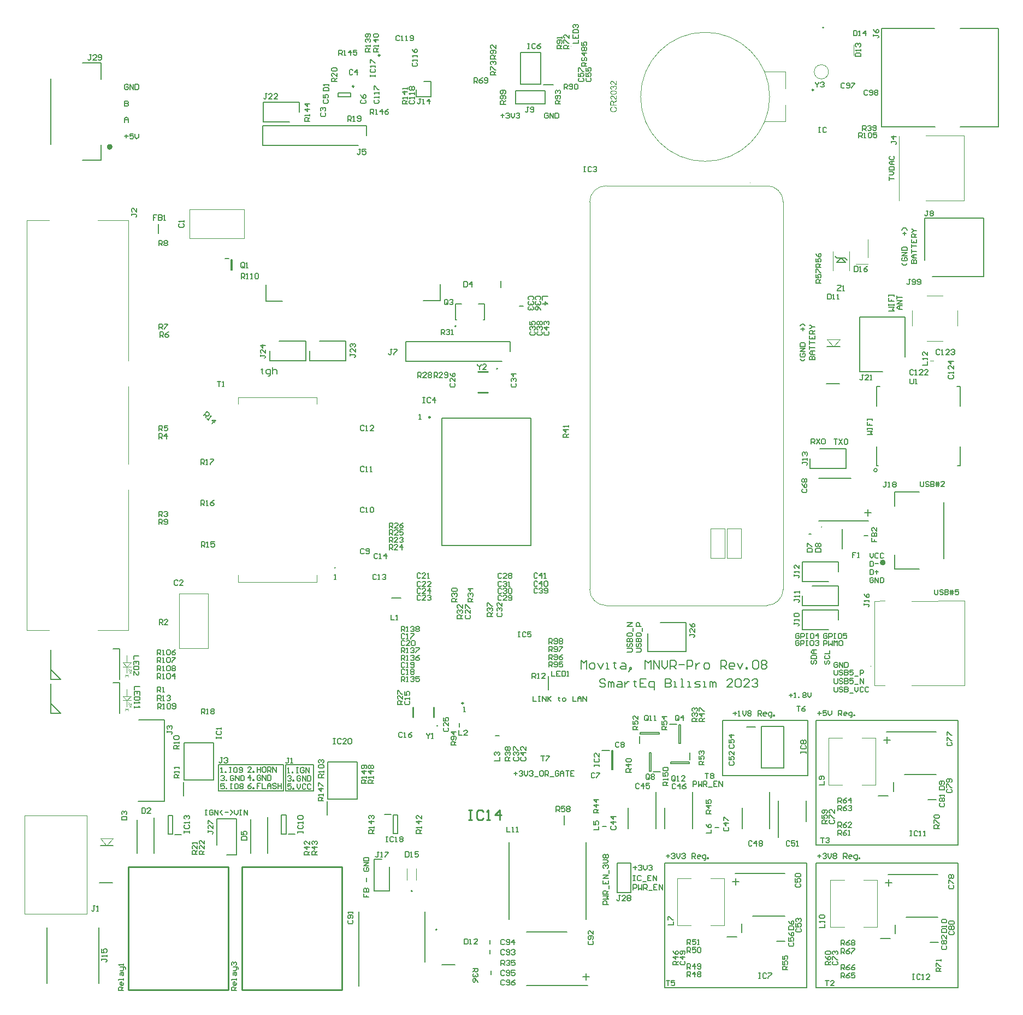
<source format=gto>
G04*
G04 #@! TF.GenerationSoftware,Altium Limited,Altium Designer,22.2.1 (43)*
G04*
G04 Layer_Color=65535*
%FSLAX25Y25*%
%MOIN*%
G70*
G04*
G04 #@! TF.SameCoordinates,1D5F905C-50EE-4002-88AC-00FA8B853EC3*
G04*
G04*
G04 #@! TF.FilePolarity,Positive*
G04*
G01*
G75*
%ADD10C,0.00500*%
%ADD11C,0.00394*%
%ADD12C,0.01575*%
%ADD13C,0.00787*%
%ADD14C,0.00984*%
%ADD15C,0.01000*%
%ADD16C,0.00591*%
%ADD17C,0.00501*%
G36*
X348072Y562629D02*
X348066D01*
X348044D01*
X348010D01*
X347966Y562634D01*
X347916Y562640D01*
X347861Y562651D01*
X347805Y562662D01*
X347744Y562684D01*
X347739D01*
X347733Y562690D01*
X347700Y562701D01*
X347650Y562723D01*
X347583Y562756D01*
X347505Y562801D01*
X347417Y562856D01*
X347328Y562917D01*
X347234Y562995D01*
X347228D01*
X347222Y563006D01*
X347189Y563034D01*
X347139Y563084D01*
X347067Y563156D01*
X346984Y563239D01*
X346884Y563345D01*
X346773Y563472D01*
X346656Y563611D01*
X346651Y563617D01*
X346634Y563639D01*
X346606Y563672D01*
X346573Y563711D01*
X346529Y563761D01*
X346479Y563822D01*
X346423Y563883D01*
X346362Y563955D01*
X346229Y564094D01*
X346096Y564233D01*
X346029Y564299D01*
X345963Y564360D01*
X345901Y564416D01*
X345841Y564460D01*
X345835D01*
X345829Y564471D01*
X345813Y564482D01*
X345791Y564494D01*
X345729Y564532D01*
X345657Y564577D01*
X345568Y564616D01*
X345474Y564654D01*
X345369Y564677D01*
X345269Y564688D01*
X345263D01*
X345258D01*
X345224Y564682D01*
X345169Y564677D01*
X345108Y564660D01*
X345030Y564638D01*
X344953Y564599D01*
X344875Y564549D01*
X344797Y564482D01*
X344786Y564471D01*
X344764Y564444D01*
X344736Y564405D01*
X344697Y564344D01*
X344664Y564266D01*
X344631Y564177D01*
X344608Y564072D01*
X344603Y563955D01*
Y563922D01*
X344608Y563900D01*
X344614Y563833D01*
X344631Y563755D01*
X344653Y563672D01*
X344692Y563578D01*
X344742Y563489D01*
X344808Y563406D01*
X344819Y563395D01*
X344847Y563373D01*
X344891Y563339D01*
X344958Y563306D01*
X345036Y563267D01*
X345136Y563234D01*
X345247Y563211D01*
X345374Y563200D01*
X345324Y562718D01*
X345319D01*
X345302Y562723D01*
X345274D01*
X345235Y562729D01*
X345191Y562740D01*
X345141Y562751D01*
X345080Y562768D01*
X345019Y562784D01*
X344886Y562829D01*
X344753Y562895D01*
X344686Y562934D01*
X344619Y562984D01*
X344558Y563034D01*
X344503Y563089D01*
X344497Y563095D01*
X344492Y563106D01*
X344475Y563123D01*
X344459Y563151D01*
X344436Y563184D01*
X344414Y563223D01*
X344386Y563267D01*
X344359Y563322D01*
X344331Y563384D01*
X344303Y563450D01*
X344281Y563522D01*
X344259Y563600D01*
X344242Y563683D01*
X344225Y563772D01*
X344220Y563866D01*
X344214Y563966D01*
Y564022D01*
X344220Y564061D01*
X344225Y564105D01*
X344231Y564161D01*
X344242Y564222D01*
X344253Y564283D01*
X344292Y564427D01*
X344348Y564571D01*
X344381Y564643D01*
X344420Y564716D01*
X344470Y564782D01*
X344525Y564843D01*
X344531Y564849D01*
X344536Y564860D01*
X344558Y564871D01*
X344581Y564893D01*
X344608Y564921D01*
X344647Y564949D01*
X344686Y564976D01*
X344736Y565010D01*
X344842Y565065D01*
X344975Y565121D01*
X345041Y565143D01*
X345119Y565154D01*
X345197Y565165D01*
X345280Y565171D01*
X345291D01*
X345319D01*
X345363Y565165D01*
X345424Y565160D01*
X345491Y565148D01*
X345568Y565126D01*
X345652Y565104D01*
X345735Y565071D01*
X345746Y565065D01*
X345774Y565054D01*
X345818Y565032D01*
X345879Y564999D01*
X345946Y564954D01*
X346029Y564899D01*
X346112Y564832D01*
X346207Y564754D01*
X346218Y564743D01*
X346251Y564716D01*
X346279Y564688D01*
X346307Y564660D01*
X346340Y564627D01*
X346384Y564582D01*
X346429Y564538D01*
X346479Y564482D01*
X346534Y564427D01*
X346595Y564360D01*
X346656Y564288D01*
X346728Y564211D01*
X346801Y564122D01*
X346878Y564033D01*
X346884Y564027D01*
X346895Y564016D01*
X346912Y563994D01*
X346934Y563966D01*
X346967Y563933D01*
X347000Y563894D01*
X347073Y563805D01*
X347156Y563711D01*
X347239Y563622D01*
X347311Y563545D01*
X347339Y563511D01*
X347367Y563483D01*
X347372Y563478D01*
X347389Y563461D01*
X347411Y563439D01*
X347444Y563411D01*
X347483Y563384D01*
X347522Y563350D01*
X347617Y563284D01*
Y565176D01*
X348072D01*
Y562629D01*
D02*
G37*
G36*
X347023Y562224D02*
X347067Y562218D01*
X347117Y562207D01*
X347172Y562196D01*
X347234Y562185D01*
X347367Y562140D01*
X347439Y562107D01*
X347505Y562074D01*
X347578Y562029D01*
X347650Y561979D01*
X347722Y561924D01*
X347789Y561857D01*
X347794Y561852D01*
X347805Y561841D01*
X347822Y561819D01*
X347844Y561791D01*
X347872Y561757D01*
X347900Y561713D01*
X347933Y561663D01*
X347961Y561602D01*
X347994Y561541D01*
X348027Y561469D01*
X348055Y561397D01*
X348083Y561313D01*
X348105Y561225D01*
X348122Y561130D01*
X348133Y561036D01*
X348138Y560930D01*
Y560881D01*
X348133Y560847D01*
X348127Y560803D01*
X348122Y560753D01*
X348110Y560697D01*
X348099Y560636D01*
X348066Y560503D01*
X348010Y560364D01*
X347977Y560292D01*
X347938Y560226D01*
X347888Y560159D01*
X347838Y560092D01*
X347833Y560087D01*
X347822Y560076D01*
X347805Y560059D01*
X347783Y560042D01*
X347755Y560015D01*
X347716Y559987D01*
X347677Y559954D01*
X347628Y559920D01*
X347572Y559887D01*
X347517Y559854D01*
X347383Y559793D01*
X347228Y559743D01*
X347145Y559726D01*
X347056Y559715D01*
X346995Y560187D01*
X347000D01*
X347011Y560192D01*
X347034Y560198D01*
X347061Y560203D01*
X347095Y560209D01*
X347134Y560220D01*
X347217Y560248D01*
X347317Y560287D01*
X347411Y560337D01*
X347500Y560392D01*
X347578Y560459D01*
X347583Y560470D01*
X347605Y560492D01*
X347633Y560536D01*
X347661Y560592D01*
X347694Y560659D01*
X347722Y560742D01*
X347744Y560836D01*
X347750Y560936D01*
Y560969D01*
X347744Y560991D01*
X347739Y561053D01*
X347722Y561130D01*
X347694Y561219D01*
X347655Y561313D01*
X347600Y561408D01*
X347522Y561497D01*
X347511Y561508D01*
X347478Y561535D01*
X347428Y561569D01*
X347361Y561613D01*
X347278Y561657D01*
X347184Y561691D01*
X347073Y561719D01*
X346951Y561730D01*
X346945D01*
X346934D01*
X346917D01*
X346895Y561724D01*
X346834Y561719D01*
X346762Y561702D01*
X346673Y561680D01*
X346584Y561641D01*
X346495Y561585D01*
X346412Y561513D01*
X346401Y561502D01*
X346379Y561474D01*
X346345Y561430D01*
X346307Y561369D01*
X346268Y561291D01*
X346234Y561197D01*
X346212Y561091D01*
X346201Y560975D01*
Y560925D01*
X346207Y560886D01*
X346212Y560836D01*
X346223Y560781D01*
X346234Y560714D01*
X346251Y560642D01*
X345835Y560697D01*
Y560725D01*
X345841Y560747D01*
Y560819D01*
X345829Y560881D01*
X345818Y560953D01*
X345802Y561036D01*
X345774Y561130D01*
X345735Y561219D01*
X345685Y561313D01*
Y561319D01*
X345679Y561325D01*
X345657Y561352D01*
X345619Y561391D01*
X345568Y561436D01*
X345496Y561480D01*
X345413Y561519D01*
X345319Y561547D01*
X345263Y561558D01*
X345202D01*
X345197D01*
X345191D01*
X345158D01*
X345113Y561547D01*
X345052Y561535D01*
X344986Y561513D01*
X344914Y561485D01*
X344842Y561441D01*
X344775Y561380D01*
X344769Y561375D01*
X344747Y561347D01*
X344719Y561308D01*
X344686Y561258D01*
X344658Y561191D01*
X344631Y561114D01*
X344608Y561025D01*
X344603Y560925D01*
Y560881D01*
X344614Y560831D01*
X344625Y560764D01*
X344647Y560692D01*
X344675Y560620D01*
X344719Y560542D01*
X344775Y560470D01*
X344780Y560464D01*
X344808Y560442D01*
X344847Y560409D01*
X344902Y560370D01*
X344975Y560331D01*
X345063Y560292D01*
X345169Y560259D01*
X345291Y560237D01*
X345208Y559765D01*
X345202D01*
X345186Y559770D01*
X345163Y559776D01*
X345130Y559782D01*
X345091Y559793D01*
X345047Y559809D01*
X344941Y559843D01*
X344819Y559898D01*
X344697Y559965D01*
X344581Y560048D01*
X344475Y560153D01*
X344470Y560159D01*
X344464Y560170D01*
X344453Y560187D01*
X344436Y560209D01*
X344414Y560237D01*
X344392Y560276D01*
X344370Y560314D01*
X344342Y560364D01*
X344298Y560475D01*
X344253Y560603D01*
X344225Y560753D01*
X344214Y560831D01*
Y560969D01*
X344220Y561030D01*
X344231Y561102D01*
X344248Y561191D01*
X344275Y561291D01*
X344309Y561391D01*
X344353Y561491D01*
Y561497D01*
X344359Y561502D01*
X344375Y561535D01*
X344409Y561585D01*
X344447Y561641D01*
X344503Y561707D01*
X344564Y561774D01*
X344636Y561841D01*
X344719Y561896D01*
X344730Y561902D01*
X344758Y561918D01*
X344808Y561941D01*
X344869Y561968D01*
X344941Y561996D01*
X345025Y562018D01*
X345119Y562035D01*
X345213Y562041D01*
X345224D01*
X345258D01*
X345302Y562035D01*
X345363Y562024D01*
X345435Y562007D01*
X345513Y561979D01*
X345591Y561946D01*
X345668Y561902D01*
X345679Y561896D01*
X345702Y561879D01*
X345741Y561846D01*
X345785Y561802D01*
X345835Y561746D01*
X345890Y561680D01*
X345940Y561602D01*
X345990Y561508D01*
Y561513D01*
X345996Y561524D01*
X346001Y561541D01*
X346007Y561563D01*
X346029Y561624D01*
X346062Y561702D01*
X346107Y561791D01*
X346162Y561879D01*
X346234Y561963D01*
X346318Y562041D01*
X346329Y562046D01*
X346362Y562068D01*
X346418Y562102D01*
X346490Y562135D01*
X346579Y562168D01*
X346684Y562201D01*
X346806Y562224D01*
X346939Y562229D01*
X346945D01*
X346962D01*
X346989D01*
X347023Y562224D01*
D02*
G37*
G36*
X346351Y559227D02*
X346418D01*
X346490Y559221D01*
X346568Y559215D01*
X346745Y559199D01*
X346928Y559171D01*
X347106Y559138D01*
X347189Y559116D01*
X347272Y559088D01*
X347278D01*
X347289Y559082D01*
X347311Y559071D01*
X347339Y559060D01*
X347378Y559049D01*
X347417Y559027D01*
X347511Y558982D01*
X347611Y558927D01*
X347722Y558855D01*
X347822Y558772D01*
X347916Y558672D01*
Y558666D01*
X347927Y558661D01*
X347938Y558644D01*
X347950Y558622D01*
X347966Y558594D01*
X347988Y558566D01*
X348027Y558483D01*
X348066Y558383D01*
X348105Y558266D01*
X348127Y558128D01*
X348138Y557978D01*
Y557922D01*
X348133Y557884D01*
X348127Y557839D01*
X348116Y557784D01*
X348105Y557723D01*
X348088Y557656D01*
X348066Y557589D01*
X348044Y557517D01*
X348010Y557445D01*
X347972Y557373D01*
X347927Y557301D01*
X347872Y557229D01*
X347811Y557162D01*
X347744Y557101D01*
X347739Y557095D01*
X347722Y557084D01*
X347694Y557068D01*
X347650Y557040D01*
X347600Y557012D01*
X347533Y556984D01*
X347456Y556946D01*
X347367Y556912D01*
X347267Y556879D01*
X347150Y556846D01*
X347023Y556812D01*
X346878Y556785D01*
X346723Y556757D01*
X346556Y556740D01*
X346373Y556729D01*
X346179Y556724D01*
X346174D01*
X346151D01*
X346112D01*
X346068D01*
X346007Y556729D01*
X345940D01*
X345868Y556735D01*
X345785Y556740D01*
X345613Y556757D01*
X345430Y556785D01*
X345247Y556818D01*
X345163Y556840D01*
X345080Y556862D01*
X345075D01*
X345063Y556868D01*
X345041Y556879D01*
X345013Y556890D01*
X344975Y556901D01*
X344936Y556923D01*
X344842Y556968D01*
X344742Y557023D01*
X344636Y557095D01*
X344531Y557179D01*
X344442Y557279D01*
Y557284D01*
X344431Y557290D01*
X344420Y557306D01*
X344409Y557329D01*
X344386Y557356D01*
X344370Y557390D01*
X344325Y557473D01*
X344286Y557573D01*
X344248Y557689D01*
X344225Y557828D01*
X344214Y557978D01*
Y558028D01*
X344220Y558089D01*
X344231Y558161D01*
X344248Y558244D01*
X344270Y558333D01*
X344298Y558427D01*
X344342Y558516D01*
Y558522D01*
X344348Y558527D01*
X344364Y558555D01*
X344392Y558600D01*
X344431Y558655D01*
X344486Y558716D01*
X344547Y558783D01*
X344619Y558844D01*
X344703Y558905D01*
X344714Y558910D01*
X344742Y558932D01*
X344792Y558955D01*
X344864Y558993D01*
X344947Y559027D01*
X345041Y559071D01*
X345152Y559110D01*
X345274Y559143D01*
X345280D01*
X345291Y559149D01*
X345308Y559155D01*
X345335Y559160D01*
X345369Y559166D01*
X345408Y559171D01*
X345458Y559182D01*
X345513Y559188D01*
X345574Y559199D01*
X345641Y559204D01*
X345718Y559210D01*
X345796Y559221D01*
X345885Y559227D01*
X345974D01*
X346074Y559232D01*
X346179D01*
X346185D01*
X346207D01*
X346246D01*
X346290D01*
X346351Y559227D01*
D02*
G37*
G36*
X348072Y553671D02*
X348066D01*
X348044D01*
X348010D01*
X347966Y553677D01*
X347916Y553682D01*
X347861Y553693D01*
X347805Y553704D01*
X347744Y553727D01*
X347739D01*
X347733Y553732D01*
X347700Y553743D01*
X347650Y553765D01*
X347583Y553799D01*
X347505Y553843D01*
X347417Y553899D01*
X347328Y553960D01*
X347234Y554037D01*
X347228D01*
X347222Y554048D01*
X347189Y554076D01*
X347139Y554126D01*
X347067Y554198D01*
X346984Y554282D01*
X346884Y554387D01*
X346773Y554515D01*
X346656Y554653D01*
X346651Y554659D01*
X346634Y554681D01*
X346606Y554714D01*
X346573Y554753D01*
X346529Y554803D01*
X346479Y554864D01*
X346423Y554925D01*
X346362Y554997D01*
X346229Y555136D01*
X346096Y555275D01*
X346029Y555342D01*
X345963Y555403D01*
X345901Y555458D01*
X345841Y555503D01*
X345835D01*
X345829Y555514D01*
X345813Y555525D01*
X345791Y555536D01*
X345729Y555575D01*
X345657Y555619D01*
X345568Y555658D01*
X345474Y555697D01*
X345369Y555719D01*
X345269Y555730D01*
X345263D01*
X345258D01*
X345224Y555725D01*
X345169Y555719D01*
X345108Y555702D01*
X345030Y555680D01*
X344953Y555641D01*
X344875Y555591D01*
X344797Y555525D01*
X344786Y555514D01*
X344764Y555486D01*
X344736Y555447D01*
X344697Y555386D01*
X344664Y555308D01*
X344631Y555220D01*
X344608Y555114D01*
X344603Y554997D01*
Y554964D01*
X344608Y554942D01*
X344614Y554875D01*
X344631Y554798D01*
X344653Y554714D01*
X344692Y554620D01*
X344742Y554531D01*
X344808Y554448D01*
X344819Y554437D01*
X344847Y554415D01*
X344891Y554382D01*
X344958Y554348D01*
X345036Y554309D01*
X345136Y554276D01*
X345247Y554254D01*
X345374Y554243D01*
X345324Y553760D01*
X345319D01*
X345302Y553765D01*
X345274D01*
X345235Y553771D01*
X345191Y553782D01*
X345141Y553793D01*
X345080Y553810D01*
X345019Y553827D01*
X344886Y553871D01*
X344753Y553937D01*
X344686Y553976D01*
X344619Y554026D01*
X344558Y554076D01*
X344503Y554132D01*
X344497Y554137D01*
X344492Y554148D01*
X344475Y554165D01*
X344459Y554193D01*
X344436Y554226D01*
X344414Y554265D01*
X344386Y554309D01*
X344359Y554365D01*
X344331Y554426D01*
X344303Y554493D01*
X344281Y554565D01*
X344259Y554642D01*
X344242Y554726D01*
X344225Y554814D01*
X344220Y554909D01*
X344214Y555009D01*
Y555064D01*
X344220Y555103D01*
X344225Y555147D01*
X344231Y555203D01*
X344242Y555264D01*
X344253Y555325D01*
X344292Y555469D01*
X344348Y555614D01*
X344381Y555686D01*
X344420Y555758D01*
X344470Y555825D01*
X344525Y555886D01*
X344531Y555891D01*
X344536Y555902D01*
X344558Y555913D01*
X344581Y555935D01*
X344608Y555963D01*
X344647Y555991D01*
X344686Y556019D01*
X344736Y556052D01*
X344842Y556108D01*
X344975Y556163D01*
X345041Y556185D01*
X345119Y556196D01*
X345197Y556207D01*
X345280Y556213D01*
X345291D01*
X345319D01*
X345363Y556207D01*
X345424Y556202D01*
X345491Y556191D01*
X345568Y556169D01*
X345652Y556146D01*
X345735Y556113D01*
X345746Y556108D01*
X345774Y556096D01*
X345818Y556074D01*
X345879Y556041D01*
X345946Y555997D01*
X346029Y555941D01*
X346112Y555874D01*
X346207Y555797D01*
X346218Y555786D01*
X346251Y555758D01*
X346279Y555730D01*
X346307Y555702D01*
X346340Y555669D01*
X346384Y555625D01*
X346429Y555580D01*
X346479Y555525D01*
X346534Y555469D01*
X346595Y555403D01*
X346656Y555331D01*
X346728Y555253D01*
X346801Y555164D01*
X346878Y555075D01*
X346884Y555070D01*
X346895Y555059D01*
X346912Y555036D01*
X346934Y555009D01*
X346967Y554975D01*
X347000Y554937D01*
X347073Y554848D01*
X347156Y554753D01*
X347239Y554665D01*
X347311Y554587D01*
X347339Y554554D01*
X347367Y554526D01*
X347372Y554520D01*
X347389Y554504D01*
X347411Y554481D01*
X347444Y554454D01*
X347483Y554426D01*
X347522Y554393D01*
X347617Y554326D01*
Y556218D01*
X348072D01*
Y553671D01*
D02*
G37*
G36*
Y552805D02*
X347272Y552300D01*
X347267D01*
X347256Y552289D01*
X347239Y552278D01*
X347217Y552261D01*
X347156Y552222D01*
X347078Y552173D01*
X346995Y552111D01*
X346906Y552050D01*
X346823Y551989D01*
X346745Y551934D01*
X346740Y551928D01*
X346717Y551912D01*
X346684Y551884D01*
X346645Y551845D01*
X346562Y551762D01*
X346523Y551718D01*
X346490Y551673D01*
X346484Y551667D01*
X346479Y551656D01*
X346468Y551634D01*
X346451Y551601D01*
X346434Y551568D01*
X346418Y551529D01*
X346390Y551440D01*
Y551434D01*
X346384Y551423D01*
Y551401D01*
X346379Y551373D01*
X346373Y551334D01*
Y551290D01*
X346368Y551229D01*
Y550574D01*
X348072D01*
Y550064D01*
X344231D01*
Y551845D01*
X344236Y551890D01*
Y551939D01*
X344242Y552056D01*
X344259Y552178D01*
X344275Y552311D01*
X344303Y552433D01*
X344320Y552494D01*
X344336Y552544D01*
Y552550D01*
X344342Y552556D01*
X344359Y552589D01*
X344381Y552639D01*
X344420Y552700D01*
X344470Y552766D01*
X344536Y552839D01*
X344614Y552905D01*
X344703Y552972D01*
X344708D01*
X344714Y552977D01*
X344747Y552999D01*
X344803Y553022D01*
X344875Y553055D01*
X344958Y553083D01*
X345058Y553111D01*
X345163Y553127D01*
X345280Y553133D01*
X345286D01*
X345297D01*
X345319D01*
X345346Y553127D01*
X345385D01*
X345424Y553122D01*
X345519Y553099D01*
X345630Y553066D01*
X345746Y553022D01*
X345863Y552955D01*
X345918Y552911D01*
X345974Y552866D01*
X345979Y552861D01*
X345985Y552855D01*
X346001Y552839D01*
X346018Y552816D01*
X346040Y552789D01*
X346062Y552755D01*
X346090Y552711D01*
X346124Y552667D01*
X346151Y552611D01*
X346179Y552550D01*
X346212Y552483D01*
X346240Y552411D01*
X346262Y552328D01*
X346290Y552245D01*
X346307Y552150D01*
X346323Y552050D01*
X346329Y552062D01*
X346340Y552084D01*
X346362Y552117D01*
X346384Y552162D01*
X346445Y552261D01*
X346484Y552311D01*
X346518Y552356D01*
X346529Y552367D01*
X346556Y552395D01*
X346601Y552439D01*
X346656Y552494D01*
X346734Y552556D01*
X346817Y552628D01*
X346917Y552700D01*
X347028Y552777D01*
X348072Y553438D01*
Y552805D01*
D02*
G37*
G36*
X346884Y549425D02*
X346917Y549414D01*
X346962Y549398D01*
X347011Y549381D01*
X347073Y549359D01*
X347139Y549331D01*
X347211Y549298D01*
X347367Y549220D01*
X347522Y549120D01*
X347600Y549059D01*
X347677Y548998D01*
X347744Y548931D01*
X347811Y548854D01*
X347816Y548848D01*
X347827Y548837D01*
X347838Y548809D01*
X347861Y548781D01*
X347888Y548737D01*
X347916Y548693D01*
X347944Y548632D01*
X347972Y548571D01*
X348005Y548498D01*
X348033Y548421D01*
X348060Y548338D01*
X348088Y548249D01*
X348110Y548154D01*
X348122Y548055D01*
X348133Y547949D01*
X348138Y547838D01*
Y547777D01*
X348133Y547733D01*
Y547683D01*
X348127Y547622D01*
X348116Y547555D01*
X348105Y547477D01*
X348077Y547316D01*
X348033Y547150D01*
X347972Y546983D01*
X347933Y546906D01*
X347888Y546828D01*
X347883Y546822D01*
X347877Y546811D01*
X347861Y546789D01*
X347838Y546767D01*
X347816Y546734D01*
X347783Y546695D01*
X347744Y546650D01*
X347700Y546606D01*
X347650Y546561D01*
X347600Y546512D01*
X347472Y546412D01*
X347322Y546317D01*
X347156Y546234D01*
X347150D01*
X347134Y546223D01*
X347106Y546217D01*
X347073Y546201D01*
X347028Y546190D01*
X346973Y546173D01*
X346912Y546151D01*
X346845Y546134D01*
X346773Y546117D01*
X346690Y546095D01*
X346518Y546068D01*
X346323Y546045D01*
X346124Y546034D01*
X346118D01*
X346096D01*
X346062D01*
X346024Y546040D01*
X345968D01*
X345913Y546045D01*
X345841Y546051D01*
X345768Y546062D01*
X345607Y546090D01*
X345430Y546129D01*
X345252Y546184D01*
X345080Y546262D01*
X345075Y546267D01*
X345058Y546273D01*
X345036Y546284D01*
X345008Y546306D01*
X344969Y546328D01*
X344925Y546356D01*
X344825Y546428D01*
X344714Y546523D01*
X344603Y546634D01*
X344492Y546761D01*
X344397Y546911D01*
X344392Y546917D01*
X344386Y546933D01*
X344375Y546956D01*
X344359Y546983D01*
X344342Y547028D01*
X344325Y547072D01*
X344303Y547128D01*
X344281Y547189D01*
X344259Y547255D01*
X344236Y547327D01*
X344203Y547483D01*
X344176Y547660D01*
X344164Y547844D01*
Y547899D01*
X344170Y547938D01*
X344176Y547988D01*
X344181Y548049D01*
X344187Y548110D01*
X344203Y548182D01*
X344236Y548332D01*
X344286Y548498D01*
X344320Y548582D01*
X344359Y548659D01*
X344409Y548737D01*
X344459Y548815D01*
X344464Y548820D01*
X344470Y548832D01*
X344486Y548854D01*
X344514Y548881D01*
X344542Y548909D01*
X344581Y548948D01*
X344625Y548987D01*
X344669Y549031D01*
X344725Y549076D01*
X344792Y549120D01*
X344858Y549170D01*
X344930Y549214D01*
X345013Y549253D01*
X345097Y549298D01*
X345186Y549331D01*
X345286Y549364D01*
X345402Y548865D01*
X345396D01*
X345385Y548859D01*
X345363Y548848D01*
X345335Y548837D01*
X345302Y548826D01*
X345258Y548809D01*
X345169Y548765D01*
X345069Y548709D01*
X344969Y548643D01*
X344875Y548560D01*
X344792Y548471D01*
X344780Y548460D01*
X344758Y548426D01*
X344730Y548371D01*
X344692Y548299D01*
X344658Y548204D01*
X344625Y548099D01*
X344603Y547971D01*
X344597Y547832D01*
Y547788D01*
X344603Y547760D01*
Y547721D01*
X344608Y547677D01*
X344625Y547572D01*
X344647Y547455D01*
X344686Y547333D01*
X344742Y547205D01*
X344814Y547089D01*
Y547083D01*
X344825Y547078D01*
X344853Y547039D01*
X344897Y546989D01*
X344964Y546928D01*
X345047Y546856D01*
X345141Y546789D01*
X345258Y546728D01*
X345385Y546672D01*
X345391D01*
X345402Y546667D01*
X345419Y546661D01*
X345446Y546656D01*
X345480Y546645D01*
X345519Y546634D01*
X345613Y546617D01*
X345724Y546595D01*
X345846Y546573D01*
X345979Y546561D01*
X346124Y546556D01*
X346129D01*
X346146D01*
X346174D01*
X346207D01*
X346246Y546561D01*
X346296D01*
X346351Y546567D01*
X346412Y546573D01*
X346545Y546589D01*
X346690Y546617D01*
X346834Y546650D01*
X346978Y546695D01*
X346984D01*
X346995Y546700D01*
X347011Y546711D01*
X347039Y546723D01*
X347106Y546756D01*
X347184Y546806D01*
X347272Y546867D01*
X347367Y546945D01*
X347450Y547033D01*
X347528Y547139D01*
Y547144D01*
X347533Y547155D01*
X347544Y547172D01*
X347555Y547194D01*
X347567Y547222D01*
X347583Y547255D01*
X347617Y547333D01*
X347650Y547433D01*
X347677Y547544D01*
X347700Y547666D01*
X347705Y547794D01*
Y547832D01*
X347700Y547866D01*
Y547905D01*
X347694Y547943D01*
X347672Y548043D01*
X347644Y548160D01*
X347600Y548277D01*
X347539Y548399D01*
X347505Y548460D01*
X347461Y548515D01*
X347456Y548521D01*
X347450Y548526D01*
X347433Y548543D01*
X347417Y548565D01*
X347389Y548587D01*
X347356Y548615D01*
X347322Y548648D01*
X347278Y548676D01*
X347228Y548709D01*
X347172Y548748D01*
X347117Y548781D01*
X347050Y548815D01*
X346978Y548843D01*
X346901Y548870D01*
X346817Y548898D01*
X346728Y548920D01*
X346856Y549431D01*
X346862D01*
X346884Y549425D01*
D02*
G37*
%LPC*%
G36*
X346351Y558749D02*
X346179D01*
X346174D01*
X346168D01*
X346140D01*
X346090D01*
X346024Y558744D01*
X345952D01*
X345863Y558738D01*
X345768Y558733D01*
X345663Y558722D01*
X345452Y558694D01*
X345346Y558677D01*
X345247Y558655D01*
X345152Y558633D01*
X345063Y558600D01*
X344986Y558566D01*
X344919Y558527D01*
X344914D01*
X344908Y558516D01*
X344891Y558505D01*
X344869Y558489D01*
X344819Y558438D01*
X344758Y558378D01*
X344703Y558294D01*
X344653Y558200D01*
X344631Y558150D01*
X344614Y558094D01*
X344608Y558033D01*
X344603Y557972D01*
Y557939D01*
X344608Y557917D01*
X344619Y557856D01*
X344636Y557784D01*
X344669Y557700D01*
X344719Y557612D01*
X344753Y557567D01*
X344786Y557523D01*
X344830Y557484D01*
X344880Y557445D01*
X344886D01*
X344897Y557434D01*
X344919Y557423D01*
X344947Y557406D01*
X344991Y557390D01*
X345041Y557367D01*
X345102Y557351D01*
X345175Y557329D01*
X345258Y557306D01*
X345352Y557284D01*
X345458Y557262D01*
X345574Y557245D01*
X345707Y557229D01*
X345852Y557218D01*
X346007Y557212D01*
X346179Y557206D01*
X346190D01*
X346218D01*
X346268D01*
X346334Y557212D01*
X346407D01*
X346495Y557218D01*
X346590Y557223D01*
X346690Y557234D01*
X346906Y557262D01*
X347011Y557279D01*
X347111Y557301D01*
X347206Y557323D01*
X347295Y557356D01*
X347372Y557390D01*
X347439Y557428D01*
X347444D01*
X347450Y557440D01*
X347489Y557467D01*
X347539Y557517D01*
X347594Y557578D01*
X347650Y557661D01*
X347700Y557756D01*
X347739Y557861D01*
X347744Y557917D01*
X347750Y557978D01*
Y558011D01*
X347744Y558033D01*
X347733Y558089D01*
X347711Y558167D01*
X347672Y558250D01*
X347617Y558344D01*
X347583Y558389D01*
X347539Y558433D01*
X347494Y558477D01*
X347439Y558522D01*
X347433D01*
X347422Y558533D01*
X347406Y558544D01*
X347378Y558555D01*
X347339Y558577D01*
X347289Y558594D01*
X347234Y558616D01*
X347167Y558638D01*
X347084Y558655D01*
X346995Y558677D01*
X346889Y558699D01*
X346778Y558716D01*
X346645Y558727D01*
X346507Y558738D01*
X346351Y558749D01*
D02*
G37*
G36*
X345286Y552611D02*
X345280D01*
X345274D01*
X345241Y552605D01*
X345191Y552600D01*
X345125Y552589D01*
X345058Y552561D01*
X344980Y552528D01*
X344908Y552478D01*
X344836Y552411D01*
X344830Y552400D01*
X344808Y552372D01*
X344780Y552328D01*
X344747Y552256D01*
X344714Y552173D01*
X344686Y552062D01*
X344664Y551934D01*
X344658Y551784D01*
Y550574D01*
X345929D01*
Y551718D01*
X345924Y551784D01*
X345918Y551862D01*
X345913Y551951D01*
X345901Y552039D01*
X345885Y552128D01*
X345863Y552206D01*
X345857Y552217D01*
X345846Y552239D01*
X345829Y552273D01*
X345807Y552317D01*
X345774Y552367D01*
X345735Y552417D01*
X345685Y552467D01*
X345630Y552506D01*
X345624Y552511D01*
X345602Y552522D01*
X345568Y552539D01*
X345524Y552561D01*
X345474Y552578D01*
X345419Y552594D01*
X345352Y552605D01*
X345286Y552611D01*
D02*
G37*
%LPD*%
D10*
X507013Y327757D02*
G03*
X507013Y327757I-984J0D01*
G01*
X474449Y597650D02*
G03*
X474449Y597650I-315J0D01*
G01*
X473150Y293205D02*
G03*
X473150Y293205I-158J0D01*
G01*
X557798Y366963D02*
Y378774D01*
X555805Y378773D02*
X557773D01*
X506631Y378793D02*
X508600D01*
X506632Y366957D02*
Y378768D01*
X555950Y330355D02*
X557800D01*
Y342166D01*
X506619Y330355D02*
X507800D01*
X506619D02*
Y342166D01*
X482403Y454356D02*
X485105Y457058D01*
X482502Y457092D02*
X487502D01*
X485120Y457033D02*
X487822Y454331D01*
X482419D02*
X487822D01*
X487502Y457092D02*
X488762Y455832D01*
X481557Y458037D02*
X482502Y457092D01*
X476497Y403082D02*
X484371D01*
X476103Y380483D02*
X483977D01*
X32560Y76113D02*
X40434D01*
X32954Y98711D02*
X40828D01*
X145946Y132056D02*
X162953D01*
Y148160D01*
X145946D02*
X162953D01*
X145946Y132056D02*
Y148160D01*
X105158D02*
X144843D01*
X107048Y132058D02*
X144843D01*
X105158D02*
X105434D01*
X107048D01*
X144843D02*
Y148160D01*
X105158Y132058D02*
Y148160D01*
X240316Y431152D02*
Y441152D01*
X230198Y431074D02*
X240198D01*
X133977Y430877D02*
Y440877D01*
Y430877D02*
X143977D01*
X249725Y419489D02*
Y429115D01*
X267442Y419489D02*
Y429115D01*
X266851Y419489D02*
X267442D01*
X249725D02*
X250316D01*
X263780Y429115D02*
X267442D01*
X249725D02*
X253386D01*
X412757Y141625D02*
Y175011D01*
Y141625D02*
X464646D01*
Y175011D01*
X412757Y175011D02*
X464646Y175011D01*
X469804Y175129D02*
X556497Y175129D01*
Y99223D02*
Y175129D01*
X469804Y99223D02*
X556497D01*
X469804D02*
Y175129D01*
X469725Y88042D02*
X556418Y88042D01*
Y12137D02*
Y88042D01*
X469725Y12137D02*
X556418D01*
X469725D02*
Y88042D01*
X377324Y12137D02*
Y88042D01*
Y12137D02*
X464016D01*
Y88042D01*
X377324Y88042D02*
X464016Y88042D01*
X480855Y195601D02*
Y192977D01*
X481380Y192453D01*
X482429D01*
X482954Y192977D01*
Y195601D01*
X486103Y195077D02*
X485578Y195601D01*
X484528D01*
X484004Y195077D01*
Y194552D01*
X484528Y194027D01*
X485578D01*
X486103Y193502D01*
Y192977D01*
X485578Y192453D01*
X484528D01*
X484004Y192977D01*
X487152Y195601D02*
Y192453D01*
X488727D01*
X489251Y192977D01*
Y193502D01*
X488727Y194027D01*
X487152D01*
X488727D01*
X489251Y194552D01*
Y195077D01*
X488727Y195601D01*
X487152D01*
X490301Y191928D02*
X492400D01*
X493449Y195601D02*
Y193502D01*
X494499Y192453D01*
X495548Y193502D01*
Y195601D01*
X498697Y195077D02*
X498172Y195601D01*
X497123D01*
X496598Y195077D01*
Y192977D01*
X497123Y192453D01*
X498172D01*
X498697Y192977D01*
X501846Y195077D02*
X501321Y195601D01*
X500271D01*
X499747Y195077D01*
Y192977D01*
X500271Y192453D01*
X501321D01*
X501846Y192977D01*
X470776Y92544D02*
X472875D01*
X471826Y93593D02*
Y91494D01*
X473925Y93593D02*
X474450Y94118D01*
X475499D01*
X476024Y93593D01*
Y93069D01*
X475499Y92544D01*
X474974D01*
X475499D01*
X476024Y92019D01*
Y91494D01*
X475499Y90970D01*
X474450D01*
X473925Y91494D01*
X477073Y94118D02*
Y92019D01*
X478123Y90970D01*
X479173Y92019D01*
Y94118D01*
X480222Y93593D02*
X480747Y94118D01*
X481796D01*
X482321Y93593D01*
Y93069D01*
X481796Y92544D01*
X482321Y92019D01*
Y91494D01*
X481796Y90970D01*
X480747D01*
X480222Y91494D01*
Y92019D01*
X480747Y92544D01*
X480222Y93069D01*
Y93593D01*
X480747Y92544D02*
X481796D01*
X486519Y90970D02*
Y94118D01*
X488094D01*
X488618Y93593D01*
Y92544D01*
X488094Y92019D01*
X486519D01*
X487569D02*
X488618Y90970D01*
X491242D02*
X490193D01*
X489668Y91494D01*
Y92544D01*
X490193Y93069D01*
X491242D01*
X491767Y92544D01*
Y92019D01*
X489668D01*
X493866Y89920D02*
X494391D01*
X494915Y90445D01*
Y93069D01*
X493341D01*
X492816Y92544D01*
Y91494D01*
X493341Y90970D01*
X494915D01*
X495965D02*
Y91494D01*
X496490D01*
Y90970D01*
X495965D01*
X193714Y69578D02*
Y67479D01*
X195289D01*
Y68529D01*
Y67479D01*
X196863D01*
X193714Y70628D02*
X196863D01*
Y72202D01*
X196338Y72727D01*
X195813D01*
X195289Y72202D01*
Y70628D01*
Y72202D01*
X194764Y72727D01*
X194239D01*
X193714Y72202D01*
Y70628D01*
X195289Y76925D02*
Y79024D01*
X194239Y85321D02*
X193714Y84796D01*
Y83747D01*
X194239Y83222D01*
X196338D01*
X196863Y83747D01*
Y84796D01*
X196338Y85321D01*
X195289D01*
Y84272D01*
X196863Y86371D02*
X193714D01*
X196863Y88470D01*
X193714D01*
Y89519D02*
X196863D01*
Y91094D01*
X196338Y91618D01*
X194239D01*
X193714Y91094D01*
Y89519D01*
X527926Y453925D02*
X531075D01*
Y455500D01*
X530550Y456024D01*
X530025D01*
X529500Y455500D01*
Y453925D01*
Y455500D01*
X528976Y456024D01*
X528451D01*
X527926Y455500D01*
Y453925D01*
X531075Y457074D02*
X528976D01*
X527926Y458123D01*
X528976Y459173D01*
X531075D01*
X529500D01*
Y457074D01*
X527926Y460222D02*
Y462321D01*
Y461272D01*
X531075D01*
X527926Y463371D02*
Y465470D01*
Y464421D01*
X531075D01*
X527926Y468619D02*
Y466520D01*
X531075D01*
Y468619D01*
X529500Y466520D02*
Y467569D01*
X531075Y469668D02*
X527926D01*
Y471243D01*
X528451Y471767D01*
X529500D01*
X530025Y471243D01*
Y469668D01*
Y470718D02*
X531075Y471767D01*
X527926Y472817D02*
X528451D01*
X529500Y473866D01*
X528451Y474916D01*
X527926D01*
X529500Y473866D02*
X531075D01*
X542115Y254958D02*
Y252335D01*
X542640Y251810D01*
X543689D01*
X544214Y252335D01*
Y254958D01*
X547363Y254434D02*
X546838Y254958D01*
X545788D01*
X545263Y254434D01*
Y253909D01*
X545788Y253384D01*
X546838D01*
X547363Y252859D01*
Y252335D01*
X546838Y251810D01*
X545788D01*
X545263Y252335D01*
X548412Y254958D02*
Y251810D01*
X549986D01*
X550511Y252335D01*
Y252859D01*
X549986Y253384D01*
X548412D01*
X549986D01*
X550511Y253909D01*
Y254434D01*
X549986Y254958D01*
X548412D01*
X552085Y251810D02*
Y254958D01*
X553135D02*
Y251810D01*
X551561Y253909D02*
X553135D01*
X553660D01*
X551561Y252859D02*
X553660D01*
X556808Y254958D02*
X554709D01*
Y253384D01*
X555759Y253909D01*
X556284D01*
X556808Y253384D01*
Y252335D01*
X556284Y251810D01*
X555234D01*
X554709Y252335D01*
X419202Y179512D02*
X421301D01*
X420251Y180562D02*
Y178463D01*
X422350Y177938D02*
X423400D01*
X422875D01*
Y181087D01*
X422350Y180562D01*
X424974Y181087D02*
Y178988D01*
X426023Y177938D01*
X427073Y178988D01*
Y181087D01*
X428123Y180562D02*
X428647Y181087D01*
X429697D01*
X430222Y180562D01*
Y180037D01*
X429697Y179512D01*
X430222Y178988D01*
Y178463D01*
X429697Y177938D01*
X428647D01*
X428123Y178463D01*
Y178988D01*
X428647Y179512D01*
X428123Y180037D01*
Y180562D01*
X428647Y179512D02*
X429697D01*
X434420Y177938D02*
Y181087D01*
X435994D01*
X436519Y180562D01*
Y179512D01*
X435994Y178988D01*
X434420D01*
X435469D02*
X436519Y177938D01*
X439143D02*
X438093D01*
X437568Y178463D01*
Y179512D01*
X438093Y180037D01*
X439143D01*
X439667Y179512D01*
Y178988D01*
X437568D01*
X441766Y176889D02*
X442291D01*
X442816Y177413D01*
Y180037D01*
X441242D01*
X440717Y179512D01*
Y178463D01*
X441242Y177938D01*
X442816D01*
X443865D02*
Y178463D01*
X444390D01*
Y177938D01*
X443865D01*
X533454Y320864D02*
Y318240D01*
X533978Y317715D01*
X535028D01*
X535553Y318240D01*
Y320864D01*
X538701Y320339D02*
X538176Y320864D01*
X537127D01*
X536602Y320339D01*
Y319814D01*
X537127Y319290D01*
X538176D01*
X538701Y318765D01*
Y318240D01*
X538176Y317715D01*
X537127D01*
X536602Y318240D01*
X539751Y320864D02*
Y317715D01*
X541325D01*
X541850Y318240D01*
Y318765D01*
X541325Y319290D01*
X539751D01*
X541325D01*
X541850Y319814D01*
Y320339D01*
X541325Y320864D01*
X539751D01*
X543424Y317715D02*
Y320864D01*
X544474D02*
Y317715D01*
X542899Y319814D02*
X544474D01*
X544998D01*
X542899Y318765D02*
X544998D01*
X548147Y317715D02*
X546048D01*
X548147Y319814D01*
Y320339D01*
X547622Y320864D01*
X546573D01*
X546048Y320339D01*
X514186Y424909D02*
X517335D01*
X516285Y425959D01*
X517335Y427008D01*
X514186D01*
Y428058D02*
Y429108D01*
Y428583D01*
X517335D01*
Y428058D01*
Y429108D01*
X514186Y432781D02*
Y430682D01*
X515760D01*
Y431731D01*
Y430682D01*
X517335D01*
X514186Y433830D02*
Y434880D01*
Y434355D01*
X517335D01*
Y433830D01*
Y434880D01*
X125080Y143578D02*
X122981D01*
X125080Y145677D01*
Y146201D01*
X124555Y146726D01*
X123506D01*
X122981Y146201D01*
X126130Y143578D02*
Y144102D01*
X126654D01*
Y143578D01*
X126130D01*
X128753Y146726D02*
Y143578D01*
Y145152D01*
X130852D01*
Y146726D01*
Y143578D01*
X133476Y146726D02*
X132427D01*
X131902Y146201D01*
Y144102D01*
X132427Y143578D01*
X133476D01*
X134001Y144102D01*
Y146201D01*
X133476Y146726D01*
X135051Y143578D02*
Y146726D01*
X136625D01*
X137150Y146201D01*
Y145152D01*
X136625Y144627D01*
X135051D01*
X136100D02*
X137150Y143578D01*
X138199D02*
Y146726D01*
X140298Y143578D01*
Y146726D01*
X124555Y138599D02*
Y141748D01*
X122981Y140173D01*
X125080D01*
X126130Y138599D02*
Y139124D01*
X126654D01*
Y138599D01*
X126130D01*
X130852Y141223D02*
X130328Y141748D01*
X129278D01*
X128753Y141223D01*
Y139124D01*
X129278Y138599D01*
X130328D01*
X130852Y139124D01*
Y140173D01*
X129803D01*
X131902Y138599D02*
Y141748D01*
X134001Y138599D01*
Y141748D01*
X135051D02*
Y138599D01*
X136625D01*
X137150Y139124D01*
Y141223D01*
X136625Y141748D01*
X135051D01*
X125080Y136769D02*
X124031Y136245D01*
X122981Y135195D01*
Y134146D01*
X123506Y133621D01*
X124555D01*
X125080Y134146D01*
Y134670D01*
X124555Y135195D01*
X122981D01*
X126130Y133621D02*
Y134146D01*
X126654D01*
Y133621D01*
X126130D01*
X130852Y136769D02*
X128753D01*
Y135195D01*
X129803D01*
X128753D01*
Y133621D01*
X131902Y136769D02*
Y133621D01*
X134001D01*
X135051D02*
Y135720D01*
X136100Y136769D01*
X137150Y135720D01*
Y133621D01*
Y135195D01*
X135051D01*
X140298Y136245D02*
X139773Y136769D01*
X138724D01*
X138199Y136245D01*
Y135720D01*
X138724Y135195D01*
X139773D01*
X140298Y134670D01*
Y134146D01*
X139773Y133621D01*
X138724D01*
X138199Y134146D01*
X141348Y136769D02*
Y133621D01*
Y135195D01*
X143447D01*
Y136769D01*
Y133621D01*
X465779Y395103D02*
X468928D01*
Y396677D01*
X468403Y397202D01*
X467878D01*
X467354Y396677D01*
Y395103D01*
Y396677D01*
X466829Y397202D01*
X466304D01*
X465779Y396677D01*
Y395103D01*
X468928Y398252D02*
X466829D01*
X465779Y399301D01*
X466829Y400351D01*
X468928D01*
X467354D01*
Y398252D01*
X465779Y401400D02*
Y403499D01*
Y402450D01*
X468928D01*
X465779Y404549D02*
Y406648D01*
Y405598D01*
X468928D01*
X465779Y409797D02*
Y407697D01*
X468928D01*
Y409797D01*
X467354Y407697D02*
Y408747D01*
X468928Y410846D02*
X465779D01*
Y412420D01*
X466304Y412945D01*
X467354D01*
X467878Y412420D01*
Y410846D01*
Y411896D02*
X468928Y412945D01*
X465779Y413995D02*
X466304D01*
X467354Y415044D01*
X466304Y416094D01*
X465779D01*
X467354Y415044D02*
X468928D01*
X341234Y199629D02*
X340382Y200482D01*
X338676D01*
X337824Y199629D01*
Y198777D01*
X338676Y197924D01*
X340382D01*
X341234Y197071D01*
Y196219D01*
X340382Y195366D01*
X338676D01*
X337824Y196219D01*
X342940Y195366D02*
Y198777D01*
X343793D01*
X344646Y197924D01*
Y195366D01*
Y197924D01*
X345498Y198777D01*
X346351Y197924D01*
Y195366D01*
X348909Y198777D02*
X350615D01*
X351467Y197924D01*
Y195366D01*
X348909D01*
X348057Y196219D01*
X348909Y197071D01*
X351467D01*
X353173Y198777D02*
Y195366D01*
Y197071D01*
X354026Y197924D01*
X354878Y198777D01*
X355731D01*
X359142Y199629D02*
Y198777D01*
X358289D01*
X359995D01*
X359142D01*
Y196219D01*
X359995Y195366D01*
X365964Y200482D02*
X362553D01*
Y195366D01*
X365964D01*
X362553Y197924D02*
X364259D01*
X371080Y193660D02*
Y198777D01*
X368522D01*
X367670Y197924D01*
Y196219D01*
X368522Y195366D01*
X371080D01*
X377903Y200482D02*
Y195366D01*
X380461D01*
X381313Y196219D01*
Y197071D01*
X380461Y197924D01*
X377903D01*
X380461D01*
X381313Y198777D01*
Y199629D01*
X380461Y200482D01*
X377903D01*
X383019Y195366D02*
X384724D01*
X383872D01*
Y198777D01*
X383019D01*
X387283Y195366D02*
X388988D01*
X388135D01*
Y200482D01*
X387283D01*
X391546Y195366D02*
X393252D01*
X392399D01*
Y198777D01*
X391546D01*
X395810Y195366D02*
X398368D01*
X399221Y196219D01*
X398368Y197071D01*
X396663D01*
X395810Y197924D01*
X396663Y198777D01*
X399221D01*
X400926Y195366D02*
X402632D01*
X401779D01*
Y198777D01*
X400926D01*
X405190Y195366D02*
Y198777D01*
X406043D01*
X406896Y197924D01*
Y195366D01*
Y197924D01*
X407749Y198777D01*
X408601Y197924D01*
Y195366D01*
X418834D02*
X415423D01*
X418834Y198777D01*
Y199629D01*
X417981Y200482D01*
X416276D01*
X415423Y199629D01*
X420540D02*
X421392Y200482D01*
X423098D01*
X423951Y199629D01*
Y196219D01*
X423098Y195366D01*
X421392D01*
X420540Y196219D01*
Y199629D01*
X429067Y195366D02*
X425656D01*
X429067Y198777D01*
Y199629D01*
X428214Y200482D01*
X426509D01*
X425656Y199629D01*
X430772D02*
X431625Y200482D01*
X433331D01*
X434184Y199629D01*
Y198777D01*
X433331Y197924D01*
X432478D01*
X433331D01*
X434184Y197071D01*
Y196219D01*
X433331Y195366D01*
X431625D01*
X430772Y196219D01*
X459411Y223449D02*
X458886Y223974D01*
X457836D01*
X457312Y223449D01*
Y221350D01*
X457836Y220826D01*
X458886D01*
X459411Y221350D01*
Y222400D01*
X458361D01*
X460460Y220826D02*
Y223974D01*
X462035D01*
X462559Y223449D01*
Y222400D01*
X462035Y221875D01*
X460460D01*
X463609Y223974D02*
X464658D01*
X464134D01*
Y220826D01*
X463609D01*
X464658D01*
X467807Y223974D02*
X466757D01*
X466233Y223449D01*
Y221350D01*
X466757Y220826D01*
X467807D01*
X468332Y221350D01*
Y223449D01*
X467807Y223974D01*
X469381Y223449D02*
X469906Y223974D01*
X470956D01*
X471480Y223449D01*
Y222925D01*
X470956Y222400D01*
X470431D01*
X470956D01*
X471480Y221875D01*
Y221350D01*
X470956Y220826D01*
X469906D01*
X469381Y221350D01*
X482954Y210103D02*
X482429Y210628D01*
X481380D01*
X480855Y210103D01*
Y208004D01*
X481380Y207479D01*
X482429D01*
X482954Y208004D01*
Y209053D01*
X481905D01*
X484004Y207479D02*
Y210628D01*
X486103Y207479D01*
Y210628D01*
X487152D02*
Y207479D01*
X488727D01*
X489251Y208004D01*
Y210103D01*
X488727Y210628D01*
X487152D01*
X514423Y504566D02*
Y506665D01*
Y505615D01*
X517572D01*
X514423Y507714D02*
X516522D01*
X517572Y508764D01*
X516522Y509813D01*
X514423D01*
Y510863D02*
X517572D01*
Y512437D01*
X517047Y512962D01*
X514948D01*
X514423Y512437D01*
Y510863D01*
X517572Y514011D02*
X515473D01*
X514423Y515061D01*
X515473Y516111D01*
X517572D01*
X515997D01*
Y514011D01*
X514948Y519259D02*
X514423Y518734D01*
Y517685D01*
X514948Y517160D01*
X517047D01*
X517572Y517685D01*
Y518734D01*
X517047Y519259D01*
X480619Y346769D02*
X482718D01*
X481668D01*
Y343621D01*
X483767Y346769D02*
X485866Y343621D01*
Y346769D02*
X483767Y343621D01*
X486916Y346245D02*
X487441Y346769D01*
X488490D01*
X489015Y346245D01*
Y344146D01*
X488490Y343621D01*
X487441D01*
X486916Y344146D01*
Y346245D01*
X475460Y211625D02*
X474935Y211101D01*
Y210051D01*
X475460Y209526D01*
X475984D01*
X476509Y210051D01*
Y211101D01*
X477034Y211625D01*
X477559D01*
X478083Y211101D01*
Y210051D01*
X477559Y209526D01*
X475460Y214774D02*
X474935Y214249D01*
Y213200D01*
X475460Y212675D01*
X477559D01*
X478083Y213200D01*
Y214249D01*
X477559Y214774D01*
X474935Y215824D02*
X478083D01*
Y217923D01*
X342992Y62912D02*
X339843D01*
Y64486D01*
X340368Y65011D01*
X341417D01*
X341942Y64486D01*
Y62912D01*
X339843Y66061D02*
X342992D01*
X341942Y67110D01*
X342992Y68160D01*
X339843D01*
X342992Y69209D02*
X339843D01*
Y70784D01*
X340368Y71308D01*
X341417D01*
X341942Y70784D01*
Y69209D01*
Y70259D02*
X342992Y71308D01*
X343516Y72358D02*
Y74457D01*
X339843Y77606D02*
Y75507D01*
X342992D01*
Y77606D01*
X341417Y75507D02*
Y76556D01*
X342992Y78655D02*
X339843D01*
X342992Y80754D01*
X339843D01*
X343516Y81804D02*
Y83903D01*
X340368Y84952D02*
X339843Y85477D01*
Y86527D01*
X340368Y87051D01*
X340893D01*
X341417Y86527D01*
Y86002D01*
Y86527D01*
X341942Y87051D01*
X342467D01*
X342992Y86527D01*
Y85477D01*
X342467Y84952D01*
X339843Y88101D02*
X341942D01*
X342992Y89151D01*
X341942Y90200D01*
X339843D01*
X340368Y91250D02*
X339843Y91774D01*
Y92824D01*
X340368Y93349D01*
X340893D01*
X341417Y92824D01*
X341942Y93349D01*
X342467D01*
X342992Y92824D01*
Y91774D01*
X342467Y91250D01*
X341942D01*
X341417Y91774D01*
X340893Y91250D01*
X340368D01*
X341417Y91774D02*
Y92824D01*
X466879Y343739D02*
Y346888D01*
X468453D01*
X468978Y346363D01*
Y345313D01*
X468453Y344789D01*
X466879D01*
X467928D02*
X468978Y343739D01*
X470027Y346888D02*
X472126Y343739D01*
Y346888D02*
X470027Y343739D01*
X473176Y346363D02*
X473701Y346888D01*
X474750D01*
X475275Y346363D01*
Y344264D01*
X474750Y343739D01*
X473701D01*
X473176Y344264D01*
Y346363D01*
X394792Y134933D02*
Y138082D01*
X396366D01*
X396891Y137557D01*
Y136507D01*
X396366Y135983D01*
X394792D01*
X397941Y138082D02*
Y134933D01*
X398990Y135983D01*
X400040Y134933D01*
Y138082D01*
X401089Y134933D02*
Y138082D01*
X402664D01*
X403188Y137557D01*
Y136507D01*
X402664Y135983D01*
X401089D01*
X402139D02*
X403188Y134933D01*
X404238Y134408D02*
X406337D01*
X409485Y138082D02*
X407386D01*
Y134933D01*
X409485D01*
X407386Y136507D02*
X408436D01*
X410535Y134933D02*
Y138082D01*
X412634Y134933D01*
Y138082D01*
X297115Y189958D02*
Y186810D01*
X299214D01*
X300264Y189958D02*
X301313D01*
X300788D01*
Y186810D01*
X300264D01*
X301313D01*
X302887D02*
Y189958D01*
X304986Y186810D01*
Y189958D01*
X306036D02*
Y186810D01*
Y187859D01*
X308135Y189958D01*
X306561Y188384D01*
X308135Y186810D01*
X312858Y189434D02*
Y188909D01*
X312333D01*
X313383D01*
X312858D01*
Y187335D01*
X313383Y186810D01*
X315482D02*
X316531D01*
X317056Y187335D01*
Y188384D01*
X316531Y188909D01*
X315482D01*
X314957Y188384D01*
Y187335D01*
X315482Y186810D01*
X321254Y189958D02*
Y186810D01*
X323353D01*
X324403D02*
Y188909D01*
X325452Y189958D01*
X326502Y188909D01*
Y186810D01*
Y188384D01*
X324403D01*
X327551Y186810D02*
Y189958D01*
X329650Y186810D01*
Y189958D01*
X525327Y453794D02*
X524277Y452744D01*
X523228D01*
X522178Y453794D01*
X522703Y457467D02*
X522178Y456942D01*
Y455893D01*
X522703Y455368D01*
X524802D01*
X525327Y455893D01*
Y456942D01*
X524802Y457467D01*
X523752D01*
Y456418D01*
X525327Y458517D02*
X522178D01*
X525327Y460616D01*
X522178D01*
Y461665D02*
X525327D01*
Y463239D01*
X524802Y463764D01*
X522703D01*
X522178Y463239D01*
Y461665D01*
X523752Y471111D02*
Y473210D01*
X522703Y472160D02*
X524802D01*
X525327Y474260D02*
X524277Y475309D01*
X523228D01*
X522178Y474260D01*
X480855Y200785D02*
Y198161D01*
X481380Y197636D01*
X482429D01*
X482954Y198161D01*
Y200785D01*
X486103Y200260D02*
X485578Y200785D01*
X484528D01*
X484004Y200260D01*
Y199735D01*
X484528Y199211D01*
X485578D01*
X486103Y198686D01*
Y198161D01*
X485578Y197636D01*
X484528D01*
X484004Y198161D01*
X487152Y200785D02*
Y197636D01*
X488727D01*
X489251Y198161D01*
Y198686D01*
X488727Y199211D01*
X487152D01*
X488727D01*
X489251Y199735D01*
Y200260D01*
X488727Y200785D01*
X487152D01*
X492400D02*
X490301D01*
Y199211D01*
X491350Y199735D01*
X491875D01*
X492400Y199211D01*
Y198161D01*
X491875Y197636D01*
X490826D01*
X490301Y198161D01*
X493449Y197112D02*
X495548D01*
X496598Y197636D02*
Y200785D01*
X498697Y197636D01*
Y200785D01*
X474398Y220668D02*
Y223817D01*
X475973D01*
X476497Y223292D01*
Y222242D01*
X475973Y221718D01*
X474398D01*
X477547Y223817D02*
Y220668D01*
X478596Y221718D01*
X479646Y220668D01*
Y223817D01*
X480695Y220668D02*
Y223817D01*
X481745Y222767D01*
X482795Y223817D01*
Y220668D01*
X483844Y223292D02*
X484369Y223817D01*
X485418D01*
X485943Y223292D01*
Y221193D01*
X485418Y220668D01*
X484369D01*
X483844Y221193D01*
Y223292D01*
X480855Y205969D02*
Y203345D01*
X481380Y202820D01*
X482429D01*
X482954Y203345D01*
Y205969D01*
X486103Y205444D02*
X485578Y205969D01*
X484528D01*
X484004Y205444D01*
Y204919D01*
X484528Y204395D01*
X485578D01*
X486103Y203870D01*
Y203345D01*
X485578Y202820D01*
X484528D01*
X484004Y203345D01*
X487152Y205969D02*
Y202820D01*
X488727D01*
X489251Y203345D01*
Y203870D01*
X488727Y204395D01*
X487152D01*
X488727D01*
X489251Y204919D01*
Y205444D01*
X488727Y205969D01*
X487152D01*
X492400D02*
X490301D01*
Y204395D01*
X491350Y204919D01*
X491875D01*
X492400Y204395D01*
Y203345D01*
X491875Y202820D01*
X490826D01*
X490301Y203345D01*
X493449Y202295D02*
X495548D01*
X496598Y202820D02*
Y205969D01*
X498172D01*
X498697Y205444D01*
Y204395D01*
X498172Y203870D01*
X496598D01*
X326327Y206586D02*
Y211703D01*
X328033Y209997D01*
X329738Y211703D01*
Y206586D01*
X332297D02*
X334002D01*
X334855Y207439D01*
Y209144D01*
X334002Y209997D01*
X332297D01*
X331444Y209144D01*
Y207439D01*
X332297Y206586D01*
X336560Y209997D02*
X338266Y206586D01*
X339971Y209997D01*
X341677Y206586D02*
X343382D01*
X342530D01*
Y209997D01*
X341677D01*
X346793Y210850D02*
Y209997D01*
X345941D01*
X347646D01*
X346793D01*
Y207439D01*
X347646Y206586D01*
X351057Y209997D02*
X352763D01*
X353615Y209144D01*
Y206586D01*
X351057D01*
X350204Y207439D01*
X351057Y208292D01*
X353615D01*
X356173Y205733D02*
X357026Y206586D01*
Y207439D01*
X356173D01*
Y206586D01*
X357026D01*
X356173Y205733D01*
X355321Y204881D01*
X365554Y206586D02*
Y211703D01*
X367259Y209997D01*
X368965Y211703D01*
Y206586D01*
X370670D02*
Y211703D01*
X374081Y206586D01*
Y211703D01*
X375787D02*
Y208292D01*
X377492Y206586D01*
X379198Y208292D01*
Y211703D01*
X380903Y206586D02*
Y211703D01*
X383461D01*
X384314Y210850D01*
Y209144D01*
X383461Y208292D01*
X380903D01*
X382609D02*
X384314Y206586D01*
X386019Y209144D02*
X389430D01*
X391136Y206586D02*
Y211703D01*
X393694D01*
X394547Y210850D01*
Y209144D01*
X393694Y208292D01*
X391136D01*
X396252Y209997D02*
Y206586D01*
Y208292D01*
X397105Y209144D01*
X397958Y209997D01*
X398811D01*
X402222Y206586D02*
X403927D01*
X404780Y207439D01*
Y209144D01*
X403927Y209997D01*
X402222D01*
X401369Y209144D01*
Y207439D01*
X402222Y206586D01*
X411602D02*
Y211703D01*
X414160D01*
X415013Y210850D01*
Y209144D01*
X414160Y208292D01*
X411602D01*
X413307D02*
X415013Y206586D01*
X419277D02*
X417571D01*
X416718Y207439D01*
Y209144D01*
X417571Y209997D01*
X419277D01*
X420129Y209144D01*
Y208292D01*
X416718D01*
X421835Y209997D02*
X423540Y206586D01*
X425246Y209997D01*
X426951Y206586D02*
Y207439D01*
X427804D01*
Y206586D01*
X426951D01*
X431215Y210850D02*
X432068Y211703D01*
X433773D01*
X434626Y210850D01*
Y207439D01*
X433773Y206586D01*
X432068D01*
X431215Y207439D01*
Y210850D01*
X436331D02*
X437184Y211703D01*
X438890D01*
X439742Y210850D01*
Y209997D01*
X438890Y209144D01*
X439742Y208292D01*
Y207439D01*
X438890Y206586D01*
X437184D01*
X436331Y207439D01*
Y208292D01*
X437184Y209144D01*
X436331Y209997D01*
Y210850D01*
X437184Y209144D02*
X438890D01*
X378375Y92544D02*
X380474D01*
X379424Y93593D02*
Y91494D01*
X381523Y93593D02*
X382048Y94118D01*
X383098D01*
X383622Y93593D01*
Y93069D01*
X383098Y92544D01*
X382573D01*
X383098D01*
X383622Y92019D01*
Y91494D01*
X383098Y90970D01*
X382048D01*
X381523Y91494D01*
X384672Y94118D02*
Y92019D01*
X385721Y90970D01*
X386771Y92019D01*
Y94118D01*
X387821Y93593D02*
X388345Y94118D01*
X389395D01*
X389919Y93593D01*
Y93069D01*
X389395Y92544D01*
X388870D01*
X389395D01*
X389919Y92019D01*
Y91494D01*
X389395Y90970D01*
X388345D01*
X387821Y91494D01*
X394118Y90970D02*
Y94118D01*
X395692D01*
X396217Y93593D01*
Y92544D01*
X395692Y92019D01*
X394118D01*
X395167D02*
X396217Y90970D01*
X398840D02*
X397791D01*
X397266Y91494D01*
Y92544D01*
X397791Y93069D01*
X398840D01*
X399365Y92544D01*
Y92019D01*
X397266D01*
X401464Y89920D02*
X401989D01*
X402514Y90445D01*
Y93069D01*
X400940D01*
X400415Y92544D01*
Y91494D01*
X400940Y90970D01*
X402514D01*
X403563D02*
Y91494D01*
X404088D01*
Y90970D01*
X403563D01*
X453257Y190589D02*
X455356D01*
X454306Y191638D02*
Y189539D01*
X456405Y189015D02*
X457455D01*
X456930D01*
Y192163D01*
X456405Y191638D01*
X459029Y189015D02*
Y189539D01*
X459554D01*
Y189015D01*
X459029D01*
X461653Y191638D02*
X462178Y192163D01*
X463227D01*
X463752Y191638D01*
Y191114D01*
X463227Y190589D01*
X463752Y190064D01*
Y189539D01*
X463227Y189015D01*
X462178D01*
X461653Y189539D01*
Y190064D01*
X462178Y190589D01*
X461653Y191114D01*
Y191638D01*
X462178Y190589D02*
X463227D01*
X464802Y192163D02*
Y190064D01*
X465851Y189015D01*
X466900Y190064D01*
Y192163D01*
X470855Y179630D02*
X472954D01*
X471905Y180680D02*
Y178581D01*
X476103Y181205D02*
X474004D01*
Y179630D01*
X475053Y180155D01*
X475578D01*
X476103Y179630D01*
Y178581D01*
X475578Y178056D01*
X474528D01*
X474004Y178581D01*
X477152Y181205D02*
Y179106D01*
X478202Y178056D01*
X479251Y179106D01*
Y181205D01*
X483449Y178056D02*
Y181205D01*
X485024D01*
X485548Y180680D01*
Y179630D01*
X485024Y179106D01*
X483449D01*
X484499D02*
X485548Y178056D01*
X488172D02*
X487123D01*
X486598Y178581D01*
Y179630D01*
X487123Y180155D01*
X488172D01*
X488697Y179630D01*
Y179106D01*
X486598D01*
X490796Y177007D02*
X491321D01*
X491846Y177531D01*
Y180155D01*
X490271D01*
X489747Y179630D01*
Y178581D01*
X490271Y178056D01*
X491846D01*
X492895D02*
Y178581D01*
X493420D01*
Y178056D01*
X492895D01*
X359922Y216880D02*
X362546D01*
X363070Y217405D01*
Y218454D01*
X362546Y218979D01*
X359922D01*
X360447Y222127D02*
X359922Y221603D01*
Y220553D01*
X360447Y220028D01*
X360971D01*
X361496Y220553D01*
Y221603D01*
X362021Y222127D01*
X362546D01*
X363070Y221603D01*
Y220553D01*
X362546Y220028D01*
X359922Y223177D02*
X363070D01*
Y224751D01*
X362546Y225276D01*
X362021D01*
X361496Y224751D01*
Y223177D01*
Y224751D01*
X360971Y225276D01*
X360447D01*
X359922Y224751D01*
Y223177D01*
X360447Y226325D02*
X359922Y226850D01*
Y227900D01*
X360447Y228425D01*
X362546D01*
X363070Y227900D01*
Y226850D01*
X362546Y226325D01*
X360447D01*
X363595Y229474D02*
Y231573D01*
X363070Y232623D02*
X359922D01*
Y234197D01*
X360447Y234722D01*
X361496D01*
X362021Y234197D01*
Y232623D01*
X354484Y216880D02*
X357108D01*
X357633Y217405D01*
Y218454D01*
X357108Y218979D01*
X354484D01*
X355009Y222127D02*
X354484Y221603D01*
Y220553D01*
X355009Y220028D01*
X355534D01*
X356059Y220553D01*
Y221603D01*
X356583Y222127D01*
X357108D01*
X357633Y221603D01*
Y220553D01*
X357108Y220028D01*
X354484Y223177D02*
X357633D01*
Y224751D01*
X357108Y225276D01*
X356583D01*
X356059Y224751D01*
Y223177D01*
Y224751D01*
X355534Y225276D01*
X355009D01*
X354484Y224751D01*
Y223177D01*
X355009Y226325D02*
X354484Y226850D01*
Y227900D01*
X355009Y228425D01*
X357108D01*
X357633Y227900D01*
Y226850D01*
X357108Y226325D01*
X355009D01*
X358158Y229474D02*
Y231573D01*
X357633Y232623D02*
X354484D01*
X357633Y234722D01*
X354484D01*
X463180Y395365D02*
X462130Y394316D01*
X461081D01*
X460031Y395365D01*
X460556Y399039D02*
X460031Y398514D01*
Y397464D01*
X460556Y396940D01*
X462655D01*
X463180Y397464D01*
Y398514D01*
X462655Y399039D01*
X461606D01*
Y397989D01*
X463180Y400088D02*
X460031D01*
X463180Y402187D01*
X460031D01*
Y403237D02*
X463180D01*
Y404811D01*
X462655Y405336D01*
X460556D01*
X460031Y404811D01*
Y403237D01*
X461606Y412683D02*
Y414782D01*
X460556Y413732D02*
X462655D01*
X463180Y415831D02*
X462130Y416881D01*
X461081D01*
X460031Y415831D01*
X476497Y227701D02*
X475973Y228226D01*
X474923D01*
X474398Y227701D01*
Y225602D01*
X474923Y225078D01*
X475973D01*
X476497Y225602D01*
Y226652D01*
X475448D01*
X477547Y225078D02*
Y228226D01*
X479121D01*
X479646Y227701D01*
Y226652D01*
X479121Y226127D01*
X477547D01*
X480695Y228226D02*
X481745D01*
X481220D01*
Y225078D01*
X480695D01*
X481745D01*
X484894Y228226D02*
X483844D01*
X483319Y227701D01*
Y225602D01*
X483844Y225078D01*
X484894D01*
X485418Y225602D01*
Y227701D01*
X484894Y228226D01*
X488567D02*
X486468D01*
Y226652D01*
X487517Y227177D01*
X488042D01*
X488567Y226652D01*
Y225602D01*
X488042Y225078D01*
X486993D01*
X486468Y225602D01*
X147353Y143226D02*
X148402D01*
X147877D01*
Y146375D01*
X147353Y145850D01*
X149976Y143226D02*
Y143751D01*
X150501D01*
Y143226D01*
X149976D01*
X152600Y146375D02*
X153650D01*
X153125D01*
Y143226D01*
X152600D01*
X153650D01*
X157323Y145850D02*
X156798Y146375D01*
X155749D01*
X155224Y145850D01*
Y143751D01*
X155749Y143226D01*
X156798D01*
X157323Y143751D01*
Y144801D01*
X156273D01*
X158373Y143226D02*
Y146375D01*
X160472Y143226D01*
Y146375D01*
X147353Y140872D02*
X147877Y141397D01*
X148927D01*
X149451Y140872D01*
Y140347D01*
X148927Y139822D01*
X148402D01*
X148927D01*
X149451Y139297D01*
Y138773D01*
X148927Y138248D01*
X147877D01*
X147353Y138773D01*
X150501Y138248D02*
Y138773D01*
X151026D01*
Y138248D01*
X150501D01*
X155224Y140872D02*
X154699Y141397D01*
X153650D01*
X153125Y140872D01*
Y138773D01*
X153650Y138248D01*
X154699D01*
X155224Y138773D01*
Y139822D01*
X154174D01*
X156273Y138248D02*
Y141397D01*
X158373Y138248D01*
Y141397D01*
X159422D02*
Y138248D01*
X160996D01*
X161521Y138773D01*
Y140872D01*
X160996Y141397D01*
X159422D01*
X149451Y136418D02*
X147353D01*
Y134844D01*
X148402Y135369D01*
X148927D01*
X149451Y134844D01*
Y133794D01*
X148927Y133270D01*
X147877D01*
X147353Y133794D01*
X150501Y133270D02*
Y133794D01*
X151026D01*
Y133270D01*
X150501D01*
X153125Y136418D02*
Y134319D01*
X154174Y133270D01*
X155224Y134319D01*
Y136418D01*
X158373Y135893D02*
X157848Y136418D01*
X156798D01*
X156273Y135893D01*
Y133794D01*
X156798Y133270D01*
X157848D01*
X158373Y133794D01*
X161521Y135893D02*
X160996Y136418D01*
X159947D01*
X159422Y135893D01*
Y133794D01*
X159947Y133270D01*
X160996D01*
X161521Y133794D01*
X500958Y349319D02*
X504106D01*
X503057Y350368D01*
X504106Y351418D01*
X500958D01*
Y352467D02*
Y353517D01*
Y352992D01*
X504106D01*
Y352467D01*
Y353517D01*
X500958Y357190D02*
Y355091D01*
X502532D01*
Y356141D01*
Y355091D01*
X504106D01*
X500958Y358240D02*
Y359289D01*
Y358765D01*
X504106D01*
Y358240D01*
Y359289D01*
X522374Y425894D02*
X520275D01*
X519225Y426943D01*
X520275Y427993D01*
X522374D01*
X520800D01*
Y425894D01*
X522374Y429042D02*
X519225D01*
X522374Y431141D01*
X519225D01*
Y432191D02*
Y434290D01*
Y433240D01*
X522374D01*
X467310Y211704D02*
X466785Y211179D01*
Y210130D01*
X467310Y209605D01*
X467835D01*
X468360Y210130D01*
Y211179D01*
X468884Y211704D01*
X469409D01*
X469934Y211179D01*
Y210130D01*
X469409Y209605D01*
X466785Y212754D02*
X469934D01*
Y214328D01*
X469409Y214853D01*
X467310D01*
X466785Y214328D01*
Y212754D01*
X469934Y215902D02*
X467835D01*
X466785Y216952D01*
X467835Y218001D01*
X469934D01*
X468360D01*
Y215902D01*
X107521Y152321D02*
X106472D01*
X106996D01*
Y149697D01*
X106472Y149172D01*
X105947D01*
X105422Y149697D01*
X108571Y151796D02*
X109095Y152321D01*
X110145D01*
X110670Y151796D01*
Y151271D01*
X110145Y150746D01*
X109620D01*
X110145D01*
X110670Y150222D01*
Y149697D01*
X110145Y149172D01*
X109095D01*
X108571Y149697D01*
X459489Y227701D02*
X458965Y228226D01*
X457915D01*
X457390Y227701D01*
Y225602D01*
X457915Y225078D01*
X458965D01*
X459489Y225602D01*
Y226652D01*
X458440D01*
X460539Y225078D02*
Y228226D01*
X462113D01*
X462638Y227701D01*
Y226652D01*
X462113Y226127D01*
X460539D01*
X463688Y228226D02*
X464737D01*
X464212D01*
Y225078D01*
X463688D01*
X464737D01*
X467886Y228226D02*
X466836D01*
X466312Y227701D01*
Y225602D01*
X466836Y225078D01*
X467886D01*
X468410Y225602D01*
Y227701D01*
X467886Y228226D01*
X471034Y225078D02*
Y228226D01*
X469460Y226652D01*
X471559D01*
X106564Y143341D02*
X107613D01*
X107088D01*
Y146490D01*
X106564Y145965D01*
X109187Y143341D02*
Y143866D01*
X109712D01*
Y143341D01*
X109187D01*
X111811Y146490D02*
X112861D01*
X112336D01*
Y143341D01*
X111811D01*
X112861D01*
X116009Y146490D02*
X114960D01*
X114435Y145965D01*
Y143866D01*
X114960Y143341D01*
X116009D01*
X116534Y143866D01*
Y145965D01*
X116009Y146490D01*
X117584Y143866D02*
X118108Y143341D01*
X119158D01*
X119683Y143866D01*
Y145965D01*
X119158Y146490D01*
X118108D01*
X117584Y145965D01*
Y145440D01*
X118108Y144916D01*
X119683D01*
X106564Y140987D02*
X107088Y141511D01*
X108138D01*
X108663Y140987D01*
Y140462D01*
X108138Y139937D01*
X107613D01*
X108138D01*
X108663Y139412D01*
Y138888D01*
X108138Y138363D01*
X107088D01*
X106564Y138888D01*
X109712Y138363D02*
Y138888D01*
X110237D01*
Y138363D01*
X109712D01*
X114435Y140987D02*
X113910Y141511D01*
X112861D01*
X112336Y140987D01*
Y138888D01*
X112861Y138363D01*
X113910D01*
X114435Y138888D01*
Y139937D01*
X113386D01*
X115485Y138363D02*
Y141511D01*
X117584Y138363D01*
Y141511D01*
X118633D02*
Y138363D01*
X120208D01*
X120732Y138888D01*
Y140987D01*
X120208Y141511D01*
X118633D01*
X108663Y136533D02*
X106564D01*
Y134959D01*
X107613Y135484D01*
X108138D01*
X108663Y134959D01*
Y133909D01*
X108138Y133385D01*
X107088D01*
X106564Y133909D01*
X109712Y133385D02*
Y133909D01*
X110237D01*
Y133385D01*
X109712D01*
X112336Y136533D02*
X113386D01*
X112861D01*
Y133385D01*
X112336D01*
X113386D01*
X116534Y136533D02*
X115485D01*
X114960Y136009D01*
Y133909D01*
X115485Y133385D01*
X116534D01*
X117059Y133909D01*
Y136009D01*
X116534Y136533D01*
X118108Y136009D02*
X118633Y136533D01*
X119683D01*
X120208Y136009D01*
Y135484D01*
X119683Y134959D01*
X120208Y134434D01*
Y133909D01*
X119683Y133385D01*
X118633D01*
X118108Y133909D01*
Y134434D01*
X118633Y134959D01*
X118108Y135484D01*
Y136009D01*
X118633Y134959D02*
X119683D01*
X502626Y277206D02*
Y275107D01*
X503676Y274057D01*
X504725Y275107D01*
Y277206D01*
X507874Y276681D02*
X507349Y277206D01*
X506299D01*
X505775Y276681D01*
Y274582D01*
X506299Y274057D01*
X507349D01*
X507874Y274582D01*
X511022Y276681D02*
X510498Y277206D01*
X509448D01*
X508923Y276681D01*
Y274582D01*
X509448Y274057D01*
X510498D01*
X511022Y274582D01*
X502626Y272227D02*
Y269079D01*
X504200D01*
X504725Y269603D01*
Y271703D01*
X504200Y272227D01*
X502626D01*
X505775Y270653D02*
X507874D01*
X502626Y267249D02*
Y264100D01*
X504200D01*
X504725Y264625D01*
Y266724D01*
X504200Y267249D01*
X502626D01*
X505775Y265675D02*
X507874D01*
X506824Y266724D02*
Y264625D01*
X504725Y261746D02*
X504200Y262271D01*
X503151D01*
X502626Y261746D01*
Y259647D01*
X503151Y259122D01*
X504200D01*
X504725Y259647D01*
Y260696D01*
X503676D01*
X505775Y259122D02*
Y262271D01*
X507874Y259122D01*
Y262271D01*
X508923D02*
Y259122D01*
X510498D01*
X511022Y259647D01*
Y261746D01*
X510498Y262271D01*
X508923D01*
X148151Y152202D02*
X147101D01*
X147626D01*
Y149579D01*
X147101Y149054D01*
X146577D01*
X146052Y149579D01*
X149200Y149054D02*
X150250D01*
X149725D01*
Y152202D01*
X149200Y151678D01*
X277351Y543975D02*
X279450D01*
X278401Y545024D02*
Y542925D01*
X280500Y545024D02*
X281025Y545549D01*
X282074D01*
X282599Y545024D01*
Y544499D01*
X282074Y543975D01*
X281549D01*
X282074D01*
X282599Y543450D01*
Y542925D01*
X282074Y542400D01*
X281025D01*
X280500Y542925D01*
X283648Y545549D02*
Y543450D01*
X284698Y542400D01*
X285747Y543450D01*
Y545549D01*
X286797Y545024D02*
X287322Y545549D01*
X288371D01*
X288896Y545024D01*
Y544499D01*
X288371Y543975D01*
X287846D01*
X288371D01*
X288896Y543450D01*
Y542925D01*
X288371Y542400D01*
X287322D01*
X286797Y542925D01*
X306301Y545024D02*
X305776Y545549D01*
X304726D01*
X304202Y545024D01*
Y542925D01*
X304726Y542400D01*
X305776D01*
X306301Y542925D01*
Y543975D01*
X305251D01*
X307350Y542400D02*
Y545549D01*
X309449Y542400D01*
Y545549D01*
X310499D02*
Y542400D01*
X312073D01*
X312598Y542925D01*
Y545024D01*
X312073Y545549D01*
X310499D01*
X329855Y574172D02*
X326707D01*
Y575746D01*
X327231Y576271D01*
X328281D01*
X328805Y575746D01*
Y574172D01*
Y575222D02*
X329855Y576271D01*
X327231Y579420D02*
X326707Y578895D01*
Y577845D01*
X327231Y577321D01*
X327756D01*
X328281Y577845D01*
Y578895D01*
X328805Y579420D01*
X329330D01*
X329855Y578895D01*
Y577845D01*
X329330Y577321D01*
X329855Y582044D02*
X326707D01*
X328281Y580469D01*
Y582568D01*
X327231Y583618D02*
X326707Y584143D01*
Y585192D01*
X327231Y585717D01*
X327756D01*
X328281Y585192D01*
X328805Y585717D01*
X329330D01*
X329855Y585192D01*
Y584143D01*
X329330Y583618D01*
X328805D01*
X328281Y584143D01*
X327756Y583618D01*
X327231D01*
X328281Y584143D02*
Y585192D01*
X326707Y588866D02*
Y586766D01*
X328281D01*
X327756Y587816D01*
Y588341D01*
X328281Y588866D01*
X329330D01*
X329855Y588341D01*
Y587291D01*
X329330Y586766D01*
X49962Y562487D02*
X49437Y563012D01*
X48388D01*
X47863Y562487D01*
Y560388D01*
X48388Y559863D01*
X49437D01*
X49962Y560388D01*
Y561437D01*
X48913D01*
X51012Y559863D02*
Y563012D01*
X53111Y559863D01*
Y563012D01*
X54160D02*
Y559863D01*
X55734D01*
X56259Y560388D01*
Y562487D01*
X55734Y563012D01*
X54160D01*
X47863Y531376D02*
X49962D01*
X48913Y532426D02*
Y530327D01*
X53111Y532951D02*
X51012D01*
Y531376D01*
X52061Y531901D01*
X52586D01*
X53111Y531376D01*
Y530327D01*
X52586Y529802D01*
X51536D01*
X51012Y530327D01*
X54160Y532951D02*
Y530852D01*
X55210Y529802D01*
X56259Y530852D01*
Y532951D01*
X47863Y539959D02*
Y542059D01*
X48913Y543108D01*
X49962Y542059D01*
Y539959D01*
Y541534D01*
X47863D01*
Y552911D02*
Y549763D01*
X49437D01*
X49962Y550287D01*
Y550812D01*
X49437Y551337D01*
X47863D01*
X49437D01*
X49962Y551862D01*
Y552386D01*
X49437Y552911D01*
X47863D01*
X358217Y80562D02*
X359267D01*
X358742D01*
Y77413D01*
X358217D01*
X359267D01*
X362940Y80037D02*
X362415Y80562D01*
X361366D01*
X360841Y80037D01*
Y77938D01*
X361366Y77413D01*
X362415D01*
X362940Y77938D01*
X363990Y76889D02*
X366089D01*
X369237Y80562D02*
X367138D01*
Y77413D01*
X369237D01*
X367138Y78988D02*
X368188D01*
X370287Y77413D02*
Y80562D01*
X372386Y77413D01*
Y80562D01*
X358217Y85313D02*
X360316D01*
X359267Y86363D02*
Y84264D01*
X361366Y86363D02*
X361891Y86888D01*
X362940D01*
X363465Y86363D01*
Y85838D01*
X362940Y85313D01*
X362415D01*
X362940D01*
X363465Y84789D01*
Y84264D01*
X362940Y83739D01*
X361891D01*
X361366Y84264D01*
X364514Y86888D02*
Y84789D01*
X365564Y83739D01*
X366614Y84789D01*
Y86888D01*
X367663Y86363D02*
X368188Y86888D01*
X369237D01*
X369762Y86363D01*
Y85838D01*
X369237Y85313D01*
X368713D01*
X369237D01*
X369762Y84789D01*
Y84264D01*
X369237Y83739D01*
X368188D01*
X367663Y84264D01*
X358217Y71862D02*
Y75011D01*
X359792D01*
X360316Y74486D01*
Y73436D01*
X359792Y72912D01*
X358217D01*
X361366Y75011D02*
Y71862D01*
X362415Y72912D01*
X363465Y71862D01*
Y75011D01*
X364514Y71862D02*
Y75011D01*
X366089D01*
X366614Y74486D01*
Y73436D01*
X366089Y72912D01*
X364514D01*
X365564D02*
X366614Y71862D01*
X367663Y71337D02*
X369762D01*
X372911Y75011D02*
X370812D01*
Y71862D01*
X372911D01*
X370812Y73436D02*
X371861D01*
X373960Y71862D02*
Y75011D01*
X376059Y71862D01*
Y75011D01*
X97036Y120588D02*
X98086D01*
X97561D01*
Y117440D01*
X97036D01*
X98086D01*
X101759Y120064D02*
X101234Y120588D01*
X100185D01*
X99660Y120064D01*
Y117964D01*
X100185Y117440D01*
X101234D01*
X101759Y117964D01*
Y119014D01*
X100709D01*
X102809Y117440D02*
Y120588D01*
X104908Y117440D01*
Y120588D01*
X107531Y117440D02*
X105957Y119014D01*
X107531Y120588D01*
X109106Y119014D02*
X111205D01*
X112254Y117440D02*
X113829Y119014D01*
X112254Y120588D01*
X114878D02*
Y118489D01*
X115928Y117440D01*
X116977Y118489D01*
Y120588D01*
X118027D02*
X119076D01*
X118552D01*
Y117440D01*
X118027D01*
X119076D01*
X120651D02*
Y120588D01*
X122750Y117440D01*
Y120588D01*
X285461Y142806D02*
X287560D01*
X286511Y143856D02*
Y141757D01*
X288610Y143856D02*
X289135Y144381D01*
X290184D01*
X290709Y143856D01*
Y143331D01*
X290184Y142806D01*
X289660D01*
X290184D01*
X290709Y142282D01*
Y141757D01*
X290184Y141232D01*
X289135D01*
X288610Y141757D01*
X291758Y144381D02*
Y142282D01*
X292808Y141232D01*
X293858Y142282D01*
Y144381D01*
X294907Y143856D02*
X295432Y144381D01*
X296481D01*
X297006Y143856D01*
Y143331D01*
X296481Y142806D01*
X295957D01*
X296481D01*
X297006Y142282D01*
Y141757D01*
X296481Y141232D01*
X295432D01*
X294907Y141757D01*
X298056Y140708D02*
X300155D01*
X302779Y144381D02*
X301729D01*
X301204Y143856D01*
Y141757D01*
X301729Y141232D01*
X302779D01*
X303303Y141757D01*
Y143856D01*
X302779Y144381D01*
X304353Y141232D02*
Y144381D01*
X305927D01*
X306452Y143856D01*
Y142806D01*
X305927Y142282D01*
X304353D01*
X305402D02*
X306452Y141232D01*
X307502Y140708D02*
X309600D01*
X312749Y143856D02*
X312224Y144381D01*
X311175D01*
X310650Y143856D01*
Y141757D01*
X311175Y141232D01*
X312224D01*
X312749Y141757D01*
Y142806D01*
X311700D01*
X313799Y141232D02*
Y143331D01*
X314848Y144381D01*
X315898Y143331D01*
Y141232D01*
Y142806D01*
X313799D01*
X316947Y144381D02*
X319046D01*
X317997D01*
Y141232D01*
X322195Y144381D02*
X320096D01*
Y141232D01*
X322195D01*
X320096Y142806D02*
X321145D01*
X131590Y389669D02*
Y389013D01*
X130934D01*
X132246D01*
X131590D01*
Y387045D01*
X132246Y386389D01*
X135526Y385078D02*
X136181D01*
X136837Y385734D01*
Y389013D01*
X134870D01*
X134214Y388357D01*
Y387045D01*
X134870Y386389D01*
X136837D01*
X138149Y390325D02*
Y386389D01*
Y388357D01*
X138805Y389013D01*
X140117D01*
X140773Y388357D01*
Y386389D01*
X254674Y180353D02*
X255724D01*
X255199D01*
Y183502D01*
X254674Y182977D01*
X227548Y358818D02*
X228597D01*
X228073D01*
Y361966D01*
X227548Y361442D01*
X175855Y261062D02*
X176905D01*
X176380D01*
Y264210D01*
X175855Y263686D01*
X527319Y444166D02*
X526270D01*
X526795D01*
Y441542D01*
X526270Y441017D01*
X525745D01*
X525220Y441542D01*
X528369D02*
X528894Y441017D01*
X529943D01*
X530468Y441542D01*
Y443641D01*
X529943Y444166D01*
X528894D01*
X528369Y443641D01*
Y443116D01*
X528894Y442591D01*
X530468D01*
X531518Y441542D02*
X532042Y441017D01*
X533092D01*
X533617Y441542D01*
Y443641D01*
X533092Y444166D01*
X532042D01*
X531518Y443641D01*
Y443116D01*
X532042Y442591D01*
X533617D01*
X33860Y29946D02*
Y28896D01*
Y29421D01*
X36483D01*
X37008Y28896D01*
Y28371D01*
X36483Y27847D01*
X37008Y30995D02*
Y32045D01*
Y31520D01*
X33860D01*
X34384Y30995D01*
X33860Y35718D02*
Y33619D01*
X35434D01*
X34909Y34668D01*
Y35193D01*
X35434Y35718D01*
X36483D01*
X37008Y35193D01*
Y34144D01*
X36483Y33619D01*
X274331Y568726D02*
X271182D01*
Y570300D01*
X271707Y570825D01*
X272757D01*
X273281Y570300D01*
Y568726D01*
Y569775D02*
X274331Y570825D01*
X271182Y571875D02*
Y573974D01*
X271707D01*
X273806Y571875D01*
X274331D01*
X271707Y575023D02*
X271182Y575548D01*
Y576597D01*
X271707Y577122D01*
X272232D01*
X272757Y576597D01*
Y576073D01*
Y576597D01*
X273281Y577122D01*
X273806D01*
X274331Y576597D01*
Y575548D01*
X273806Y575023D01*
X261039Y563830D02*
Y566979D01*
X262613D01*
X263138Y566454D01*
Y565404D01*
X262613Y564880D01*
X261039D01*
X262088D02*
X263138Y563830D01*
X266286Y566979D02*
X265237Y566454D01*
X264187Y565404D01*
Y564355D01*
X264712Y563830D01*
X265762D01*
X266286Y564355D01*
Y564880D01*
X265762Y565404D01*
X264187D01*
X267336Y564355D02*
X267861Y563830D01*
X268910D01*
X269435Y564355D01*
Y566454D01*
X268910Y566979D01*
X267861D01*
X267336Y566454D01*
Y565929D01*
X267861Y565404D01*
X269435D01*
X293781Y587963D02*
X294831D01*
X294306D01*
Y584814D01*
X293781D01*
X294831D01*
X298504Y587438D02*
X297980Y587963D01*
X296930D01*
X296405Y587438D01*
Y585339D01*
X296930Y584814D01*
X297980D01*
X298504Y585339D01*
X301653Y587963D02*
X300604Y587438D01*
X299554Y586389D01*
Y585339D01*
X300079Y584814D01*
X301128D01*
X301653Y585339D01*
Y585864D01*
X301128Y586389D01*
X299554D01*
X294397Y549223D02*
X293348D01*
X293872D01*
Y546599D01*
X293348Y546074D01*
X292823D01*
X292298Y546599D01*
X295447D02*
X295971Y546074D01*
X297021D01*
X297546Y546599D01*
Y548698D01*
X297021Y549223D01*
X295971D01*
X295447Y548698D01*
Y548173D01*
X295971Y547648D01*
X297546D01*
X280276Y550931D02*
X277127D01*
Y552505D01*
X277652Y553030D01*
X278701D01*
X279226Y552505D01*
Y550931D01*
Y551980D02*
X280276Y553030D01*
X279751Y554079D02*
X280276Y554604D01*
Y555653D01*
X279751Y556178D01*
X277652D01*
X277127Y555653D01*
Y554604D01*
X277652Y554079D01*
X278177D01*
X278701Y554604D01*
Y556178D01*
X279751Y557228D02*
X280276Y557753D01*
Y558802D01*
X279751Y559327D01*
X277652D01*
X277127Y558802D01*
Y557753D01*
X277652Y557228D01*
X278177D01*
X278701Y557753D01*
Y559327D01*
X313819Y551049D02*
X310670D01*
Y552623D01*
X311195Y553148D01*
X312245D01*
X312770Y552623D01*
Y551049D01*
Y552098D02*
X313819Y553148D01*
X313294Y554197D02*
X313819Y554722D01*
Y555772D01*
X313294Y556296D01*
X311195D01*
X310670Y555772D01*
Y554722D01*
X311195Y554197D01*
X311720D01*
X312245Y554722D01*
Y556296D01*
X311195Y557346D02*
X310670Y557871D01*
Y558920D01*
X311195Y559445D01*
X311720D01*
X312245Y558920D01*
Y558395D01*
Y558920D01*
X312770Y559445D01*
X313294D01*
X313819Y558920D01*
Y557871D01*
X313294Y557346D01*
X274331Y578608D02*
X271182D01*
Y580182D01*
X271707Y580707D01*
X272757D01*
X273281Y580182D01*
Y578608D01*
Y579657D02*
X274331Y580707D01*
X273806Y581756D02*
X274331Y582281D01*
Y583331D01*
X273806Y583855D01*
X271707D01*
X271182Y583331D01*
Y582281D01*
X271707Y581756D01*
X272232D01*
X272757Y582281D01*
Y583855D01*
X274331Y587004D02*
Y584905D01*
X272232Y587004D01*
X271707D01*
X271182Y586479D01*
Y585430D01*
X271707Y584905D01*
X314843Y584802D02*
X311694D01*
Y586376D01*
X312219Y586901D01*
X313268D01*
X313793Y586376D01*
Y584802D01*
Y585851D02*
X314843Y586901D01*
X314318Y587950D02*
X314843Y588475D01*
Y589525D01*
X314318Y590050D01*
X312219D01*
X311694Y589525D01*
Y588475D01*
X312219Y587950D01*
X312744D01*
X313268Y588475D01*
Y590050D01*
X314843Y591099D02*
Y592149D01*
Y591624D01*
X311694D01*
X312219Y591099D01*
X315960Y560090D02*
Y563238D01*
X317534D01*
X318059Y562714D01*
Y561664D01*
X317534Y561139D01*
X315960D01*
X317010D02*
X318059Y560090D01*
X319109Y560615D02*
X319633Y560090D01*
X320683D01*
X321208Y560615D01*
Y562714D01*
X320683Y563238D01*
X319633D01*
X319109Y562714D01*
Y562189D01*
X319633Y561664D01*
X321208D01*
X322257Y562714D02*
X322782Y563238D01*
X323832D01*
X324356Y562714D01*
Y560615D01*
X323832Y560090D01*
X322782D01*
X322257Y560615D01*
Y562714D01*
X319055Y584868D02*
X315907D01*
Y586442D01*
X316431Y586967D01*
X317481D01*
X318006Y586442D01*
Y584868D01*
Y585917D02*
X319055Y586967D01*
X315907Y588016D02*
Y590115D01*
X316431D01*
X318531Y588016D01*
X319055D01*
Y593264D02*
Y591165D01*
X316956Y593264D01*
X316431D01*
X315907Y592739D01*
Y591690D01*
X316431Y591165D01*
X321537Y588097D02*
X324685D01*
Y590196D01*
X321537Y593344D02*
Y591245D01*
X324685D01*
Y593344D01*
X323111Y591245D02*
Y592295D01*
X321537Y594394D02*
X324685D01*
Y595968D01*
X324161Y596493D01*
X322061D01*
X321537Y595968D01*
Y594394D01*
X322061Y597542D02*
X321537Y598067D01*
Y599117D01*
X322061Y599641D01*
X322586D01*
X323111Y599117D01*
Y598592D01*
Y599117D01*
X323636Y599641D01*
X324161D01*
X324685Y599117D01*
Y598067D01*
X324161Y597542D01*
X325290Y566770D02*
X324765Y566245D01*
Y565196D01*
X325290Y564671D01*
X327389D01*
X327914Y565196D01*
Y566245D01*
X327389Y566770D01*
X324765Y569918D02*
Y567819D01*
X326339D01*
X325815Y568869D01*
Y569394D01*
X326339Y569918D01*
X327389D01*
X327914Y569394D01*
Y568344D01*
X327389Y567819D01*
X324765Y570968D02*
Y573067D01*
X325290D01*
X327389Y570968D01*
X327914D01*
X329896Y566888D02*
X329371Y566363D01*
Y565314D01*
X329896Y564789D01*
X331995D01*
X332520Y565314D01*
Y566363D01*
X331995Y566888D01*
X329371Y570037D02*
Y567938D01*
X330946D01*
X330421Y568987D01*
Y569512D01*
X330946Y570037D01*
X331995D01*
X332520Y569512D01*
Y568462D01*
X331995Y567938D01*
X329371Y573185D02*
Y571086D01*
X330946D01*
X330421Y572136D01*
Y572660D01*
X330946Y573185D01*
X331995D01*
X332520Y572660D01*
Y571611D01*
X331995Y571086D01*
X311236Y119578D02*
Y122727D01*
X312810D01*
X313335Y122202D01*
Y121152D01*
X312810Y120628D01*
X311236D01*
X312285D02*
X313335Y119578D01*
X316483Y122727D02*
X314384D01*
Y121152D01*
X315434Y121677D01*
X315959D01*
X316483Y121152D01*
Y120103D01*
X315959Y119578D01*
X314909D01*
X314384Y120103D01*
X317533Y122202D02*
X318058Y122727D01*
X319107D01*
X319632Y122202D01*
Y121677D01*
X319107Y121152D01*
X319632Y120628D01*
Y120103D01*
X319107Y119578D01*
X318058D01*
X317533Y120103D01*
Y120628D01*
X318058Y121152D01*
X317533Y121677D01*
Y122202D01*
X318058Y121152D02*
X319107D01*
X538215Y485944D02*
X537166D01*
X537691D01*
Y483321D01*
X537166Y482796D01*
X536641D01*
X536116Y483321D01*
X539265Y485420D02*
X539790Y485944D01*
X540839D01*
X541364Y485420D01*
Y484895D01*
X540839Y484370D01*
X541364Y483845D01*
Y483321D01*
X540839Y482796D01*
X539790D01*
X539265Y483321D01*
Y483845D01*
X539790Y484370D01*
X539265Y484895D01*
Y485420D01*
X539790Y484370D02*
X540839D01*
X493191Y452057D02*
Y448909D01*
X494765D01*
X495290Y449434D01*
Y451533D01*
X494765Y452057D01*
X493191D01*
X496340Y448909D02*
X497389D01*
X496864D01*
Y452057D01*
X496340Y451533D01*
X501062Y452057D02*
X500013Y451533D01*
X498963Y450483D01*
Y449434D01*
X499488Y448909D01*
X500538D01*
X501062Y449434D01*
Y449958D01*
X500538Y450483D01*
X498963D01*
X476905Y435128D02*
Y431980D01*
X478479D01*
X479004Y432504D01*
Y434604D01*
X478479Y435128D01*
X476905D01*
X480053Y431980D02*
X481103D01*
X480578D01*
Y435128D01*
X480053Y434604D01*
X482677Y431980D02*
X483727D01*
X483202D01*
Y435128D01*
X482677Y434604D01*
X482883Y440438D02*
X484982D01*
Y439914D01*
X482883Y437815D01*
Y437290D01*
X484982D01*
X486032D02*
X487081D01*
X486556D01*
Y440438D01*
X486032Y439914D01*
X472895Y441949D02*
X469746D01*
Y443524D01*
X470271Y444048D01*
X471321D01*
X471845Y443524D01*
Y441949D01*
Y442999D02*
X472895Y444048D01*
X469746Y447197D02*
Y445098D01*
X471321D01*
X470796Y446147D01*
Y446672D01*
X471321Y447197D01*
X472370D01*
X472895Y446672D01*
Y445623D01*
X472370Y445098D01*
X469746Y448246D02*
Y450346D01*
X470271D01*
X472370Y448246D01*
X472895D01*
X472856Y451516D02*
X469707D01*
Y453091D01*
X470232Y453615D01*
X471281D01*
X471806Y453091D01*
Y451516D01*
Y452566D02*
X472856Y453615D01*
X469707Y456764D02*
Y454665D01*
X471281D01*
X470756Y455714D01*
Y456239D01*
X471281Y456764D01*
X472331D01*
X472856Y456239D01*
Y455190D01*
X472331Y454665D01*
X469707Y459912D02*
X470232Y458863D01*
X471281Y457814D01*
X472331D01*
X472856Y458338D01*
Y459388D01*
X472331Y459912D01*
X471806D01*
X471281Y459388D01*
Y457814D01*
X515670Y528541D02*
Y527492D01*
Y528016D01*
X518294D01*
X518819Y527492D01*
Y526967D01*
X518294Y526442D01*
X518819Y531165D02*
X515670D01*
X517245Y529591D01*
Y531690D01*
X328020Y512865D02*
X329070D01*
X328545D01*
Y509717D01*
X328020D01*
X329070D01*
X332743Y512341D02*
X332219Y512865D01*
X331169D01*
X330644Y512341D01*
Y510242D01*
X331169Y509717D01*
X332219D01*
X332743Y510242D01*
X333793Y512341D02*
X334318Y512865D01*
X335367D01*
X335892Y512341D01*
Y511816D01*
X335367Y511291D01*
X334842D01*
X335367D01*
X335892Y510767D01*
Y510242D01*
X335367Y509717D01*
X334318D01*
X333793Y510242D01*
X27469Y580994D02*
X26419D01*
X26944D01*
Y578371D01*
X26419Y577846D01*
X25894D01*
X25370Y578371D01*
X30617Y577846D02*
X28518D01*
X30617Y579945D01*
Y580470D01*
X30092Y580994D01*
X29043D01*
X28518Y580470D01*
X31667Y578371D02*
X32192Y577846D01*
X33241D01*
X33766Y578371D01*
Y580470D01*
X33241Y580994D01*
X32192D01*
X31667Y580470D01*
Y579945D01*
X32192Y579420D01*
X33766D01*
X471891Y48751D02*
X475040D01*
Y50850D01*
Y51899D02*
Y52949D01*
Y52424D01*
X471891D01*
X472416Y51899D01*
Y54523D02*
X471891Y55048D01*
Y56098D01*
X472416Y56622D01*
X474515D01*
X475040Y56098D01*
Y55048D01*
X474515Y54523D01*
X472416D01*
X402141Y142923D02*
X404240D01*
X403190D01*
Y139775D01*
X405289Y142399D02*
X405814Y142923D01*
X406864D01*
X407388Y142399D01*
Y141874D01*
X406864Y141349D01*
X407388Y140824D01*
Y140300D01*
X406864Y139775D01*
X405814D01*
X405289Y140300D01*
Y140824D01*
X405814Y141349D01*
X405289Y141874D01*
Y142399D01*
X405814Y141349D02*
X406864D01*
X98702Y107990D02*
Y106941D01*
Y107466D01*
X101326D01*
X101851Y106941D01*
Y106416D01*
X101326Y105891D01*
X101851Y111139D02*
Y109040D01*
X99752Y111139D01*
X99227D01*
X98702Y110614D01*
Y109565D01*
X99227Y109040D01*
X98702Y112188D02*
Y114287D01*
X99227D01*
X101326Y112188D01*
X101851D01*
X379528Y135524D02*
X376379D01*
Y137099D01*
X376904Y137623D01*
X377954D01*
X378478Y137099D01*
Y135524D01*
Y136574D02*
X379528Y137623D01*
Y138673D02*
Y139722D01*
Y139198D01*
X376379D01*
X376904Y138673D01*
X376379Y143396D02*
Y141297D01*
X377954D01*
X377429Y142346D01*
Y142871D01*
X377954Y143396D01*
X379003D01*
X379528Y142871D01*
Y141821D01*
X379003Y141297D01*
X376904Y144445D02*
X376379Y144970D01*
Y146019D01*
X376904Y146544D01*
X379003D01*
X379528Y146019D01*
Y144970D01*
X379003Y144445D01*
X376904D01*
X378819Y169474D02*
X375671D01*
Y171048D01*
X376195Y171573D01*
X377245D01*
X377770Y171048D01*
Y169474D01*
Y170524D02*
X378819Y171573D01*
X375671Y174722D02*
Y172623D01*
X377245D01*
X376720Y173672D01*
Y174197D01*
X377245Y174722D01*
X378294D01*
X378819Y174197D01*
Y173147D01*
X378294Y172623D01*
X378819Y177345D02*
X375671D01*
X377245Y175771D01*
Y177870D01*
X401457Y148175D02*
X398308D01*
Y149749D01*
X398833Y150274D01*
X399883D01*
X400407Y149749D01*
Y148175D01*
Y149224D02*
X401457Y150274D01*
X398308Y153422D02*
Y151323D01*
X399883D01*
X399358Y152373D01*
Y152898D01*
X399883Y153422D01*
X400932D01*
X401457Y152898D01*
Y151848D01*
X400932Y151323D01*
X398833Y154472D02*
X398308Y154997D01*
Y156046D01*
X398833Y156571D01*
X399358D01*
X399883Y156046D01*
Y155521D01*
Y156046D01*
X400407Y156571D01*
X400932D01*
X401457Y156046D01*
Y154997D01*
X400932Y154472D01*
X361063Y169513D02*
X357915D01*
Y171088D01*
X358439Y171612D01*
X359489D01*
X360014Y171088D01*
Y169513D01*
Y170563D02*
X361063Y171612D01*
X357915Y174761D02*
Y172662D01*
X359489D01*
X358964Y173711D01*
Y174236D01*
X359489Y174761D01*
X360538D01*
X361063Y174236D01*
Y173187D01*
X360538Y172662D01*
X361063Y177910D02*
Y175811D01*
X358964Y177910D01*
X358439D01*
X357915Y177385D01*
Y176335D01*
X358439Y175811D01*
X357047Y143568D02*
X353899D01*
Y145143D01*
X354424Y145668D01*
X355473D01*
X355998Y145143D01*
Y143568D01*
Y144618D02*
X357047Y145668D01*
Y148291D02*
X353899D01*
X355473Y146717D01*
Y148816D01*
X354424Y149866D02*
X353899Y150390D01*
Y151440D01*
X354424Y151965D01*
X356523D01*
X357047Y151440D01*
Y150390D01*
X356523Y149866D01*
X354424D01*
X397362Y174395D02*
X394214D01*
Y175970D01*
X394739Y176494D01*
X395788D01*
X396313Y175970D01*
Y174395D01*
Y175445D02*
X397362Y176494D01*
X394739Y177544D02*
X394214Y178069D01*
Y179118D01*
X394739Y179643D01*
X395263D01*
X395788Y179118D01*
Y178593D01*
Y179118D01*
X396313Y179643D01*
X396838D01*
X397362Y179118D01*
Y178069D01*
X396838Y177544D01*
X394739Y180692D02*
X394214Y181217D01*
Y182267D01*
X394739Y182791D01*
X395263D01*
X395788Y182267D01*
Y181742D01*
Y182267D01*
X396313Y182791D01*
X396838D01*
X397362Y182267D01*
Y181217D01*
X396838Y180692D01*
X383912Y138764D02*
Y140863D01*
X383387Y141388D01*
X382338D01*
X381813Y140863D01*
Y138764D01*
X382338Y138240D01*
X383387D01*
X382862Y139289D02*
X383912Y138240D01*
X383387D02*
X383912Y138764D01*
X384962Y138240D02*
X386011D01*
X385486D01*
Y141388D01*
X384962Y140863D01*
X389685Y138240D02*
X387585D01*
X389685Y140339D01*
Y140863D01*
X389160Y141388D01*
X388110D01*
X387585Y140863D01*
X367311Y175575D02*
Y177674D01*
X366786Y178199D01*
X365737D01*
X365212Y177674D01*
Y175575D01*
X365737Y175050D01*
X366786D01*
X366261Y176100D02*
X367311Y175050D01*
X366786D02*
X367311Y175575D01*
X368360Y175050D02*
X369410D01*
X368885D01*
Y178199D01*
X368360Y177674D01*
X370984Y175050D02*
X372034D01*
X371509D01*
Y178199D01*
X370984Y177674D01*
X368019Y139749D02*
Y141848D01*
X367495Y142372D01*
X366445D01*
X365920Y141848D01*
Y139749D01*
X366445Y139224D01*
X367495D01*
X366970Y140273D02*
X368019Y139224D01*
X367495D02*
X368019Y139749D01*
X369069Y141848D02*
X369594Y142372D01*
X370643D01*
X371168Y141848D01*
Y141323D01*
X370643Y140798D01*
X371168Y140273D01*
Y139749D01*
X370643Y139224D01*
X369594D01*
X369069Y139749D01*
Y140273D01*
X369594Y140798D01*
X369069Y141323D01*
Y141848D01*
X369594Y140798D02*
X370643D01*
X386090Y175615D02*
Y177714D01*
X385565Y178238D01*
X384516D01*
X383991Y177714D01*
Y175615D01*
X384516Y175090D01*
X385565D01*
X385041Y176139D02*
X386090Y175090D01*
X385565D02*
X386090Y175615D01*
X388714Y175090D02*
Y178238D01*
X387140Y176664D01*
X389239D01*
X417140Y160353D02*
X416615Y159828D01*
Y158778D01*
X417140Y158254D01*
X419239D01*
X419764Y158778D01*
Y159828D01*
X419239Y160353D01*
X416615Y163501D02*
Y161402D01*
X418190D01*
X417665Y162452D01*
Y162976D01*
X418190Y163501D01*
X419239D01*
X419764Y162976D01*
Y161927D01*
X419239Y161402D01*
X419764Y166125D02*
X416615D01*
X418190Y164551D01*
Y166650D01*
X460474Y155130D02*
Y156179D01*
Y155655D01*
X463622D01*
Y155130D01*
Y156179D01*
X460998Y159853D02*
X460474Y159328D01*
Y158279D01*
X460998Y157754D01*
X463097D01*
X463622Y158279D01*
Y159328D01*
X463097Y159853D01*
X460998Y160902D02*
X460474Y161427D01*
Y162477D01*
X460998Y163002D01*
X461523D01*
X462048Y162477D01*
X462573Y163002D01*
X463097D01*
X463622Y162477D01*
Y161427D01*
X463097Y160902D01*
X462573D01*
X462048Y161427D01*
X461523Y160902D01*
X460998D01*
X462048Y161427D02*
Y162477D01*
X417140Y149998D02*
X416615Y149473D01*
Y148424D01*
X417140Y147899D01*
X419239D01*
X419764Y148424D01*
Y149473D01*
X419239Y149998D01*
X416615Y153147D02*
Y151048D01*
X418190D01*
X417665Y152097D01*
Y152622D01*
X418190Y153147D01*
X419239D01*
X419764Y152622D01*
Y151573D01*
X419239Y151048D01*
X419764Y156295D02*
Y154196D01*
X417665Y156295D01*
X417140D01*
X416615Y155771D01*
Y154721D01*
X417140Y154196D01*
X392600Y227912D02*
Y226862D01*
Y227387D01*
X395223D01*
X395748Y226862D01*
Y226337D01*
X395223Y225813D01*
X395748Y231060D02*
Y228961D01*
X393649Y231060D01*
X393124D01*
X392600Y230535D01*
Y229486D01*
X393124Y228961D01*
X392600Y234209D02*
X393124Y233159D01*
X394174Y232110D01*
X395223D01*
X395748Y232634D01*
Y233684D01*
X395223Y234209D01*
X394699D01*
X394174Y233684D01*
Y232110D01*
X499095Y246431D02*
Y245381D01*
Y245906D01*
X501719D01*
X502244Y245381D01*
Y244857D01*
X501719Y244332D01*
X502244Y247481D02*
Y248530D01*
Y248005D01*
X499095D01*
X499620Y247481D01*
X499095Y252203D02*
X499620Y251154D01*
X500669Y250104D01*
X501719D01*
X502244Y250629D01*
Y251679D01*
X501719Y252203D01*
X501194D01*
X500669Y251679D01*
Y250104D01*
X527232Y383582D02*
Y380958D01*
X527756Y380434D01*
X528806D01*
X529331Y380958D01*
Y383582D01*
X530380Y380434D02*
X531430D01*
X530905D01*
Y383582D01*
X530380Y383057D01*
X301904Y153593D02*
X304004D01*
X302954D01*
Y150444D01*
X305053Y153593D02*
X307152D01*
Y153068D01*
X305053Y150969D01*
Y150444D01*
X457927Y183818D02*
X460026D01*
X458977D01*
Y180670D01*
X463175Y183818D02*
X462125Y183294D01*
X461076Y182244D01*
Y181195D01*
X461601Y180670D01*
X462650D01*
X463175Y181195D01*
Y181719D01*
X462650Y182244D01*
X461076D01*
X378322Y16585D02*
X380421D01*
X379371D01*
Y13436D01*
X383569Y16585D02*
X381470D01*
Y15011D01*
X382520Y15535D01*
X383045D01*
X383569Y15011D01*
Y13961D01*
X383045Y13436D01*
X381995D01*
X381470Y13961D01*
X472574Y103632D02*
X474673D01*
X473623D01*
Y100484D01*
X475722Y103107D02*
X476247Y103632D01*
X477297D01*
X477821Y103107D01*
Y102583D01*
X477297Y102058D01*
X476772D01*
X477297D01*
X477821Y101533D01*
Y101008D01*
X477297Y100484D01*
X476247D01*
X475722Y101008D01*
X475527Y16467D02*
X477626D01*
X476576D01*
Y13318D01*
X480774D02*
X478675D01*
X480774Y15417D01*
Y15942D01*
X480249Y16467D01*
X479200D01*
X478675Y15942D01*
X195512Y136823D02*
X192363D01*
Y138398D01*
X192888Y138923D01*
X193938D01*
X194463Y138398D01*
Y136823D01*
Y137873D02*
X195512Y138923D01*
Y139972D02*
Y141022D01*
Y140497D01*
X192363D01*
X192888Y139972D01*
X195512Y144170D02*
X192363D01*
X193938Y142596D01*
Y144695D01*
X194987Y145745D02*
X195512Y146269D01*
Y147319D01*
X194987Y147844D01*
X192888D01*
X192363Y147319D01*
Y146269D01*
X192888Y145745D01*
X193413D01*
X193938Y146269D01*
Y147844D01*
X199646Y136823D02*
X196497D01*
Y138398D01*
X197022Y138923D01*
X198072D01*
X198596Y138398D01*
Y136823D01*
Y137873D02*
X199646Y138923D01*
Y139972D02*
Y141022D01*
Y140497D01*
X196497D01*
X197022Y139972D01*
X199646Y144170D02*
X196497D01*
X198072Y142596D01*
Y144695D01*
X197022Y145745D02*
X196497Y146269D01*
Y147319D01*
X197022Y147844D01*
X197547D01*
X198072Y147319D01*
X198596Y147844D01*
X199121D01*
X199646Y147319D01*
Y146269D01*
X199121Y145745D01*
X198596D01*
X198072Y146269D01*
X197547Y145745D01*
X197022D01*
X198072Y146269D02*
Y147319D01*
X169173Y126115D02*
X166025D01*
Y127689D01*
X166550Y128214D01*
X167599D01*
X168124Y127689D01*
Y126115D01*
Y127164D02*
X169173Y128214D01*
Y129263D02*
Y130313D01*
Y129788D01*
X166025D01*
X166550Y129263D01*
X169173Y133461D02*
X166025D01*
X167599Y131887D01*
Y133986D01*
X166025Y135036D02*
Y137135D01*
X166550D01*
X168649Y135036D01*
X169173D01*
X197798Y544814D02*
Y547963D01*
X199372D01*
X199897Y547438D01*
Y546389D01*
X199372Y545864D01*
X197798D01*
X198847D02*
X199897Y544814D01*
X200946D02*
X201996D01*
X201471D01*
Y547963D01*
X200946Y547438D01*
X205145Y544814D02*
Y547963D01*
X203570Y546389D01*
X205669D01*
X208818Y547963D02*
X207768Y547438D01*
X206719Y546389D01*
Y545339D01*
X207244Y544814D01*
X208293D01*
X208818Y545339D01*
Y545864D01*
X208293Y546389D01*
X206719D01*
X178546Y580798D02*
Y583947D01*
X180120D01*
X180645Y583422D01*
Y582373D01*
X180120Y581848D01*
X178546D01*
X179595D02*
X180645Y580798D01*
X181694D02*
X182744D01*
X182219D01*
Y583947D01*
X181694Y583422D01*
X185892Y580798D02*
Y583947D01*
X184318Y582373D01*
X186417D01*
X189566Y583947D02*
X187467D01*
Y582373D01*
X188516Y582898D01*
X189041D01*
X189566Y582373D01*
Y581323D01*
X189041Y580798D01*
X187992D01*
X187467Y581323D01*
X160866Y540603D02*
X157718D01*
Y542177D01*
X158242Y542702D01*
X159292D01*
X159817Y542177D01*
Y540603D01*
Y541652D02*
X160866Y542702D01*
Y543752D02*
Y544801D01*
Y544276D01*
X157718D01*
X158242Y543752D01*
X160866Y547950D02*
X157718D01*
X159292Y546375D01*
Y548474D01*
X160866Y551098D02*
X157718D01*
X159292Y549524D01*
Y551623D01*
X169252Y140288D02*
X166104D01*
Y141862D01*
X166628Y142387D01*
X167678D01*
X168203Y141862D01*
Y140288D01*
Y141338D02*
X169252Y142387D01*
Y143437D02*
Y144486D01*
Y143961D01*
X166104D01*
X166628Y143437D01*
Y146060D02*
X166104Y146585D01*
Y147635D01*
X166628Y148160D01*
X168727D01*
X169252Y147635D01*
Y146585D01*
X168727Y146060D01*
X166628D01*
Y149209D02*
X166104Y149734D01*
Y150783D01*
X166628Y151308D01*
X167153D01*
X167678Y150783D01*
Y150259D01*
Y150783D01*
X168203Y151308D01*
X168727D01*
X169252Y150783D01*
Y149734D01*
X168727Y149209D01*
X534764Y391970D02*
X537913D01*
Y394069D01*
Y395118D02*
Y396168D01*
Y395643D01*
X534764D01*
X535289Y395118D01*
X537913Y399841D02*
Y397742D01*
X535814Y399841D01*
X535289D01*
X534764Y399317D01*
Y398267D01*
X535289Y397742D01*
X175239Y164065D02*
X176288D01*
X175763D01*
Y160917D01*
X175239D01*
X176288D01*
X179962Y163540D02*
X179437Y164065D01*
X178387D01*
X177863Y163540D01*
Y161441D01*
X178387Y160917D01*
X179437D01*
X179962Y161441D01*
X183110Y160917D02*
X181011D01*
X183110Y163016D01*
Y163540D01*
X182585Y164065D01*
X181536D01*
X181011Y163540D01*
X184160D02*
X184685Y164065D01*
X185734D01*
X186259Y163540D01*
Y161441D01*
X185734Y160917D01*
X184685D01*
X184160Y161441D01*
Y163540D01*
X103741Y164001D02*
Y165051D01*
Y164526D01*
X106890D01*
Y164001D01*
Y165051D01*
X104266Y168724D02*
X103741Y168199D01*
Y167150D01*
X104266Y166625D01*
X106365D01*
X106890Y167150D01*
Y168199D01*
X106365Y168724D01*
X106890Y169774D02*
Y170823D01*
Y170298D01*
X103741D01*
X104266Y169774D01*
X551076Y385683D02*
X550552Y385159D01*
Y384109D01*
X551076Y383584D01*
X553175D01*
X553700Y384109D01*
Y385159D01*
X553175Y385683D01*
X553700Y386733D02*
Y387783D01*
Y387258D01*
X550552D01*
X551076Y386733D01*
X553700Y391456D02*
Y389357D01*
X551601Y391456D01*
X551076D01*
X550552Y390931D01*
Y389882D01*
X551076Y389357D01*
X553700Y394080D02*
X550552D01*
X552126Y392506D01*
Y394604D01*
X545329Y400813D02*
X544804Y401338D01*
X543755D01*
X543230Y400813D01*
Y398714D01*
X543755Y398189D01*
X544804D01*
X545329Y398714D01*
X546379Y398189D02*
X547428D01*
X546904D01*
Y401338D01*
X546379Y400813D01*
X551102Y398189D02*
X549003D01*
X551102Y400288D01*
Y400813D01*
X550577Y401338D01*
X549527D01*
X549003Y400813D01*
X552151D02*
X552676Y401338D01*
X553725D01*
X554250Y400813D01*
Y400288D01*
X553725Y399764D01*
X553201D01*
X553725D01*
X554250Y399239D01*
Y398714D01*
X553725Y398189D01*
X552676D01*
X552151Y398714D01*
X529187Y388569D02*
X528663Y389094D01*
X527613D01*
X527088Y388569D01*
Y386470D01*
X527613Y385945D01*
X528663D01*
X529187Y386470D01*
X530237Y385945D02*
X531286D01*
X530762D01*
Y389094D01*
X530237Y388569D01*
X534960Y385945D02*
X532861D01*
X534960Y388045D01*
Y388569D01*
X534435Y389094D01*
X533386D01*
X532861Y388569D01*
X538108Y385945D02*
X536009D01*
X538108Y388045D01*
Y388569D01*
X537584Y389094D01*
X536534D01*
X536009Y388569D01*
X512810Y320601D02*
X511760D01*
X512285D01*
Y317977D01*
X511760Y317452D01*
X511235D01*
X510711Y317977D01*
X513859Y317452D02*
X514909D01*
X514384D01*
Y320601D01*
X513859Y320076D01*
X516483D02*
X517008Y320601D01*
X518057D01*
X518582Y320076D01*
Y319551D01*
X518057Y319026D01*
X518582Y318502D01*
Y317977D01*
X518057Y317452D01*
X517008D01*
X516483Y317977D01*
Y318502D01*
X517008Y319026D01*
X516483Y319551D01*
Y320076D01*
X517008Y319026D02*
X518057D01*
X228597Y554302D02*
X227548D01*
X228072D01*
Y551678D01*
X227548Y551153D01*
X227023D01*
X226498Y551678D01*
X229647Y551153D02*
X230696D01*
X230171D01*
Y554302D01*
X229647Y553777D01*
X233845Y551153D02*
Y554302D01*
X232271Y552727D01*
X234369D01*
X215671Y592281D02*
X215146Y592805D01*
X214097D01*
X213572Y592281D01*
Y590182D01*
X214097Y589657D01*
X215146D01*
X215671Y590182D01*
X216721Y589657D02*
X217770D01*
X217245D01*
Y592805D01*
X216721Y592281D01*
X219344Y589657D02*
X220394D01*
X219869D01*
Y592805D01*
X219344Y592281D01*
X221968Y590182D02*
X222493Y589657D01*
X223542D01*
X224067Y590182D01*
Y592281D01*
X223542Y592805D01*
X222493D01*
X221968Y592281D01*
Y591756D01*
X222493Y591231D01*
X224067D01*
X200000Y106233D02*
X196852D01*
Y107807D01*
X197376Y108332D01*
X198426D01*
X198951Y107807D01*
Y106233D01*
Y107282D02*
X200000Y108332D01*
Y109381D02*
Y110431D01*
Y109906D01*
X196852D01*
X197376Y109381D01*
X200000Y113580D02*
X196852D01*
X198426Y112005D01*
Y114104D01*
X197376Y115154D02*
X196852Y115679D01*
Y116728D01*
X197376Y117253D01*
X197901D01*
X198426Y116728D01*
Y116203D01*
Y116728D01*
X198951Y117253D01*
X199475D01*
X200000Y116728D01*
Y115679D01*
X199475Y115154D01*
X228977Y106272D02*
X225828D01*
Y107847D01*
X226353Y108371D01*
X227402D01*
X227927Y107847D01*
Y106272D01*
Y107322D02*
X228977Y108371D01*
Y109421D02*
Y110470D01*
Y109946D01*
X225828D01*
X226353Y109421D01*
X228977Y113619D02*
X225828D01*
X227402Y112045D01*
Y114144D01*
X228977Y117292D02*
Y115193D01*
X226877Y117292D01*
X226353D01*
X225828Y116768D01*
Y115718D01*
X226353Y115193D01*
X207273Y104302D02*
X208322D01*
X207798D01*
Y101153D01*
X207273D01*
X208322D01*
X211996Y103777D02*
X211471Y104302D01*
X210421D01*
X209897Y103777D01*
Y101678D01*
X210421Y101153D01*
X211471D01*
X211996Y101678D01*
X213045Y101153D02*
X214095D01*
X213570D01*
Y104302D01*
X213045Y103777D01*
X215669D02*
X216194Y104302D01*
X217243D01*
X217768Y103777D01*
Y103252D01*
X217243Y102727D01*
X217768Y102202D01*
Y101678D01*
X217243Y101153D01*
X216194D01*
X215669Y101678D01*
Y102202D01*
X216194Y102727D01*
X215669Y103252D01*
Y103777D01*
X216194Y102727D02*
X217243D01*
X220433Y551153D02*
X217285D01*
Y552727D01*
X217809Y553252D01*
X218859D01*
X219384Y552727D01*
Y551153D01*
Y552202D02*
X220433Y553252D01*
Y554302D02*
Y555351D01*
Y554826D01*
X217285D01*
X217809Y554302D01*
X220433Y558500D02*
X217285D01*
X218859Y556925D01*
Y559024D01*
X220433Y560074D02*
Y561123D01*
Y560599D01*
X217285D01*
X217809Y560074D01*
X202756Y582926D02*
X199608D01*
Y584500D01*
X200132Y585025D01*
X201182D01*
X201707Y584500D01*
Y582926D01*
Y583975D02*
X202756Y585025D01*
Y586074D02*
Y587124D01*
Y586599D01*
X199608D01*
X200132Y586074D01*
X202756Y590273D02*
X199608D01*
X201182Y588698D01*
Y590797D01*
X200132Y591847D02*
X199608Y592372D01*
Y593421D01*
X200132Y593946D01*
X202231D01*
X202756Y593421D01*
Y592372D01*
X202231Y591847D01*
X200132D01*
X197874Y582926D02*
X194726D01*
Y584500D01*
X195250Y585025D01*
X196300D01*
X196825Y584500D01*
Y582926D01*
Y583975D02*
X197874Y585025D01*
Y586074D02*
Y587124D01*
Y586599D01*
X194726D01*
X195250Y586074D01*
Y588698D02*
X194726Y589223D01*
Y590273D01*
X195250Y590797D01*
X195775D01*
X196300Y590273D01*
Y589748D01*
Y590273D01*
X196825Y590797D01*
X197349D01*
X197874Y590273D01*
Y589223D01*
X197349Y588698D01*
Y591847D02*
X197874Y592372D01*
Y593421D01*
X197349Y593946D01*
X195250D01*
X194726Y593421D01*
Y592372D01*
X195250Y591847D01*
X195775D01*
X196300Y592372D01*
Y593946D01*
X197718Y567716D02*
Y568765D01*
Y568240D01*
X200866D01*
Y567716D01*
Y568765D01*
X198242Y572439D02*
X197718Y571914D01*
Y570864D01*
X198242Y570340D01*
X200342D01*
X200866Y570864D01*
Y571914D01*
X200342Y572439D01*
X200866Y573488D02*
Y574538D01*
Y574013D01*
X197718D01*
X198242Y573488D01*
X197718Y576112D02*
Y578211D01*
X198242D01*
X200342Y576112D01*
X200866D01*
X222101Y553252D02*
X221576Y552727D01*
Y551678D01*
X222101Y551153D01*
X224200D01*
X224725Y551678D01*
Y552727D01*
X224200Y553252D01*
X224725Y554302D02*
Y555351D01*
Y554826D01*
X221576D01*
X222101Y554302D01*
X224725Y556925D02*
Y557975D01*
Y557450D01*
X221576D01*
X222101Y556925D01*
Y559549D02*
X221576Y560074D01*
Y561123D01*
X222101Y561648D01*
X222626D01*
X223150Y561123D01*
X223675Y561648D01*
X224200D01*
X224725Y561123D01*
Y560074D01*
X224200Y559549D01*
X223675D01*
X223150Y560074D01*
X222626Y559549D01*
X222101D01*
X223150Y560074D02*
Y561123D01*
X200447Y553594D02*
X199923Y553070D01*
Y552020D01*
X200447Y551495D01*
X202546D01*
X203071Y552020D01*
Y553070D01*
X202546Y553594D01*
X203071Y554644D02*
Y555693D01*
Y555169D01*
X199923D01*
X200447Y554644D01*
X203071Y557268D02*
Y558317D01*
Y557793D01*
X199923D01*
X200447Y557268D01*
X199923Y559892D02*
Y561991D01*
X200447D01*
X202546Y559892D01*
X203071D01*
X223794Y576193D02*
X223269Y575668D01*
Y574618D01*
X223794Y574094D01*
X225893D01*
X226417Y574618D01*
Y575668D01*
X225893Y576193D01*
X226417Y577242D02*
Y578292D01*
Y577767D01*
X223269D01*
X223794Y577242D01*
X226417Y579866D02*
Y580916D01*
Y580391D01*
X223269D01*
X223794Y579866D01*
X223269Y584589D02*
X223794Y583539D01*
X224843Y582490D01*
X225893D01*
X226417Y583015D01*
Y584064D01*
X225893Y584589D01*
X225368D01*
X224843Y584064D01*
Y582490D01*
X177284Y564710D02*
X174135D01*
Y566285D01*
X174660Y566809D01*
X175709D01*
X176234Y566285D01*
Y564710D01*
Y565760D02*
X177284Y566809D01*
Y569958D02*
Y567859D01*
X175185Y569958D01*
X174660D01*
X174135Y569433D01*
Y568384D01*
X174660Y567859D01*
Y571007D02*
X174135Y571532D01*
Y572582D01*
X174660Y573106D01*
X176759D01*
X177284Y572582D01*
Y571532D01*
X176759Y571007D01*
X174660D01*
X184097Y540562D02*
Y543711D01*
X185671D01*
X186196Y543186D01*
Y542137D01*
X185671Y541612D01*
X184097D01*
X185146D02*
X186196Y540562D01*
X187245D02*
X188295D01*
X187770D01*
Y543711D01*
X187245Y543186D01*
X189869Y541087D02*
X190394Y540562D01*
X191443D01*
X191968Y541087D01*
Y543186D01*
X191443Y543711D01*
X190394D01*
X189869Y543186D01*
Y542661D01*
X190394Y542137D01*
X191968D01*
X169134Y559003D02*
X172283D01*
Y560578D01*
X171758Y561102D01*
X169659D01*
X169134Y560578D01*
Y559003D01*
X172283Y562152D02*
Y563201D01*
Y562677D01*
X169134D01*
X169659Y562152D01*
X192298Y553541D02*
X191773Y553016D01*
Y551967D01*
X192298Y551442D01*
X194397D01*
X194922Y551967D01*
Y553016D01*
X194397Y553541D01*
X191773Y556690D02*
X192298Y555640D01*
X193347Y554591D01*
X194397D01*
X194922Y555115D01*
Y556165D01*
X194397Y556690D01*
X193872D01*
X193347Y556165D01*
Y554591D01*
X169463Y553698D02*
X168938Y553174D01*
Y552124D01*
X169463Y551599D01*
X171562D01*
X172087Y552124D01*
Y553174D01*
X171562Y553698D01*
X168938Y556847D02*
Y554748D01*
X170512D01*
X169988Y555797D01*
Y556322D01*
X170512Y556847D01*
X171562D01*
X172087Y556322D01*
Y555273D01*
X171562Y554748D01*
X187035Y571454D02*
X186510Y571979D01*
X185461D01*
X184936Y571454D01*
Y569355D01*
X185461Y568830D01*
X186510D01*
X187035Y569355D01*
X189659Y568830D02*
Y571979D01*
X188084Y570404D01*
X190184D01*
X167849Y545706D02*
X167324Y545182D01*
Y544132D01*
X167849Y543607D01*
X169948D01*
X170473Y544132D01*
Y545182D01*
X169948Y545706D01*
X167849Y546756D02*
X167324Y547281D01*
Y548330D01*
X167849Y548855D01*
X168374D01*
X168898Y548330D01*
Y547805D01*
Y548330D01*
X169423Y548855D01*
X169948D01*
X170473Y548330D01*
Y547281D01*
X169948Y546756D01*
X504883Y593463D02*
Y592414D01*
Y592939D01*
X507507D01*
X508032Y592414D01*
Y591889D01*
X507507Y591364D01*
X504883Y596612D02*
X505408Y595562D01*
X506457Y594513D01*
X507507D01*
X508032Y595038D01*
Y596087D01*
X507507Y596612D01*
X506982D01*
X506457Y596087D01*
Y594513D01*
X216615Y229342D02*
Y232490D01*
X218189D01*
X218714Y231966D01*
Y230916D01*
X218189Y230391D01*
X216615D01*
X217664D02*
X218714Y229342D01*
X219763D02*
X220813D01*
X220288D01*
Y232490D01*
X219763Y231966D01*
X222387D02*
X222912Y232490D01*
X223962D01*
X224486Y231966D01*
Y231441D01*
X223962Y230916D01*
X223437D01*
X223962D01*
X224486Y230391D01*
Y229867D01*
X223962Y229342D01*
X222912D01*
X222387Y229867D01*
X225536Y231966D02*
X226061Y232490D01*
X227110D01*
X227635Y231966D01*
Y231441D01*
X227110Y230916D01*
X227635Y230391D01*
Y229867D01*
X227110Y229342D01*
X226061D01*
X225536Y229867D01*
Y230391D01*
X226061Y230916D01*
X225536Y231441D01*
Y231966D01*
X226061Y230916D02*
X227110D01*
X216615Y216310D02*
Y219459D01*
X218189D01*
X218714Y218934D01*
Y217885D01*
X218189Y217360D01*
X216615D01*
X217664D02*
X218714Y216310D01*
X219763D02*
X220813D01*
X220288D01*
Y219459D01*
X219763Y218934D01*
X222387D02*
X222912Y219459D01*
X223962D01*
X224486Y218934D01*
Y218409D01*
X223962Y217885D01*
X223437D01*
X223962D01*
X224486Y217360D01*
Y216835D01*
X223962Y216310D01*
X222912D01*
X222387Y216835D01*
X225536Y219459D02*
X227635D01*
Y218934D01*
X225536Y216835D01*
Y216310D01*
X216615Y211783D02*
Y214931D01*
X218189D01*
X218714Y214407D01*
Y213357D01*
X218189Y212832D01*
X216615D01*
X217664D02*
X218714Y211783D01*
X219763D02*
X220813D01*
X220288D01*
Y214931D01*
X219763Y214407D01*
X222387D02*
X222912Y214931D01*
X223962D01*
X224486Y214407D01*
Y213882D01*
X223962Y213357D01*
X223437D01*
X223962D01*
X224486Y212832D01*
Y212308D01*
X223962Y211783D01*
X222912D01*
X222387Y212308D01*
X227635Y214931D02*
X226585Y214407D01*
X225536Y213357D01*
Y212308D01*
X226061Y211783D01*
X227110D01*
X227635Y212308D01*
Y212832D01*
X227110Y213357D01*
X225536D01*
X216615Y198791D02*
Y201939D01*
X218189D01*
X218714Y201414D01*
Y200365D01*
X218189Y199840D01*
X216615D01*
X217664D02*
X218714Y198791D01*
X219763D02*
X220813D01*
X220288D01*
Y201939D01*
X219763Y201414D01*
X222387D02*
X222912Y201939D01*
X223962D01*
X224486Y201414D01*
Y200890D01*
X223962Y200365D01*
X223437D01*
X223962D01*
X224486Y199840D01*
Y199315D01*
X223962Y198791D01*
X222912D01*
X222387Y199315D01*
X227635Y201939D02*
X225536D01*
Y200365D01*
X226585Y200890D01*
X227110D01*
X227635Y200365D01*
Y199315D01*
X227110Y198791D01*
X226061D01*
X225536Y199315D01*
X130592Y398108D02*
Y397059D01*
Y397584D01*
X133216D01*
X133740Y397059D01*
Y396534D01*
X133216Y396009D01*
X133740Y401257D02*
Y399158D01*
X131641Y401257D01*
X131116D01*
X130592Y400732D01*
Y399683D01*
X131116Y399158D01*
X133740Y403881D02*
X130592D01*
X132166Y402307D01*
Y404406D01*
X185552Y398660D02*
Y397610D01*
Y398135D01*
X188176D01*
X188701Y397610D01*
Y397085D01*
X188176Y396561D01*
X188701Y401808D02*
Y399709D01*
X186602Y401808D01*
X186077D01*
X185552Y401283D01*
Y400234D01*
X186077Y399709D01*
Y402858D02*
X185552Y403382D01*
Y404432D01*
X186077Y404957D01*
X186602D01*
X187127Y404432D01*
Y403907D01*
Y404432D01*
X187652Y404957D01*
X188176D01*
X188701Y404432D01*
Y403382D01*
X188176Y402858D01*
X203007Y94931D02*
X201957D01*
X202482D01*
Y92308D01*
X201957Y91783D01*
X201432D01*
X200907Y92308D01*
X204056Y91783D02*
X205106D01*
X204581D01*
Y94931D01*
X204056Y94407D01*
X206680Y94931D02*
X208779D01*
Y94407D01*
X206680Y92308D01*
Y91783D01*
X219215Y95010D02*
Y91861D01*
X220789D01*
X221314Y92386D01*
Y94485D01*
X220789Y95010D01*
X219215D01*
X222363Y91861D02*
X223413D01*
X222888D01*
Y95010D01*
X222363Y94485D01*
X227086Y95010D02*
X224987D01*
Y93436D01*
X226037Y93961D01*
X226561D01*
X227086Y93436D01*
Y92386D01*
X226561Y91861D01*
X225512D01*
X224987Y92386D01*
X118966Y444578D02*
Y447727D01*
X120540D01*
X121065Y447202D01*
Y446152D01*
X120540Y445628D01*
X118966D01*
X120015D02*
X121065Y444578D01*
X122114D02*
X123164D01*
X122639D01*
Y447727D01*
X122114Y447202D01*
X124738Y444578D02*
X125788D01*
X125263D01*
Y447727D01*
X124738Y447202D01*
X127362D02*
X127887Y447727D01*
X128936D01*
X129461Y447202D01*
Y445103D01*
X128936Y444578D01*
X127887D01*
X127362Y445103D01*
Y447202D01*
X120946Y451756D02*
Y453856D01*
X120421Y454380D01*
X119371D01*
X118846Y453856D01*
Y451756D01*
X119371Y451232D01*
X120421D01*
X119896Y452281D02*
X120946Y451232D01*
X120421D02*
X120946Y451756D01*
X121995Y451232D02*
X123045D01*
X122520D01*
Y454380D01*
X121995Y453856D01*
X134752Y557333D02*
X133703D01*
X134227D01*
Y554709D01*
X133703Y554184D01*
X133178D01*
X132653Y554709D01*
X137901Y554184D02*
X135802D01*
X137901Y556283D01*
Y556808D01*
X137376Y557333D01*
X136326D01*
X135802Y556808D01*
X141049Y554184D02*
X138950D01*
X141049Y556283D01*
Y556808D01*
X140524Y557333D01*
X139475D01*
X138950Y556808D01*
X67916Y182255D02*
Y185404D01*
X69490D01*
X70015Y184879D01*
Y183829D01*
X69490Y183305D01*
X67916D01*
X68965D02*
X70015Y182255D01*
X71065D02*
X72114D01*
X71589D01*
Y185404D01*
X71065Y184879D01*
X73688D02*
X74213Y185404D01*
X75263D01*
X75787Y184879D01*
Y182780D01*
X75263Y182255D01*
X74213D01*
X73688Y182780D01*
Y184879D01*
X76837Y182780D02*
X77362Y182255D01*
X78411D01*
X78936Y182780D01*
Y184879D01*
X78411Y185404D01*
X77362D01*
X76837Y184879D01*
Y184354D01*
X77362Y183829D01*
X78936D01*
X67798Y192491D02*
Y195640D01*
X69372D01*
X69897Y195115D01*
Y194066D01*
X69372Y193541D01*
X67798D01*
X68847D02*
X69897Y192491D01*
X70946D02*
X71996D01*
X71471D01*
Y195640D01*
X70946Y195115D01*
X67798Y205324D02*
Y208473D01*
X69372D01*
X69897Y207948D01*
Y206898D01*
X69372Y206374D01*
X67798D01*
X68847D02*
X69897Y205324D01*
X70946D02*
X71996D01*
X71471D01*
Y208473D01*
X70946Y207948D01*
X73570D02*
X74095Y208473D01*
X75144D01*
X75669Y207948D01*
Y205849D01*
X75144Y205324D01*
X74095D01*
X73570Y205849D01*
Y207948D01*
X76719D02*
X77244Y208473D01*
X78293D01*
X78818Y207948D01*
Y207423D01*
X78293Y206898D01*
X78818Y206374D01*
Y205849D01*
X78293Y205324D01*
X77244D01*
X76719Y205849D01*
Y206374D01*
X77244Y206898D01*
X76719Y207423D01*
Y207948D01*
X77244Y206898D02*
X78293D01*
X67798Y210483D02*
Y213631D01*
X69372D01*
X69897Y213106D01*
Y212057D01*
X69372Y211532D01*
X67798D01*
X68847D02*
X69897Y210483D01*
X70946D02*
X71996D01*
X71471D01*
Y213631D01*
X70946Y213106D01*
X73570D02*
X74095Y213631D01*
X75144D01*
X75669Y213106D01*
Y211007D01*
X75144Y210483D01*
X74095D01*
X73570Y211007D01*
Y213106D01*
X76719Y213631D02*
X78818D01*
Y213106D01*
X76719Y211007D01*
Y210483D01*
X67798Y215129D02*
Y218278D01*
X69372D01*
X69897Y217753D01*
Y216704D01*
X69372Y216179D01*
X67798D01*
X68847D02*
X69897Y215129D01*
X70946D02*
X71996D01*
X71471D01*
Y218278D01*
X70946Y217753D01*
X73570D02*
X74095Y218278D01*
X75144D01*
X75669Y217753D01*
Y215654D01*
X75144Y215129D01*
X74095D01*
X73570Y215654D01*
Y217753D01*
X78818Y218278D02*
X77768Y217753D01*
X76719Y216704D01*
Y215654D01*
X77244Y215129D01*
X78293D01*
X78818Y215654D01*
Y216179D01*
X78293Y216704D01*
X76719D01*
X492679Y595797D02*
Y592649D01*
X494253D01*
X494778Y593174D01*
Y595273D01*
X494253Y595797D01*
X492679D01*
X495828Y592649D02*
X496877D01*
X496352D01*
Y595797D01*
X495828Y595273D01*
X500026Y592649D02*
Y595797D01*
X498452Y594223D01*
X500551D01*
X493820Y580169D02*
X496969D01*
Y581744D01*
X496444Y582268D01*
X494345D01*
X493820Y581744D01*
Y580169D01*
X496969Y583318D02*
Y584368D01*
Y583843D01*
X493820D01*
X494345Y583318D01*
Y585942D02*
X493820Y586467D01*
Y587516D01*
X494345Y588041D01*
X494870D01*
X495394Y587516D01*
Y586991D01*
Y587516D01*
X495919Y588041D01*
X496444D01*
X496969Y587516D01*
Y586467D01*
X496444Y585942D01*
X501248Y559092D02*
X500723Y559616D01*
X499674D01*
X499149Y559092D01*
Y556993D01*
X499674Y556468D01*
X500723D01*
X501248Y556993D01*
X502298D02*
X502822Y556468D01*
X503872D01*
X504397Y556993D01*
Y559092D01*
X503872Y559616D01*
X502822D01*
X502298Y559092D01*
Y558567D01*
X502822Y558042D01*
X504397D01*
X505446Y559092D02*
X505971Y559616D01*
X507021D01*
X507545Y559092D01*
Y558567D01*
X507021Y558042D01*
X507545Y557517D01*
Y556993D01*
X507021Y556468D01*
X505971D01*
X505446Y556993D01*
Y557517D01*
X505971Y558042D01*
X505446Y558567D01*
Y559092D01*
X505971Y558042D02*
X507021D01*
X487232Y563382D02*
X486708Y563907D01*
X485658D01*
X485133Y563382D01*
Y561283D01*
X485658Y560759D01*
X486708D01*
X487232Y561283D01*
X488282D02*
X488807Y560759D01*
X489856D01*
X490381Y561283D01*
Y563382D01*
X489856Y563907D01*
X488807D01*
X488282Y563382D01*
Y562858D01*
X488807Y562333D01*
X490381D01*
X491431Y563907D02*
X493530D01*
Y563382D01*
X491431Y561283D01*
Y560759D01*
X469385Y564498D02*
Y563973D01*
X470434Y562923D01*
X471484Y563973D01*
Y564498D01*
X470434Y562923D02*
Y561349D01*
X472533Y563973D02*
X473058Y564498D01*
X474108D01*
X474632Y563973D01*
Y563448D01*
X474108Y562923D01*
X473583D01*
X474108D01*
X474632Y562399D01*
Y561874D01*
X474108Y561349D01*
X473058D01*
X472533Y561874D01*
X495869Y530484D02*
Y533632D01*
X497443D01*
X497968Y533107D01*
Y532058D01*
X497443Y531533D01*
X495869D01*
X496918D02*
X497968Y530484D01*
X499017D02*
X500067D01*
X499542D01*
Y533632D01*
X499017Y533107D01*
X501641D02*
X502166Y533632D01*
X503215D01*
X503740Y533107D01*
Y531008D01*
X503215Y530484D01*
X502166D01*
X501641Y531008D01*
Y533107D01*
X506889Y533632D02*
X504790D01*
Y532058D01*
X505839Y532583D01*
X506364D01*
X506889Y532058D01*
Y531008D01*
X506364Y530484D01*
X505314D01*
X504790Y531008D01*
X498165Y534814D02*
Y537963D01*
X499739D01*
X500264Y537438D01*
Y536389D01*
X499739Y535864D01*
X498165D01*
X499214D02*
X500264Y534814D01*
X501313Y537438D02*
X501838Y537963D01*
X502888D01*
X503412Y537438D01*
Y536913D01*
X502888Y536389D01*
X502363D01*
X502888D01*
X503412Y535864D01*
Y535339D01*
X502888Y534814D01*
X501838D01*
X501313Y535339D01*
X504462D02*
X504987Y534814D01*
X506036D01*
X506561Y535339D01*
Y537438D01*
X506036Y537963D01*
X504987D01*
X504462Y537438D01*
Y536913D01*
X504987Y536389D01*
X506561D01*
X471340Y536861D02*
X472390D01*
X471865D01*
Y533712D01*
X471340D01*
X472390D01*
X476063Y536336D02*
X475538Y536861D01*
X474489D01*
X473964Y536336D01*
Y534237D01*
X474489Y533712D01*
X475538D01*
X476063Y534237D01*
X498663Y385916D02*
X497613D01*
X498138D01*
Y383292D01*
X497613Y382767D01*
X497088D01*
X496564Y383292D01*
X501811Y382767D02*
X499712D01*
X501811Y384866D01*
Y385391D01*
X501287Y385916D01*
X500237D01*
X499712Y385391D01*
X502861Y382767D02*
X503910D01*
X503385D01*
Y385916D01*
X502861Y385391D01*
X279673Y22150D02*
X279149Y22675D01*
X278099D01*
X277574Y22150D01*
Y20051D01*
X278099Y19526D01*
X279149D01*
X279673Y20051D01*
X280723D02*
X281248Y19526D01*
X282297D01*
X282822Y20051D01*
Y22150D01*
X282297Y22675D01*
X281248D01*
X280723Y22150D01*
Y21625D01*
X281248Y21101D01*
X282822D01*
X285970Y22675D02*
X283871D01*
Y21101D01*
X284921Y21625D01*
X285446D01*
X285970Y21101D01*
Y20051D01*
X285446Y19526D01*
X284396D01*
X283871Y20051D01*
X279673Y40994D02*
X279149Y41519D01*
X278099D01*
X277574Y40994D01*
Y38895D01*
X278099Y38370D01*
X279149D01*
X279673Y38895D01*
X280723D02*
X281248Y38370D01*
X282297D01*
X282822Y38895D01*
Y40994D01*
X282297Y41519D01*
X281248D01*
X280723Y40994D01*
Y40469D01*
X281248Y39944D01*
X282822D01*
X285446Y38370D02*
Y41519D01*
X283871Y39944D01*
X285970D01*
X279673Y34889D02*
X279149Y35414D01*
X278099D01*
X277574Y34889D01*
Y32790D01*
X278099Y32266D01*
X279149D01*
X279673Y32790D01*
X280723D02*
X281248Y32266D01*
X282297D01*
X282822Y32790D01*
Y34889D01*
X282297Y35414D01*
X281248D01*
X280723Y34889D01*
Y34365D01*
X281248Y33840D01*
X282822D01*
X283871Y34889D02*
X284396Y35414D01*
X285446D01*
X285970Y34889D01*
Y34365D01*
X285446Y33840D01*
X284921D01*
X285446D01*
X285970Y33315D01*
Y32790D01*
X285446Y32266D01*
X284396D01*
X283871Y32790D01*
X260277Y23972D02*
X263425D01*
Y22398D01*
X262901Y21873D01*
X261851D01*
X261326Y22398D01*
Y23972D01*
Y22923D02*
X260277Y21873D01*
X262901Y20824D02*
X263425Y20299D01*
Y19250D01*
X262901Y18725D01*
X262376D01*
X261851Y19250D01*
Y19774D01*
Y19250D01*
X261326Y18725D01*
X260802D01*
X260277Y19250D01*
Y20299D01*
X260802Y20824D01*
X263425Y15576D02*
X262901Y16626D01*
X261851Y17675D01*
X260802D01*
X260277Y17151D01*
Y16101D01*
X260802Y15576D01*
X261326D01*
X261851Y16101D01*
Y17675D01*
X277574Y25693D02*
Y28841D01*
X279149D01*
X279673Y28317D01*
Y27267D01*
X279149Y26742D01*
X277574D01*
X278624D02*
X279673Y25693D01*
X280723Y28317D02*
X281248Y28841D01*
X282297D01*
X282822Y28317D01*
Y27792D01*
X282297Y27267D01*
X281772D01*
X282297D01*
X282822Y26742D01*
Y26217D01*
X282297Y25693D01*
X281248D01*
X280723Y26217D01*
X285970Y28841D02*
X283871D01*
Y27267D01*
X284921Y27792D01*
X285446D01*
X285970Y27267D01*
Y26217D01*
X285446Y25693D01*
X284396D01*
X283871Y26217D01*
X281120Y110266D02*
Y107117D01*
X283220D01*
X284269D02*
X285318D01*
X284794D01*
Y110266D01*
X284269Y109741D01*
X286893Y107117D02*
X287942D01*
X287418D01*
Y110266D01*
X286893Y109741D01*
X255238Y41900D02*
Y38751D01*
X256813D01*
X257337Y39276D01*
Y41375D01*
X256813Y41900D01*
X255238D01*
X258387Y38751D02*
X259436D01*
X258912D01*
Y41900D01*
X258387Y41375D01*
X263110Y38751D02*
X261011D01*
X263110Y40850D01*
Y41375D01*
X262585Y41900D01*
X261535D01*
X261011Y41375D01*
X279673Y16402D02*
X279149Y16927D01*
X278099D01*
X277574Y16402D01*
Y14303D01*
X278099Y13778D01*
X279149D01*
X279673Y14303D01*
X280723D02*
X281248Y13778D01*
X282297D01*
X282822Y14303D01*
Y16402D01*
X282297Y16927D01*
X281248D01*
X280723Y16402D01*
Y15877D01*
X281248Y15353D01*
X282822D01*
X285970Y16927D02*
X284921Y16402D01*
X283871Y15353D01*
Y14303D01*
X284396Y13778D01*
X285446D01*
X285970Y14303D01*
Y14828D01*
X285446Y15353D01*
X283871D01*
X331235Y40510D02*
X330710Y39985D01*
Y38936D01*
X331235Y38411D01*
X333334D01*
X333858Y38936D01*
Y39985D01*
X333334Y40510D01*
Y41559D02*
X333858Y42084D01*
Y43134D01*
X333334Y43659D01*
X331235D01*
X330710Y43134D01*
Y42084D01*
X331235Y41559D01*
X331759D01*
X332284Y42084D01*
Y43659D01*
X333858Y46807D02*
Y44708D01*
X331759Y46807D01*
X331235D01*
X330710Y46282D01*
Y45233D01*
X331235Y44708D01*
X184542Y53279D02*
X184017Y52754D01*
Y51705D01*
X184542Y51180D01*
X186641D01*
X187166Y51705D01*
Y52754D01*
X186641Y53279D01*
Y54328D02*
X187166Y54853D01*
Y55903D01*
X186641Y56427D01*
X184542D01*
X184017Y55903D01*
Y54853D01*
X184542Y54328D01*
X185066D01*
X185591Y54853D01*
Y56427D01*
X187166Y57477D02*
Y58526D01*
Y58002D01*
X184017D01*
X184542Y57477D01*
X29765Y61979D02*
X28715D01*
X29240D01*
Y59355D01*
X28715Y58830D01*
X28190D01*
X27665Y59355D01*
X30814Y58830D02*
X31863D01*
X31339D01*
Y61979D01*
X30814Y61454D01*
X45985Y114513D02*
X49134D01*
Y116087D01*
X48609Y116612D01*
X46510D01*
X45985Y116087D01*
Y114513D01*
X46510Y117661D02*
X45985Y118186D01*
Y119236D01*
X46510Y119760D01*
X47035D01*
X47560Y119236D01*
Y118711D01*
Y119236D01*
X48085Y119760D01*
X48609D01*
X49134Y119236D01*
Y118186D01*
X48609Y117661D01*
X84174Y106613D02*
Y107663D01*
Y107138D01*
X87323D01*
Y106613D01*
Y107663D01*
X84699Y111336D02*
X84174Y110811D01*
Y109762D01*
X84699Y109237D01*
X86798D01*
X87323Y109762D01*
Y110811D01*
X86798Y111336D01*
X87323Y112386D02*
Y113435D01*
Y112911D01*
X84174D01*
X84699Y112386D01*
Y115010D02*
X84174Y115534D01*
Y116584D01*
X84699Y117109D01*
X85224D01*
X85749Y116584D01*
Y116059D01*
Y116584D01*
X86273Y117109D01*
X86798D01*
X87323Y116584D01*
Y115534D01*
X86798Y115010D01*
X153466Y106535D02*
Y107584D01*
Y107059D01*
X156614D01*
Y106535D01*
Y107584D01*
X153991Y111258D02*
X153466Y110733D01*
Y109683D01*
X153991Y109159D01*
X156090D01*
X156614Y109683D01*
Y110733D01*
X156090Y111258D01*
X156614Y112307D02*
Y113357D01*
Y112832D01*
X153466D01*
X153991Y112307D01*
Y114931D02*
X153466Y115456D01*
Y116505D01*
X153991Y117030D01*
X156090D01*
X156614Y116505D01*
Y115456D01*
X156090Y114931D01*
X153991D01*
X67876Y187296D02*
Y190444D01*
X69451D01*
X69976Y189919D01*
Y188870D01*
X69451Y188345D01*
X67876D01*
X68926D02*
X69976Y187296D01*
X71025D02*
X72075D01*
X71550D01*
Y190444D01*
X71025Y189919D01*
X73649D02*
X74174Y190444D01*
X75223D01*
X75748Y189919D01*
Y189395D01*
X75223Y188870D01*
X74699D01*
X75223D01*
X75748Y188345D01*
Y187820D01*
X75223Y187296D01*
X74174D01*
X73649Y187820D01*
X296577Y200799D02*
Y203947D01*
X298151D01*
X298676Y203422D01*
Y202373D01*
X298151Y201848D01*
X296577D01*
X297626D02*
X298676Y200799D01*
X299725D02*
X300775D01*
X300250D01*
Y203947D01*
X299725Y203422D01*
X304448Y200799D02*
X302349D01*
X304448Y202898D01*
Y203422D01*
X303924Y203947D01*
X302874D01*
X302349Y203422D01*
X56461Y214444D02*
X53312D01*
Y212345D01*
X56461Y209197D02*
Y211296D01*
X53312D01*
Y209197D01*
X54887Y211296D02*
Y210246D01*
X56461Y208147D02*
X53312D01*
Y206573D01*
X53837Y206048D01*
X55936D01*
X56461Y206573D01*
Y208147D01*
X53312Y202900D02*
Y204999D01*
X55411Y202900D01*
X55936D01*
X56461Y203424D01*
Y204474D01*
X55936Y204999D01*
X308375Y205168D02*
Y202019D01*
X310474D01*
X313623Y205168D02*
X311524D01*
Y202019D01*
X313623D01*
X311524Y203593D02*
X312573D01*
X314672Y205168D02*
Y202019D01*
X316247D01*
X316771Y202544D01*
Y204643D01*
X316247Y205168D01*
X314672D01*
X317821Y202019D02*
X318870D01*
X318346D01*
Y205168D01*
X317821Y204643D01*
X67798Y200559D02*
Y203708D01*
X69372D01*
X69897Y203183D01*
Y202134D01*
X69372Y201609D01*
X67798D01*
X68847D02*
X69897Y200559D01*
X70946D02*
X71996D01*
X71471D01*
Y203708D01*
X70946Y203183D01*
X73570D02*
X74095Y203708D01*
X75144D01*
X75669Y203183D01*
Y201084D01*
X75144Y200559D01*
X74095D01*
X73570Y201084D01*
Y203183D01*
X78293Y200559D02*
Y203708D01*
X76719Y202134D01*
X78818D01*
X56973Y195821D02*
X53824D01*
Y193722D01*
X56973Y190574D02*
Y192673D01*
X53824D01*
Y190574D01*
X55398Y192673D02*
Y191623D01*
X56973Y189524D02*
X53824D01*
Y187950D01*
X54349Y187425D01*
X56448D01*
X56973Y187950D01*
Y189524D01*
X53824Y186375D02*
Y185326D01*
Y185851D01*
X56973D01*
X56448Y186375D01*
X53824Y183752D02*
Y182702D01*
Y183227D01*
X56973D01*
X56448Y183752D01*
X306748Y221862D02*
Y225010D01*
X308322D01*
X308846Y224485D01*
Y223436D01*
X308322Y222911D01*
X306748D01*
X307797D02*
X308846Y221862D01*
X309896Y222386D02*
X310421Y221862D01*
X311470D01*
X311995Y222386D01*
Y224485D01*
X311470Y225010D01*
X310421D01*
X309896Y224485D01*
Y223961D01*
X310421Y223436D01*
X311995D01*
X313045Y224485D02*
X313569Y225010D01*
X314619D01*
X315144Y224485D01*
Y223961D01*
X314619Y223436D01*
X315144Y222911D01*
Y222386D01*
X314619Y221862D01*
X313569D01*
X313045Y222386D01*
Y222911D01*
X313569Y223436D01*
X313045Y223961D01*
Y224485D01*
X313569Y223436D02*
X314619D01*
X306748Y217058D02*
Y220207D01*
X308322D01*
X308846Y219682D01*
Y218633D01*
X308322Y218108D01*
X306748D01*
X307797D02*
X308846Y217058D01*
X309896Y217583D02*
X310421Y217058D01*
X311470D01*
X311995Y217583D01*
Y219682D01*
X311470Y220207D01*
X310421D01*
X309896Y219682D01*
Y219158D01*
X310421Y218633D01*
X311995D01*
X313045Y220207D02*
X315144D01*
Y219682D01*
X313045Y217583D01*
Y217058D01*
X306748Y212137D02*
Y215286D01*
X308322D01*
X308846Y214761D01*
Y213711D01*
X308322Y213187D01*
X306748D01*
X307797D02*
X308846Y212137D01*
X309896Y212662D02*
X310421Y212137D01*
X311470D01*
X311995Y212662D01*
Y214761D01*
X311470Y215286D01*
X310421D01*
X309896Y214761D01*
Y214236D01*
X310421Y213711D01*
X311995D01*
X315144Y215286D02*
X314094Y214761D01*
X313045Y213711D01*
Y212662D01*
X313569Y212137D01*
X314619D01*
X315144Y212662D01*
Y213187D01*
X314619Y213711D01*
X313045D01*
X306748Y207688D02*
Y210837D01*
X308322D01*
X308846Y210312D01*
Y209263D01*
X308322Y208738D01*
X306748D01*
X307797D02*
X308846Y207688D01*
X309896Y208213D02*
X310421Y207688D01*
X311470D01*
X311995Y208213D01*
Y210312D01*
X311470Y210837D01*
X310421D01*
X309896Y210312D01*
Y209787D01*
X310421Y209263D01*
X311995D01*
X315144Y210837D02*
X313045D01*
Y209263D01*
X314094Y209787D01*
X314619D01*
X315144Y209263D01*
Y208213D01*
X314619Y207688D01*
X313569D01*
X313045Y208213D01*
X250236Y160104D02*
X247088D01*
Y161678D01*
X247613Y162203D01*
X248662D01*
X249187Y161678D01*
Y160104D01*
Y161153D02*
X250236Y162203D01*
X249712Y163252D02*
X250236Y163777D01*
Y164827D01*
X249712Y165351D01*
X247613D01*
X247088Y164827D01*
Y163777D01*
X247613Y163252D01*
X248137D01*
X248662Y163777D01*
Y165351D01*
X250236Y167975D02*
X247088D01*
X248662Y166401D01*
Y168500D01*
X318623Y347688D02*
X315474D01*
Y349262D01*
X315999Y349787D01*
X317049D01*
X317573Y349262D01*
Y347688D01*
Y348737D02*
X318623Y349787D01*
Y352411D02*
X315474D01*
X317049Y350836D01*
Y352935D01*
X318623Y353985D02*
Y355034D01*
Y354510D01*
X315474D01*
X315999Y353985D01*
X229883Y372018D02*
X230932D01*
X230407D01*
Y368869D01*
X229883D01*
X230932D01*
X234606Y371493D02*
X234081Y372018D01*
X233031D01*
X232506Y371493D01*
Y369394D01*
X233031Y368869D01*
X234081D01*
X234606Y369394D01*
X237229Y368869D02*
Y372018D01*
X235655Y370443D01*
X237754D01*
X401615Y174381D02*
X398466D01*
Y175955D01*
X398991Y176480D01*
X400041D01*
X400565Y175955D01*
Y174381D01*
Y175430D02*
X401615Y176480D01*
Y179104D02*
X398466D01*
X400041Y177529D01*
Y179628D01*
X398466Y180678D02*
Y182777D01*
X398991D01*
X401090Y180678D01*
X401615D01*
X210997Y401309D02*
X209948D01*
X210473D01*
Y398685D01*
X209948Y398160D01*
X209423D01*
X208898Y398685D01*
X212047Y401309D02*
X214146D01*
Y400784D01*
X212047Y398685D01*
Y398160D01*
X191824Y523435D02*
X190775D01*
X191299D01*
Y520811D01*
X190775Y520286D01*
X190250D01*
X189725Y520811D01*
X194973Y523435D02*
X192874D01*
Y521861D01*
X193923Y522385D01*
X194448D01*
X194973Y521861D01*
Y520811D01*
X194448Y520286D01*
X193398D01*
X192874Y520811D01*
X231969Y167411D02*
Y166886D01*
X233019Y165837D01*
X234068Y166886D01*
Y167411D01*
X233019Y165837D02*
Y164263D01*
X235118D02*
X236167D01*
X235643D01*
Y167411D01*
X235118Y166886D01*
X263229Y392333D02*
Y391808D01*
X264279Y390758D01*
X265328Y391808D01*
Y392333D01*
X264279Y390758D02*
Y389184D01*
X268477D02*
X266378D01*
X268477Y391283D01*
Y391808D01*
X267952Y392333D01*
X266902D01*
X266378Y391808D01*
X104320Y381866D02*
X106420D01*
X105370D01*
Y378717D01*
X107469D02*
X108519D01*
X107994D01*
Y381866D01*
X107469Y381341D01*
X47245Y10483D02*
X44096D01*
Y12057D01*
X44621Y12582D01*
X45671D01*
X46195Y12057D01*
Y10483D01*
Y11533D02*
X47245Y12582D01*
Y15206D02*
Y14156D01*
X46720Y13632D01*
X45671D01*
X45146Y14156D01*
Y15206D01*
X45671Y15731D01*
X46195D01*
Y13632D01*
X47245Y16780D02*
Y17830D01*
Y17305D01*
X44096D01*
Y16780D01*
X45146Y19929D02*
Y20978D01*
X45671Y21503D01*
X47245D01*
Y19929D01*
X46720Y19404D01*
X46195Y19929D01*
Y21503D01*
X45146Y22553D02*
X46720D01*
X47245Y23077D01*
Y24652D01*
X47770D01*
X48294Y24127D01*
Y23602D01*
X47245Y24652D02*
X45146D01*
X47245Y25701D02*
Y26751D01*
Y26226D01*
X44096D01*
X44621Y25701D01*
X116103Y10483D02*
X112954D01*
Y12057D01*
X113479Y12582D01*
X114529D01*
X115053Y12057D01*
Y10483D01*
Y11533D02*
X116103Y12582D01*
Y15206D02*
Y14156D01*
X115578Y13632D01*
X114529D01*
X114004Y14156D01*
Y15206D01*
X114529Y15731D01*
X115053D01*
Y13632D01*
X116103Y16780D02*
Y17830D01*
Y17305D01*
X112954D01*
Y16780D01*
X114004Y19929D02*
Y20978D01*
X114529Y21503D01*
X116103D01*
Y19929D01*
X115578Y19404D01*
X115053Y19929D01*
Y21503D01*
X114004Y22553D02*
X115578D01*
X116103Y23077D01*
Y24652D01*
X116628D01*
X117153Y24127D01*
Y23602D01*
X116103Y24652D02*
X114004D01*
X113479Y25701D02*
X112954Y26226D01*
Y27276D01*
X113479Y27800D01*
X114004D01*
X114529Y27276D01*
Y26751D01*
Y27276D01*
X115053Y27800D01*
X115578D01*
X116103Y27276D01*
Y26226D01*
X115578Y25701D01*
X209371Y292452D02*
Y295600D01*
X210945D01*
X211470Y295075D01*
Y294026D01*
X210945Y293501D01*
X209371D01*
X210420D02*
X211470Y292452D01*
X214618D02*
X212519D01*
X214618Y294551D01*
Y295075D01*
X214094Y295600D01*
X213044D01*
X212519Y295075D01*
X217767Y295600D02*
X216718Y295075D01*
X215668Y294026D01*
Y292976D01*
X216193Y292452D01*
X217242D01*
X217767Y292976D01*
Y293501D01*
X217242Y294026D01*
X215668D01*
X209371Y288160D02*
Y291309D01*
X210945D01*
X211470Y290784D01*
Y289735D01*
X210945Y289210D01*
X209371D01*
X210420D02*
X211470Y288160D01*
X214618D02*
X212519D01*
X214618Y290259D01*
Y290784D01*
X214094Y291309D01*
X213044D01*
X212519Y290784D01*
X217767Y291309D02*
X215668D01*
Y289735D01*
X216718Y290259D01*
X217242D01*
X217767Y289735D01*
Y288685D01*
X217242Y288160D01*
X216193D01*
X215668Y288685D01*
X209292Y279223D02*
Y282372D01*
X210866D01*
X211391Y281847D01*
Y280798D01*
X210866Y280273D01*
X209292D01*
X210342D02*
X211391Y279223D01*
X214540D02*
X212441D01*
X214540Y281322D01*
Y281847D01*
X214015Y282372D01*
X212965D01*
X212441Y281847D01*
X217163Y279223D02*
Y282372D01*
X215589Y280798D01*
X217688D01*
X217402Y184971D02*
X214254D01*
Y186546D01*
X214778Y187070D01*
X215828D01*
X216353Y186546D01*
Y184971D01*
Y186021D02*
X217402Y187070D01*
Y190219D02*
Y188120D01*
X215303Y190219D01*
X214778D01*
X214254Y189694D01*
Y188645D01*
X214778Y188120D01*
X214254Y191268D02*
Y193368D01*
X214778D01*
X216878Y191268D01*
X217402D01*
X272323Y238554D02*
X269175D01*
Y240128D01*
X269700Y240653D01*
X270749D01*
X271274Y240128D01*
Y238554D01*
Y239603D02*
X272323Y240653D01*
X269700Y241703D02*
X269175Y242227D01*
Y243277D01*
X269700Y243802D01*
X270224D01*
X270749Y243277D01*
Y242752D01*
Y243277D01*
X271274Y243802D01*
X271799D01*
X272323Y243277D01*
Y242227D01*
X271799Y241703D01*
X269175Y244851D02*
Y246950D01*
X269700D01*
X271799Y244851D01*
X272323D01*
X209292Y283673D02*
Y286822D01*
X210866D01*
X211391Y286297D01*
Y285247D01*
X210866Y284723D01*
X209292D01*
X210342D02*
X211391Y283673D01*
X214540D02*
X212441D01*
X214540Y285772D01*
Y286297D01*
X214015Y286822D01*
X212965D01*
X212441Y286297D01*
X215589D02*
X216114Y286822D01*
X217163D01*
X217688Y286297D01*
Y285772D01*
X217163Y285247D01*
X216639D01*
X217163D01*
X217688Y284723D01*
Y284198D01*
X217163Y283673D01*
X216114D01*
X215589Y284198D01*
X253976Y237272D02*
X250828D01*
Y238847D01*
X251352Y239371D01*
X252402D01*
X252927Y238847D01*
Y237272D01*
Y238322D02*
X253976Y239371D01*
X251352Y240421D02*
X250828Y240946D01*
Y241995D01*
X251352Y242520D01*
X251877D01*
X252402Y241995D01*
Y241471D01*
Y241995D01*
X252927Y242520D01*
X253451D01*
X253976Y241995D01*
Y240946D01*
X253451Y240421D01*
X253976Y245669D02*
Y243570D01*
X251877Y245669D01*
X251352D01*
X250828Y245144D01*
Y244094D01*
X251352Y243570D01*
X283206Y150640D02*
X280058D01*
Y152215D01*
X280583Y152740D01*
X281632D01*
X282157Y152215D01*
Y150640D01*
Y151690D02*
X283206Y152740D01*
X280583Y153789D02*
X280058Y154314D01*
Y155363D01*
X280583Y155888D01*
X281107D01*
X281632Y155363D01*
Y154839D01*
Y155363D01*
X282157Y155888D01*
X282682D01*
X283206Y155363D01*
Y154314D01*
X282682Y153789D01*
X280583Y156938D02*
X280058Y157463D01*
Y158512D01*
X280583Y159037D01*
X281107D01*
X281632Y158512D01*
X282157Y159037D01*
X282682D01*
X283206Y158512D01*
Y157463D01*
X282682Y156938D01*
X282157D01*
X281632Y157463D01*
X281107Y156938D01*
X280583D01*
X281632Y157463D02*
Y158512D01*
X337205Y118830D02*
X334056D01*
Y120404D01*
X334581Y120929D01*
X335630D01*
X336155Y120404D01*
Y118830D01*
Y119879D02*
X337205Y120929D01*
Y123552D02*
X334056D01*
X335630Y121978D01*
Y124077D01*
X337205Y126701D02*
X334056D01*
X335630Y125127D01*
Y127226D01*
X405869Y118268D02*
X402721D01*
Y119842D01*
X403245Y120367D01*
X404295D01*
X404820Y119842D01*
Y118268D01*
Y119317D02*
X405869Y120367D01*
Y122991D02*
X402721D01*
X404295Y121416D01*
Y123515D01*
X402721Y126664D02*
Y124565D01*
X404295D01*
X403770Y125614D01*
Y126139D01*
X404295Y126664D01*
X405344D01*
X405869Y126139D01*
Y125090D01*
X405344Y124565D01*
X240946Y410444D02*
Y413592D01*
X242520D01*
X243045Y413067D01*
Y412018D01*
X242520Y411493D01*
X240946D01*
X241995D02*
X243045Y410444D01*
X244094Y413067D02*
X244619Y413592D01*
X245669D01*
X246193Y413067D01*
Y412543D01*
X245669Y412018D01*
X245144D01*
X245669D01*
X246193Y411493D01*
Y410968D01*
X245669Y410444D01*
X244619D01*
X244094Y410968D01*
X247243Y410444D02*
X248292D01*
X247767D01*
Y413592D01*
X247243Y413067D01*
X226720Y384217D02*
Y387366D01*
X228295D01*
X228819Y386841D01*
Y385791D01*
X228295Y385266D01*
X226720D01*
X227770D02*
X228819Y384217D01*
X231968D02*
X229869D01*
X231968Y386316D01*
Y386841D01*
X231443Y387366D01*
X230394D01*
X229869Y386841D01*
X233018D02*
X233542Y387366D01*
X234592D01*
X235117Y386841D01*
Y386316D01*
X234592Y385791D01*
X235117Y385266D01*
Y384742D01*
X234592Y384217D01*
X233542D01*
X233018Y384742D01*
Y385266D01*
X233542Y385791D01*
X233018Y386316D01*
Y386841D01*
X233542Y385791D02*
X234592D01*
X236620Y384217D02*
Y387366D01*
X238195D01*
X238720Y386841D01*
Y385791D01*
X238195Y385266D01*
X236620D01*
X237670D02*
X238720Y384217D01*
X241868D02*
X239769D01*
X241868Y386316D01*
Y386841D01*
X241343Y387366D01*
X240294D01*
X239769Y386841D01*
X242918Y384742D02*
X243442Y384217D01*
X244492D01*
X245017Y384742D01*
Y386841D01*
X244492Y387366D01*
X243442D01*
X242918Y386841D01*
Y386316D01*
X243442Y385791D01*
X245017D01*
X260473Y247451D02*
X257325D01*
Y249025D01*
X257849Y249550D01*
X258899D01*
X259424Y249025D01*
Y247451D01*
Y248500D02*
X260473Y249550D01*
X257849Y250599D02*
X257325Y251124D01*
Y252173D01*
X257849Y252698D01*
X258374D01*
X258899Y252173D01*
Y251649D01*
Y252173D01*
X259424Y252698D01*
X259948D01*
X260473Y252173D01*
Y251124D01*
X259948Y250599D01*
X260473Y255322D02*
X257325D01*
X258899Y253748D01*
Y255847D01*
X250670Y247451D02*
X247521D01*
Y249025D01*
X248046Y249550D01*
X249096D01*
X249621Y249025D01*
Y247451D01*
Y248500D02*
X250670Y249550D01*
X248046Y250599D02*
X247521Y251124D01*
Y252173D01*
X248046Y252698D01*
X248571D01*
X249096Y252173D01*
Y251649D01*
Y252173D01*
X249621Y252698D01*
X250145D01*
X250670Y252173D01*
Y251124D01*
X250145Y250599D01*
X248046Y253748D02*
X247521Y254273D01*
Y255322D01*
X248046Y255847D01*
X250145D01*
X250670Y255322D01*
Y254273D01*
X250145Y253748D01*
X248046D01*
X96418Y93515D02*
X93269D01*
Y95089D01*
X93794Y95614D01*
X94844D01*
X95368Y95089D01*
Y93515D01*
Y94564D02*
X96418Y95614D01*
Y98762D02*
Y96663D01*
X94319Y98762D01*
X93794D01*
X93269Y98238D01*
Y97188D01*
X93794Y96663D01*
X96418Y101911D02*
Y99812D01*
X94319Y101911D01*
X93794D01*
X93269Y101386D01*
Y100337D01*
X93794Y99812D01*
X165276Y93239D02*
X162128D01*
Y94813D01*
X162653Y95338D01*
X163702D01*
X164227Y94813D01*
Y93239D01*
Y94288D02*
X165276Y95338D01*
Y97962D02*
X162128D01*
X163702Y96388D01*
Y98487D01*
X162653Y99536D02*
X162128Y100061D01*
Y101110D01*
X162653Y101635D01*
X163177D01*
X163702Y101110D01*
Y100586D01*
Y101110D01*
X164227Y101635D01*
X164752D01*
X165276Y101110D01*
Y100061D01*
X164752Y99536D01*
X92127Y93554D02*
X88978D01*
Y95128D01*
X89503Y95653D01*
X90552D01*
X91077Y95128D01*
Y93554D01*
Y94603D02*
X92127Y95653D01*
Y98802D02*
Y96702D01*
X90028Y98802D01*
X89503D01*
X88978Y98277D01*
Y97227D01*
X89503Y96702D01*
X92127Y99851D02*
Y100901D01*
Y100376D01*
X88978D01*
X89503Y99851D01*
X160671Y93200D02*
X157522D01*
Y94774D01*
X158047Y95299D01*
X159097D01*
X159622Y94774D01*
Y93200D01*
Y94249D02*
X160671Y95299D01*
Y97922D02*
X157522D01*
X159097Y96348D01*
Y98447D01*
X160671Y101596D02*
Y99497D01*
X158572Y101596D01*
X158047D01*
X157522Y101071D01*
Y100022D01*
X158047Y99497D01*
X385591Y26192D02*
X382443D01*
Y27766D01*
X382967Y28291D01*
X384017D01*
X384542Y27766D01*
Y26192D01*
Y27241D02*
X385591Y28291D01*
Y30915D02*
X382443D01*
X384017Y29340D01*
Y31439D01*
X382443Y34588D02*
X382967Y33538D01*
X384017Y32489D01*
X385067D01*
X385591Y33014D01*
Y34063D01*
X385067Y34588D01*
X384542D01*
X384017Y34063D01*
Y32489D01*
X452454Y23159D02*
X449306D01*
Y24734D01*
X449831Y25258D01*
X450880D01*
X451405Y24734D01*
Y23159D01*
Y24209D02*
X452454Y25258D01*
X449306Y28407D02*
Y26308D01*
X450880D01*
X450355Y27357D01*
Y27882D01*
X450880Y28407D01*
X451930D01*
X452454Y27882D01*
Y26833D01*
X451930Y26308D01*
X449306Y31556D02*
Y29456D01*
X450880D01*
X450355Y30506D01*
Y31031D01*
X450880Y31556D01*
X451930D01*
X452454Y31031D01*
Y29981D01*
X451930Y29456D01*
X391134Y18750D02*
Y21898D01*
X392708D01*
X393233Y21374D01*
Y20324D01*
X392708Y19799D01*
X391134D01*
X392183D02*
X393233Y18750D01*
X395856D02*
Y21898D01*
X394282Y20324D01*
X396381D01*
X397431Y21374D02*
X397955Y21898D01*
X399005D01*
X399530Y21374D01*
Y20849D01*
X399005Y20324D01*
X399530Y19799D01*
Y19275D01*
X399005Y18750D01*
X397955D01*
X397431Y19275D01*
Y19799D01*
X397955Y20324D01*
X397431Y20849D01*
Y21374D01*
X397955Y20324D02*
X399005D01*
X391134Y23515D02*
Y26663D01*
X392708D01*
X393233Y26138D01*
Y25089D01*
X392708Y24564D01*
X391134D01*
X392183D02*
X393233Y23515D01*
X395856D02*
Y26663D01*
X394282Y25089D01*
X396381D01*
X397431Y24039D02*
X397955Y23515D01*
X399005D01*
X399530Y24039D01*
Y26138D01*
X399005Y26663D01*
X397955D01*
X397431Y26138D01*
Y25614D01*
X397955Y25089D01*
X399530D01*
X391134Y33554D02*
Y36702D01*
X392708D01*
X393233Y36178D01*
Y35128D01*
X392708Y34604D01*
X391134D01*
X392183D02*
X393233Y33554D01*
X396381Y36702D02*
X394282D01*
Y35128D01*
X395332Y35653D01*
X395856D01*
X396381Y35128D01*
Y34079D01*
X395856Y33554D01*
X394807D01*
X394282Y34079D01*
X397431Y36178D02*
X397955Y36702D01*
X399005D01*
X399530Y36178D01*
Y34079D01*
X399005Y33554D01*
X397955D01*
X397431Y34079D01*
Y36178D01*
X391134Y38476D02*
Y41625D01*
X392708D01*
X393233Y41100D01*
Y40051D01*
X392708Y39526D01*
X391134D01*
X392183D02*
X393233Y38476D01*
X396381Y41625D02*
X394282D01*
Y40051D01*
X395332Y40575D01*
X395856D01*
X396381Y40051D01*
Y39001D01*
X395856Y38476D01*
X394807D01*
X394282Y39001D01*
X397431Y38476D02*
X398480D01*
X397955D01*
Y41625D01*
X397431Y41100D01*
X476615Y112215D02*
X473466D01*
Y113790D01*
X473991Y114314D01*
X475041D01*
X475565Y113790D01*
Y112215D01*
Y113265D02*
X476615Y114314D01*
X473466Y117463D02*
Y115364D01*
X475041D01*
X474516Y116413D01*
Y116938D01*
X475041Y117463D01*
X476090D01*
X476615Y116938D01*
Y115889D01*
X476090Y115364D01*
Y118512D02*
X476615Y119037D01*
Y120087D01*
X476090Y120612D01*
X473991D01*
X473466Y120087D01*
Y119037D01*
X473991Y118512D01*
X474516D01*
X475041Y119037D01*
Y120612D01*
X478583Y26034D02*
X475435D01*
Y27609D01*
X475960Y28133D01*
X477009D01*
X477534Y27609D01*
Y26034D01*
Y27084D02*
X478583Y28133D01*
X475435Y31282D02*
X475960Y30232D01*
X477009Y29183D01*
X478059D01*
X478583Y29708D01*
Y30757D01*
X478059Y31282D01*
X477534D01*
X477009Y30757D01*
Y29183D01*
X475960Y32331D02*
X475435Y32856D01*
Y33906D01*
X475960Y34431D01*
X478059D01*
X478583Y33906D01*
Y32856D01*
X478059Y32331D01*
X475960D01*
X545040Y109242D02*
X541891D01*
Y110816D01*
X542416Y111341D01*
X543466D01*
X543991Y110816D01*
Y109242D01*
Y110292D02*
X545040Y111341D01*
X541891Y112390D02*
Y114490D01*
X542416D01*
X544515Y112390D01*
X545040D01*
X542416Y115539D02*
X541891Y116064D01*
Y117113D01*
X542416Y117638D01*
X544515D01*
X545040Y117113D01*
Y116064D01*
X544515Y115539D01*
X542416D01*
X546103Y22058D02*
X542954D01*
Y23632D01*
X543479Y24157D01*
X544529D01*
X545053Y23632D01*
Y22058D01*
Y23107D02*
X546103Y24157D01*
X542954Y25207D02*
Y27305D01*
X543479D01*
X545578Y25207D01*
X546103D01*
Y28355D02*
Y29405D01*
Y28880D01*
X542954D01*
X543479Y28355D01*
X483150Y105050D02*
Y108199D01*
X484725D01*
X485249Y107674D01*
Y106624D01*
X484725Y106099D01*
X483150D01*
X484200D02*
X485249Y105050D01*
X488398Y108199D02*
X487348Y107674D01*
X486299Y106624D01*
Y105575D01*
X486824Y105050D01*
X487873D01*
X488398Y105575D01*
Y106099D01*
X487873Y106624D01*
X486299D01*
X489447Y105050D02*
X490497D01*
X489972D01*
Y108199D01*
X489447Y107674D01*
X483150Y109892D02*
Y113041D01*
X484725D01*
X485249Y112516D01*
Y111467D01*
X484725Y110942D01*
X483150D01*
X484200D02*
X485249Y109892D01*
X488398Y113041D02*
X487348Y112516D01*
X486299Y111467D01*
Y110417D01*
X486824Y109892D01*
X487873D01*
X488398Y110417D01*
Y110942D01*
X487873Y111467D01*
X486299D01*
X491547Y109892D02*
X489447D01*
X491547Y111992D01*
Y112516D01*
X491022Y113041D01*
X489972D01*
X489447Y112516D01*
X483150Y120089D02*
Y123238D01*
X484725D01*
X485249Y122713D01*
Y121664D01*
X484725Y121139D01*
X483150D01*
X484200D02*
X485249Y120089D01*
X488398Y123238D02*
X487348Y122713D01*
X486299Y121664D01*
Y120614D01*
X486824Y120089D01*
X487873D01*
X488398Y120614D01*
Y121139D01*
X487873Y121664D01*
X486299D01*
X489447Y122713D02*
X489972Y123238D01*
X491022D01*
X491547Y122713D01*
Y122188D01*
X491022Y121664D01*
X490497D01*
X491022D01*
X491547Y121139D01*
Y120614D01*
X491022Y120089D01*
X489972D01*
X489447Y120614D01*
X485079Y18003D02*
Y21151D01*
X486654D01*
X487179Y20627D01*
Y19577D01*
X486654Y19052D01*
X485079D01*
X486129D02*
X487179Y18003D01*
X490327Y21151D02*
X489278Y20627D01*
X488228Y19577D01*
Y18528D01*
X488753Y18003D01*
X489802D01*
X490327Y18528D01*
Y19052D01*
X489802Y19577D01*
X488228D01*
X493476Y21151D02*
X491377D01*
Y19577D01*
X492426Y20102D01*
X492951D01*
X493476Y19577D01*
Y18528D01*
X492951Y18003D01*
X491901D01*
X491377Y18528D01*
X485079Y23042D02*
Y26191D01*
X486654D01*
X487179Y25666D01*
Y24616D01*
X486654Y24092D01*
X485079D01*
X486129D02*
X487179Y23042D01*
X490327Y26191D02*
X489278Y25666D01*
X488228Y24616D01*
Y23567D01*
X488753Y23042D01*
X489802D01*
X490327Y23567D01*
Y24092D01*
X489802Y24616D01*
X488228D01*
X493476Y26191D02*
X492426Y25666D01*
X491377Y24616D01*
Y23567D01*
X491901Y23042D01*
X492951D01*
X493476Y23567D01*
Y24092D01*
X492951Y24616D01*
X491377D01*
X485079Y32845D02*
Y35994D01*
X486654D01*
X487179Y35469D01*
Y34420D01*
X486654Y33895D01*
X485079D01*
X486129D02*
X487179Y32845D01*
X490327Y35994D02*
X489278Y35469D01*
X488228Y34420D01*
Y33370D01*
X488753Y32845D01*
X489802D01*
X490327Y33370D01*
Y33895D01*
X489802Y34420D01*
X488228D01*
X491377Y35994D02*
X493476D01*
Y35469D01*
X491377Y33370D01*
Y32845D01*
X483150Y124814D02*
Y127962D01*
X484725D01*
X485249Y127438D01*
Y126388D01*
X484725Y125863D01*
X483150D01*
X484200D02*
X485249Y124814D01*
X488398Y127962D02*
X487348Y127438D01*
X486299Y126388D01*
Y125339D01*
X486824Y124814D01*
X487873D01*
X488398Y125339D01*
Y125863D01*
X487873Y126388D01*
X486299D01*
X491022Y124814D02*
Y127962D01*
X489447Y126388D01*
X491547D01*
X485079Y38003D02*
Y41151D01*
X486654D01*
X487179Y40627D01*
Y39577D01*
X486654Y39052D01*
X485079D01*
X486129D02*
X487179Y38003D01*
X490327Y41151D02*
X489278Y40627D01*
X488228Y39577D01*
Y38528D01*
X488753Y38003D01*
X489802D01*
X490327Y38528D01*
Y39052D01*
X489802Y39577D01*
X488228D01*
X491377Y40627D02*
X491901Y41151D01*
X492951D01*
X493476Y40627D01*
Y40102D01*
X492951Y39577D01*
X493476Y39052D01*
Y38528D01*
X492951Y38003D01*
X491901D01*
X491377Y38528D01*
Y39052D01*
X491901Y39577D01*
X491377Y40102D01*
Y40627D01*
X491901Y39577D02*
X492951D01*
X68720Y294656D02*
Y297805D01*
X70294D01*
X70819Y297280D01*
Y296231D01*
X70294Y295706D01*
X68720D01*
X69770D02*
X70819Y294656D01*
X71869Y295181D02*
X72394Y294656D01*
X73443D01*
X73968Y295181D01*
Y297280D01*
X73443Y297805D01*
X72394D01*
X71869Y297280D01*
Y296755D01*
X72394Y296231D01*
X73968D01*
X68922Y233633D02*
Y236781D01*
X70496D01*
X71021Y236257D01*
Y235207D01*
X70496Y234682D01*
X68922D01*
X69972D02*
X71021Y233633D01*
X74170D02*
X72071D01*
X74170Y235732D01*
Y236257D01*
X73645Y236781D01*
X72595D01*
X72071Y236257D01*
X68725Y346861D02*
Y350010D01*
X70299D01*
X70824Y349485D01*
Y348435D01*
X70299Y347911D01*
X68725D01*
X69775D02*
X70824Y346861D01*
X73448D02*
Y350010D01*
X71874Y348435D01*
X73973D01*
X68761Y299460D02*
Y302609D01*
X70336D01*
X70861Y302084D01*
Y301035D01*
X70336Y300510D01*
X68761D01*
X69811D02*
X70861Y299460D01*
X71910Y302084D02*
X72435Y302609D01*
X73484D01*
X74009Y302084D01*
Y301559D01*
X73484Y301035D01*
X72960D01*
X73484D01*
X74009Y300510D01*
Y299985D01*
X73484Y299460D01*
X72435D01*
X71910Y299985D01*
X69355Y408828D02*
Y411977D01*
X70929D01*
X71454Y411452D01*
Y410403D01*
X70929Y409878D01*
X69355D01*
X70405D02*
X71454Y408828D01*
X74603Y411977D02*
X73553Y411452D01*
X72504Y410403D01*
Y409353D01*
X73028Y408828D01*
X74078D01*
X74603Y409353D01*
Y409878D01*
X74078Y410403D01*
X72504D01*
X68801Y351823D02*
Y354971D01*
X70375D01*
X70900Y354447D01*
Y353397D01*
X70375Y352872D01*
X68801D01*
X69850D02*
X70900Y351823D01*
X74049Y354971D02*
X71949D01*
Y353397D01*
X72999Y353922D01*
X73524D01*
X74049Y353397D01*
Y352347D01*
X73524Y351823D01*
X72474D01*
X71949Y352347D01*
X68741Y464656D02*
Y467805D01*
X70315D01*
X70840Y467280D01*
Y466231D01*
X70315Y465706D01*
X68741D01*
X69790D02*
X70840Y464656D01*
X71890Y467280D02*
X72414Y467805D01*
X73464D01*
X73988Y467280D01*
Y466755D01*
X73464Y466231D01*
X73988Y465706D01*
Y465181D01*
X73464Y464656D01*
X72414D01*
X71890Y465181D01*
Y465706D01*
X72414Y466231D01*
X71890Y466755D01*
Y467280D01*
X72414Y466231D02*
X73464D01*
X68820Y413751D02*
Y416899D01*
X70394D01*
X70919Y416375D01*
Y415325D01*
X70394Y414800D01*
X68820D01*
X69869D02*
X70919Y413751D01*
X71968Y416899D02*
X74067D01*
Y416375D01*
X71968Y414276D01*
Y413751D01*
X95985Y361231D02*
X98211Y363457D01*
X99325Y362344D01*
Y361602D01*
X98582Y360860D01*
X97840Y360860D01*
X96727Y361973D01*
X97469Y361231D02*
Y359747D01*
X98211Y359005D02*
X98953Y358263D01*
X98582Y358634D01*
X100809Y360860D01*
X100067Y360860D01*
X101180Y356036D02*
X103406Y358263D01*
X101180Y358263D01*
X102664Y356778D01*
X94371Y331231D02*
Y334380D01*
X95945D01*
X96470Y333855D01*
Y332805D01*
X95945Y332281D01*
X94371D01*
X95420D02*
X96470Y331231D01*
X97519D02*
X98569D01*
X98044D01*
Y334380D01*
X97519Y333855D01*
X100143Y334380D02*
X102242D01*
Y333855D01*
X100143Y331756D01*
Y331231D01*
X94450Y306231D02*
Y309380D01*
X96024D01*
X96549Y308855D01*
Y307805D01*
X96024Y307281D01*
X94450D01*
X95499D02*
X96549Y306231D01*
X97598D02*
X98648D01*
X98123D01*
Y309380D01*
X97598Y308855D01*
X102321Y309380D02*
X101271Y308855D01*
X100222Y307805D01*
Y306756D01*
X100747Y306231D01*
X101796D01*
X102321Y306756D01*
Y307281D01*
X101796Y307805D01*
X100222D01*
X94725Y280916D02*
Y284065D01*
X96299D01*
X96824Y283540D01*
Y282490D01*
X96299Y281966D01*
X94725D01*
X95775D02*
X96824Y280916D01*
X97874D02*
X98923D01*
X98399D01*
Y284065D01*
X97874Y283540D01*
X102597Y284065D02*
X100497D01*
Y282490D01*
X101547Y283015D01*
X102072D01*
X102597Y282490D01*
Y281441D01*
X102072Y280916D01*
X101022D01*
X100497Y281441D01*
X80946Y157845D02*
X77797D01*
Y159420D01*
X78322Y159944D01*
X79371D01*
X79896Y159420D01*
Y157845D01*
Y158895D02*
X80946Y159944D01*
Y160994D02*
Y162043D01*
Y161519D01*
X77797D01*
X78322Y160994D01*
Y163618D02*
X77797Y164143D01*
Y165192D01*
X78322Y165717D01*
X80421D01*
X80946Y165192D01*
Y164143D01*
X80421Y163618D01*
X78322D01*
X94686Y179104D02*
Y182253D01*
X96260D01*
X96785Y181728D01*
Y180678D01*
X96260Y180154D01*
X94686D01*
X95735D02*
X96785Y179104D01*
X97834D02*
X98884D01*
X98359D01*
Y182253D01*
X97834Y181728D01*
X100458D02*
X100983Y182253D01*
X102032D01*
X102557Y181728D01*
Y181203D01*
X102032Y180678D01*
X102557Y180154D01*
Y179629D01*
X102032Y179104D01*
X100983D01*
X100458Y179629D01*
Y180154D01*
X100983Y180678D01*
X100458Y181203D01*
Y181728D01*
X100983Y180678D02*
X102032D01*
X81103Y140050D02*
X77955D01*
Y141624D01*
X78479Y142149D01*
X79529D01*
X80054Y141624D01*
Y140050D01*
Y141100D02*
X81103Y142149D01*
Y143199D02*
Y144248D01*
Y143723D01*
X77955D01*
X78479Y143199D01*
X81103Y145822D02*
Y146872D01*
Y146347D01*
X77955D01*
X78479Y145822D01*
X245053Y429236D02*
Y431335D01*
X244528Y431860D01*
X243478D01*
X242953Y431335D01*
Y429236D01*
X243478Y428711D01*
X244528D01*
X244003Y429761D02*
X245053Y428711D01*
X244528D02*
X245053Y429236D01*
X246102Y431335D02*
X246627Y431860D01*
X247676D01*
X248201Y431335D01*
Y430810D01*
X247676Y430286D01*
X247152D01*
X247676D01*
X248201Y429761D01*
Y429236D01*
X247676Y428711D01*
X246627D01*
X246102Y429236D01*
X210316Y239497D02*
Y236348D01*
X212415D01*
X213464D02*
X214514D01*
X213989D01*
Y239497D01*
X213464Y238972D01*
X273521Y150640D02*
X276670D01*
Y152740D01*
X274046Y153789D02*
X273521Y154314D01*
Y155363D01*
X274046Y155888D01*
X274571D01*
X275096Y155363D01*
Y154839D01*
Y155363D01*
X275621Y155888D01*
X276145D01*
X276670Y155363D01*
Y154314D01*
X276145Y153789D01*
X251733Y169143D02*
Y165995D01*
X253832D01*
X256981D02*
X254882D01*
X256981Y168094D01*
Y168619D01*
X256456Y169143D01*
X255406D01*
X254882Y168619D01*
X333977Y108436D02*
X337126D01*
Y110535D01*
X333977Y113683D02*
Y111584D01*
X335551D01*
X335027Y112634D01*
Y113159D01*
X335551Y113683D01*
X336601D01*
X337126Y113159D01*
Y112109D01*
X336601Y111584D01*
X402642Y106535D02*
X405790D01*
Y108634D01*
X402642Y111783D02*
X403167Y110733D01*
X404216Y109684D01*
X405266D01*
X405790Y110209D01*
Y111258D01*
X405266Y111783D01*
X404741D01*
X404216Y111258D01*
Y109684D01*
X306023Y433711D02*
X302875D01*
Y431612D01*
Y428989D02*
X306023D01*
X304449Y430563D01*
Y428464D01*
X379490Y50326D02*
X382639D01*
Y52425D01*
X379490Y53474D02*
Y55573D01*
X380015D01*
X382114Y53474D01*
X382639D01*
X471616Y135916D02*
X474764D01*
Y138015D01*
X474240Y139065D02*
X474764Y139590D01*
Y140639D01*
X474240Y141164D01*
X472141D01*
X471616Y140639D01*
Y139590D01*
X472141Y139065D01*
X472665D01*
X473190Y139590D01*
Y141164D01*
X456419Y264118D02*
Y263068D01*
Y263593D01*
X459043D01*
X459568Y263068D01*
Y262543D01*
X459043Y262018D01*
X459568Y265167D02*
Y266217D01*
Y265692D01*
X456419D01*
X456944Y265167D01*
X459568Y269890D02*
Y267791D01*
X457469Y269890D01*
X456944D01*
X456419Y269365D01*
Y268316D01*
X456944Y267791D01*
X456262Y234748D02*
Y233698D01*
Y234223D01*
X458885D01*
X459410Y233698D01*
Y233173D01*
X458885Y232648D01*
X459410Y235797D02*
Y236846D01*
Y236322D01*
X456262D01*
X456786Y235797D01*
Y238421D02*
X456262Y238946D01*
Y239995D01*
X456786Y240520D01*
X458885D01*
X459410Y239995D01*
Y238946D01*
X458885Y238421D01*
X456786D01*
X456458Y249275D02*
Y248225D01*
Y248750D01*
X459082D01*
X459607Y248225D01*
Y247701D01*
X459082Y247176D01*
X459607Y250325D02*
Y251374D01*
Y250849D01*
X456458D01*
X456983Y250325D01*
X459607Y252948D02*
Y253998D01*
Y253473D01*
X456458D01*
X456983Y252948D01*
X461380Y332897D02*
Y331848D01*
Y332372D01*
X464004D01*
X464528Y331848D01*
Y331323D01*
X464004Y330798D01*
X464528Y333947D02*
Y334996D01*
Y334471D01*
X461380D01*
X461904Y333947D01*
Y336570D02*
X461380Y337095D01*
Y338145D01*
X461904Y338669D01*
X462429D01*
X462954Y338145D01*
Y337620D01*
Y338145D01*
X463479Y338669D01*
X464004D01*
X464528Y338145D01*
Y337095D01*
X464004Y336570D01*
X52049Y484196D02*
Y483147D01*
Y483672D01*
X54673D01*
X55198Y483147D01*
Y482622D01*
X54673Y482097D01*
X55198Y487345D02*
Y485246D01*
X53098Y487345D01*
X52574D01*
X52049Y486820D01*
Y485771D01*
X52574Y485246D01*
X73663Y168763D02*
Y167714D01*
Y168238D01*
X76287D01*
X76812Y167714D01*
Y167189D01*
X76287Y166664D01*
X74188Y169813D02*
X73663Y170337D01*
Y171387D01*
X74188Y171912D01*
X74713D01*
X75237Y171387D01*
Y170862D01*
Y171387D01*
X75762Y171912D01*
X76287D01*
X76812Y171387D01*
Y170337D01*
X76287Y169813D01*
X287993Y229144D02*
X289042D01*
X288518D01*
Y225995D01*
X287993D01*
X289042D01*
X292716Y228619D02*
X292191Y229144D01*
X291141D01*
X290617Y228619D01*
Y226520D01*
X291141Y225995D01*
X292191D01*
X292716Y226520D01*
X295864Y229144D02*
X293765D01*
Y227569D01*
X294815Y228094D01*
X295340D01*
X295864Y227569D01*
Y226520D01*
X295340Y225995D01*
X294290D01*
X293765Y226520D01*
X434764Y21073D02*
X435814D01*
X435289D01*
Y17924D01*
X434764D01*
X435814D01*
X439487Y20548D02*
X438963Y21073D01*
X437913D01*
X437388Y20548D01*
Y18449D01*
X437913Y17924D01*
X438963D01*
X439487Y18449D01*
X440537Y21073D02*
X442636D01*
Y20548D01*
X440537Y18449D01*
Y17924D01*
X334372Y147137D02*
Y148186D01*
Y147661D01*
X337520D01*
Y147137D01*
Y148186D01*
X334897Y151859D02*
X334372Y151335D01*
Y150285D01*
X334897Y149760D01*
X336996D01*
X337520Y150285D01*
Y151335D01*
X336996Y151859D01*
X337520Y155008D02*
Y152909D01*
X335421Y155008D01*
X334897D01*
X334372Y154483D01*
Y153434D01*
X334897Y152909D01*
X527087Y107803D02*
X528137D01*
X527612D01*
Y104654D01*
X527087D01*
X528137D01*
X531810Y107278D02*
X531285Y107803D01*
X530236D01*
X529711Y107278D01*
Y105179D01*
X530236Y104654D01*
X531285D01*
X531810Y105179D01*
X532860Y104654D02*
X533909D01*
X533385D01*
Y107803D01*
X532860Y107278D01*
X535484Y104654D02*
X536533D01*
X536008D01*
Y107803D01*
X535484Y107278D01*
X528662Y20325D02*
X529712D01*
X529187D01*
Y17176D01*
X528662D01*
X529712D01*
X533385Y19800D02*
X532860Y20325D01*
X531811D01*
X531286Y19800D01*
Y17701D01*
X531811Y17176D01*
X532860D01*
X533385Y17701D01*
X534435Y17176D02*
X535484D01*
X534959D01*
Y20325D01*
X534435Y19800D01*
X539157Y17176D02*
X537058D01*
X539157Y19275D01*
Y19800D01*
X538633Y20325D01*
X537583D01*
X537058Y19800D01*
X503741Y286390D02*
Y284291D01*
X505315D01*
Y285341D01*
Y284291D01*
X506890D01*
X503741Y287440D02*
X506890D01*
Y289014D01*
X506365Y289539D01*
X505840D01*
X505315Y289014D01*
Y287440D01*
Y289014D01*
X504791Y289539D01*
X504266D01*
X503741Y289014D01*
Y287440D01*
X506890Y292688D02*
Y290588D01*
X504791Y292688D01*
X504266D01*
X503741Y292163D01*
Y291113D01*
X504266Y290588D01*
X67493Y483317D02*
X65394D01*
Y481742D01*
X66444D01*
X65394D01*
Y480168D01*
X68543Y483317D02*
Y480168D01*
X70117D01*
X70642Y480693D01*
Y481218D01*
X70117Y481742D01*
X68543D01*
X70117D01*
X70642Y482267D01*
Y482792D01*
X70117Y483317D01*
X68543D01*
X71692Y480168D02*
X72741D01*
X72216D01*
Y483317D01*
X71692Y482792D01*
X494068Y277569D02*
X491969D01*
Y275994D01*
X493019D01*
X491969D01*
Y274420D01*
X495118D02*
X496167D01*
X495643D01*
Y277569D01*
X495118Y277044D01*
X464372Y277963D02*
X467520D01*
Y279538D01*
X466996Y280062D01*
X464897D01*
X464372Y279538D01*
Y277963D01*
Y281112D02*
Y283211D01*
X464897D01*
X466996Y281112D01*
X467520D01*
X469529Y277963D02*
X472678D01*
Y279538D01*
X472153Y280062D01*
X470054D01*
X469529Y279538D01*
Y277963D01*
X470054Y281112D02*
X469529Y281637D01*
Y282686D01*
X470054Y283211D01*
X470579D01*
X471104Y282686D01*
X471628Y283211D01*
X472153D01*
X472678Y282686D01*
Y281637D01*
X472153Y281112D01*
X471628D01*
X471104Y281637D01*
X470579Y281112D01*
X470054D01*
X471104Y281637D02*
Y282686D01*
X254883Y442687D02*
Y439538D01*
X256457D01*
X256982Y440063D01*
Y442162D01*
X256457Y442687D01*
X254883D01*
X259606Y439538D02*
Y442687D01*
X258031Y441113D01*
X260130D01*
X58347Y121742D02*
Y118593D01*
X59921D01*
X60446Y119118D01*
Y121217D01*
X59921Y121742D01*
X58347D01*
X63595Y118593D02*
X61496D01*
X63595Y120692D01*
Y121217D01*
X63070Y121742D01*
X62020D01*
X61496Y121217D01*
X119175Y102255D02*
X122324D01*
Y103829D01*
X121799Y104354D01*
X119700D01*
X119175Y103829D01*
Y102255D01*
Y107502D02*
Y105403D01*
X120749D01*
X120224Y106453D01*
Y106978D01*
X120749Y107502D01*
X121799D01*
X122324Y106978D01*
Y105928D01*
X121799Y105403D01*
X453033Y47609D02*
X456182D01*
Y49183D01*
X455657Y49708D01*
X453558D01*
X453033Y49183D01*
Y47609D01*
Y52857D02*
X453558Y51807D01*
X454607Y50758D01*
X455657D01*
X456182Y51282D01*
Y52332D01*
X455657Y52857D01*
X455132D01*
X454607Y52332D01*
Y50758D01*
X545002Y132885D02*
X548150D01*
Y134459D01*
X547626Y134984D01*
X545527D01*
X545002Y134459D01*
Y132885D01*
X547626Y136033D02*
X548150Y136558D01*
Y137608D01*
X547626Y138132D01*
X545527D01*
X545002Y137608D01*
Y136558D01*
X545527Y136033D01*
X546051D01*
X546576Y136558D01*
Y138132D01*
X546340Y45956D02*
X549489D01*
Y47530D01*
X548964Y48055D01*
X546865D01*
X546340Y47530D01*
Y45956D01*
X549489Y49104D02*
Y50154D01*
Y49629D01*
X546340D01*
X546865Y49104D01*
Y51728D02*
X546340Y52253D01*
Y53302D01*
X546865Y53827D01*
X548964D01*
X549489Y53302D01*
Y52253D01*
X548964Y51728D01*
X546865D01*
X218714Y223384D02*
X218189Y223909D01*
X217140D01*
X216615Y223384D01*
Y221285D01*
X217140Y220761D01*
X218189D01*
X218714Y221285D01*
X221863Y220761D02*
X219763D01*
X221863Y222860D01*
Y223384D01*
X221338Y223909D01*
X220288D01*
X219763Y223384D01*
X222912D02*
X223437Y223909D01*
X224486D01*
X225011Y223384D01*
Y221285D01*
X224486Y220761D01*
X223437D01*
X222912Y221285D01*
Y223384D01*
X202179Y276414D02*
X201654Y276939D01*
X200604D01*
X200079Y276414D01*
Y274315D01*
X200604Y273790D01*
X201654D01*
X202179Y274315D01*
X203228Y273790D02*
X204278D01*
X203753D01*
Y276939D01*
X203228Y276414D01*
X207426Y273790D02*
Y276939D01*
X205852Y275364D01*
X207951D01*
X218714Y227558D02*
X218189Y228082D01*
X217140D01*
X216615Y227558D01*
Y225459D01*
X217140Y224934D01*
X218189D01*
X218714Y225459D01*
X219763Y224934D02*
X220813D01*
X220288D01*
Y228082D01*
X219763Y227558D01*
X222387Y228082D02*
X224486D01*
Y227558D01*
X222387Y225459D01*
Y224934D01*
X218714Y205784D02*
X218189Y206309D01*
X217140D01*
X216615Y205784D01*
Y203685D01*
X217140Y203160D01*
X218189D01*
X218714Y203685D01*
X219763Y203160D02*
X220813D01*
X220288D01*
Y206309D01*
X219763Y205784D01*
X222387D02*
X222912Y206309D01*
X223962D01*
X224486Y205784D01*
Y205259D01*
X223962Y204734D01*
X224486Y204210D01*
Y203685D01*
X223962Y203160D01*
X222912D01*
X222387Y203685D01*
Y204210D01*
X222912Y204734D01*
X222387Y205259D01*
Y205784D01*
X222912Y204734D02*
X223962D01*
X461589Y316244D02*
X461065Y315719D01*
Y314669D01*
X461589Y314144D01*
X463689D01*
X464213Y314669D01*
Y315719D01*
X463689Y316244D01*
X461065Y319392D02*
X461589Y318343D01*
X462639Y317293D01*
X463689D01*
X464213Y317818D01*
Y318867D01*
X463689Y319392D01*
X463164D01*
X462639Y318867D01*
Y317293D01*
X461589Y320442D02*
X461065Y320966D01*
Y322016D01*
X461589Y322541D01*
X462114D01*
X462639Y322016D01*
X463164Y322541D01*
X463689D01*
X464213Y322016D01*
Y320966D01*
X463689Y320442D01*
X463164D01*
X462639Y320966D01*
X462114Y320442D01*
X461589D01*
X462639Y320966D02*
Y322016D01*
X285668Y152740D02*
X285143Y152215D01*
Y151165D01*
X285668Y150640D01*
X287767D01*
X288292Y151165D01*
Y152215D01*
X287767Y152740D01*
X285668Y153789D02*
X285143Y154314D01*
Y155363D01*
X285668Y155888D01*
X286193D01*
X286717Y155363D01*
Y154839D01*
Y155363D01*
X287242Y155888D01*
X287767D01*
X288292Y155363D01*
Y154314D01*
X287767Y153789D01*
X285143Y156938D02*
Y159037D01*
X285668D01*
X287767Y156938D01*
X288292D01*
X290093Y152740D02*
X289568Y152215D01*
Y151165D01*
X290093Y150640D01*
X292192D01*
X292717Y151165D01*
Y152215D01*
X292192Y152740D01*
X292717Y155363D02*
X289568D01*
X291142Y153789D01*
Y155888D01*
X292717Y159037D02*
Y156938D01*
X290617Y159037D01*
X290093D01*
X289568Y158512D01*
Y157463D01*
X290093Y156938D01*
X275566Y240653D02*
X275041Y240128D01*
Y239079D01*
X275566Y238554D01*
X277665D01*
X278190Y239079D01*
Y240128D01*
X277665Y240653D01*
X275566Y241703D02*
X275041Y242227D01*
Y243277D01*
X275566Y243802D01*
X276091D01*
X276615Y243277D01*
Y242752D01*
Y243277D01*
X277140Y243802D01*
X277665D01*
X278190Y243277D01*
Y242227D01*
X277665Y241703D01*
X278190Y246950D02*
Y244851D01*
X276091Y246950D01*
X275566D01*
X275041Y246425D01*
Y245376D01*
X275566Y244851D01*
X256235Y239371D02*
X255710Y238847D01*
Y237797D01*
X256235Y237272D01*
X258334D01*
X258859Y237797D01*
Y238847D01*
X258334Y239371D01*
X258859Y242520D02*
Y240421D01*
X256760Y242520D01*
X256235D01*
X255710Y241995D01*
Y240946D01*
X256235Y240421D01*
X255710Y243570D02*
Y245669D01*
X256235D01*
X258334Y243570D01*
X258859D01*
X242889Y170614D02*
X242364Y170089D01*
Y169039D01*
X242889Y168515D01*
X244988D01*
X245513Y169039D01*
Y170089D01*
X244988Y170614D01*
X245513Y173762D02*
Y171663D01*
X243413Y173762D01*
X242889D01*
X242364Y173238D01*
Y172188D01*
X242889Y171663D01*
X242364Y176911D02*
Y174812D01*
X243938D01*
X243413Y175861D01*
Y176386D01*
X243938Y176911D01*
X244988D01*
X245513Y176386D01*
Y175337D01*
X244988Y174812D01*
X384029Y136060D02*
X383504Y136584D01*
X382455D01*
X381930Y136060D01*
Y133961D01*
X382455Y133436D01*
X383504D01*
X384029Y133961D01*
X386653Y133436D02*
Y136584D01*
X385078Y135010D01*
X387177D01*
X390326Y136584D02*
X389277Y136060D01*
X388227Y135010D01*
Y133961D01*
X388752Y133436D01*
X389801D01*
X390326Y133961D01*
Y134485D01*
X389801Y135010D01*
X388227D01*
X361903Y136178D02*
X361378Y136703D01*
X360329D01*
X359804Y136178D01*
Y134079D01*
X360329Y133554D01*
X361378D01*
X361903Y134079D01*
X364527Y133554D02*
Y136703D01*
X362952Y135128D01*
X365052D01*
X368200Y136703D02*
X366101D01*
Y135128D01*
X367151Y135653D01*
X367675D01*
X368200Y135128D01*
Y134079D01*
X367675Y133554D01*
X366626D01*
X366101Y134079D01*
X345053Y110653D02*
X344528Y110128D01*
Y109079D01*
X345053Y108554D01*
X347152D01*
X347677Y109079D01*
Y110128D01*
X347152Y110653D01*
X347677Y113277D02*
X344528D01*
X346103Y111703D01*
Y113802D01*
X347677Y116425D02*
X344528D01*
X346103Y114851D01*
Y116950D01*
X453714Y101138D02*
X453189Y101663D01*
X452140D01*
X451615Y101138D01*
Y99039D01*
X452140Y98515D01*
X453189D01*
X453714Y99039D01*
X456862Y101663D02*
X454764D01*
Y100089D01*
X455813Y100614D01*
X456338D01*
X456862Y100089D01*
Y99039D01*
X456338Y98515D01*
X455288D01*
X454764Y99039D01*
X457912Y98515D02*
X458962D01*
X458437D01*
Y101663D01*
X457912Y101138D01*
X430722D02*
X430197Y101663D01*
X429147D01*
X428623Y101138D01*
Y99039D01*
X429147Y98515D01*
X430197D01*
X430722Y99039D01*
X433346Y98515D02*
Y101663D01*
X431771Y100089D01*
X433870D01*
X434920Y101138D02*
X435445Y101663D01*
X436494D01*
X437019Y101138D01*
Y100614D01*
X436494Y100089D01*
X437019Y99564D01*
Y99039D01*
X436494Y98515D01*
X435445D01*
X434920Y99039D01*
Y99564D01*
X435445Y100089D01*
X434920Y100614D01*
Y101138D01*
X435445Y100089D02*
X436494D01*
X413836Y109855D02*
X413311Y109330D01*
Y108281D01*
X413836Y107756D01*
X415935D01*
X416460Y108281D01*
Y109330D01*
X415935Y109855D01*
X416460Y112479D02*
X413311D01*
X414885Y110904D01*
Y113004D01*
X413311Y114053D02*
Y116152D01*
X413836D01*
X415935Y114053D01*
X416460D01*
X228398Y259367D02*
X227873Y259892D01*
X226824D01*
X226299Y259367D01*
Y257268D01*
X226824Y256743D01*
X227873D01*
X228398Y257268D01*
X231547Y256743D02*
X229448D01*
X231547Y258842D01*
Y259367D01*
X231022Y259892D01*
X229972D01*
X229448Y259367D01*
X234695Y256743D02*
X232596D01*
X234695Y258842D01*
Y259367D01*
X234170Y259892D01*
X233121D01*
X232596Y259367D01*
X228398Y255154D02*
X227873Y255679D01*
X226824D01*
X226299Y255154D01*
Y253055D01*
X226824Y252530D01*
X227873D01*
X228398Y253055D01*
X231547Y252530D02*
X229448D01*
X231547Y254629D01*
Y255154D01*
X231022Y255679D01*
X229972D01*
X229448Y255154D01*
X234170Y252530D02*
Y255679D01*
X232596Y254105D01*
X234695D01*
X228398Y251060D02*
X227873Y251584D01*
X226824D01*
X226299Y251060D01*
Y248961D01*
X226824Y248436D01*
X227873D01*
X228398Y248961D01*
X231547Y248436D02*
X229448D01*
X231547Y250535D01*
Y251060D01*
X231022Y251584D01*
X229972D01*
X229448Y251060D01*
X232596D02*
X233121Y251584D01*
X234170D01*
X234695Y251060D01*
Y250535D01*
X234170Y250010D01*
X233646D01*
X234170D01*
X234695Y249485D01*
Y248961D01*
X234170Y248436D01*
X233121D01*
X232596Y248961D01*
X228398Y264564D02*
X227873Y265088D01*
X226824D01*
X226299Y264564D01*
Y262464D01*
X226824Y261940D01*
X227873D01*
X228398Y262464D01*
X231547Y261940D02*
X229448D01*
X231547Y264039D01*
Y264564D01*
X231022Y265088D01*
X229972D01*
X229448Y264564D01*
X232596Y261940D02*
X233646D01*
X233121D01*
Y265088D01*
X232596Y264564D01*
X277808Y259446D02*
X277284Y259970D01*
X276234D01*
X275709Y259446D01*
Y257346D01*
X276234Y256822D01*
X277284D01*
X277808Y257346D01*
X278858Y259446D02*
X279383Y259970D01*
X280432D01*
X280957Y259446D01*
Y258921D01*
X280432Y258396D01*
X279907D01*
X280432D01*
X280957Y257871D01*
Y257346D01*
X280432Y256822D01*
X279383D01*
X278858Y257346D01*
X282007Y256822D02*
X283056D01*
X282531D01*
Y259970D01*
X282007Y259446D01*
X277808Y255233D02*
X277284Y255758D01*
X276234D01*
X275709Y255233D01*
Y253134D01*
X276234Y252609D01*
X277284D01*
X277808Y253134D01*
X278858Y255233D02*
X279383Y255758D01*
X280432D01*
X280957Y255233D01*
Y254708D01*
X280432Y254183D01*
X279907D01*
X280432D01*
X280957Y253659D01*
Y253134D01*
X280432Y252609D01*
X279383D01*
X278858Y253134D01*
X282007Y255233D02*
X282531Y255758D01*
X283581D01*
X284106Y255233D01*
Y253134D01*
X283581Y252609D01*
X282531D01*
X282007Y253134D01*
Y255233D01*
X277808Y250941D02*
X277284Y251466D01*
X276234D01*
X275709Y250941D01*
Y248843D01*
X276234Y248318D01*
X277284D01*
X277808Y248843D01*
X280957Y248318D02*
X278858D01*
X280957Y250417D01*
Y250941D01*
X280432Y251466D01*
X279383D01*
X278858Y250941D01*
X282007Y248843D02*
X282531Y248318D01*
X283581D01*
X284106Y248843D01*
Y250941D01*
X283581Y251466D01*
X282531D01*
X282007Y250941D01*
Y250417D01*
X282531Y249892D01*
X284106D01*
X277808Y264445D02*
X277284Y264970D01*
X276234D01*
X275709Y264445D01*
Y262346D01*
X276234Y261822D01*
X277284D01*
X277808Y262346D01*
X280957Y261822D02*
X278858D01*
X280957Y263921D01*
Y264445D01*
X280432Y264970D01*
X279383D01*
X278858Y264445D01*
X282007D02*
X282531Y264970D01*
X283581D01*
X284106Y264445D01*
Y263921D01*
X283581Y263396D01*
X284106Y262871D01*
Y262346D01*
X283581Y261822D01*
X282531D01*
X282007Y262346D01*
Y262871D01*
X282531Y263396D01*
X282007Y263921D01*
Y264445D01*
X282531Y263396D02*
X283581D01*
X299698Y259564D02*
X299173Y260088D01*
X298124D01*
X297599Y259564D01*
Y257465D01*
X298124Y256940D01*
X299173D01*
X299698Y257465D01*
X302322Y256940D02*
Y260088D01*
X300748Y258514D01*
X302847D01*
X303896Y259564D02*
X304421Y260088D01*
X305471D01*
X305995Y259564D01*
Y257465D01*
X305471Y256940D01*
X304421D01*
X303896Y257465D01*
Y259564D01*
X299698Y255272D02*
X299173Y255797D01*
X298124D01*
X297599Y255272D01*
Y253173D01*
X298124Y252648D01*
X299173D01*
X299698Y253173D01*
X300748Y255272D02*
X301273Y255797D01*
X302322D01*
X302847Y255272D01*
Y254748D01*
X302322Y254223D01*
X301797D01*
X302322D01*
X302847Y253698D01*
Y253173D01*
X302322Y252648D01*
X301273D01*
X300748Y253173D01*
X303896D02*
X304421Y252648D01*
X305471D01*
X305995Y253173D01*
Y255272D01*
X305471Y255797D01*
X304421D01*
X303896Y255272D01*
Y254748D01*
X304421Y254223D01*
X305995D01*
X300016Y412228D02*
X299491Y411703D01*
Y410653D01*
X300016Y410129D01*
X302115D01*
X302640Y410653D01*
Y411703D01*
X302115Y412228D01*
X300016Y413277D02*
X299491Y413802D01*
Y414852D01*
X300016Y415376D01*
X300540D01*
X301065Y414852D01*
Y414327D01*
Y414852D01*
X301590Y415376D01*
X302115D01*
X302640Y414852D01*
Y413802D01*
X302115Y413277D01*
X300016Y416426D02*
X299491Y416951D01*
Y418000D01*
X300016Y418525D01*
X300540D01*
X301065Y418000D01*
X301590Y418525D01*
X302115D01*
X302640Y418000D01*
Y416951D01*
X302115Y416426D01*
X301590D01*
X301065Y416951D01*
X300540Y416426D01*
X300016D01*
X301065Y416951D02*
Y418000D01*
X304228Y412228D02*
X303703Y411703D01*
Y410653D01*
X304228Y410129D01*
X306327D01*
X306852Y410653D01*
Y411703D01*
X306327Y412228D01*
X306852Y414852D02*
X303703D01*
X305278Y413277D01*
Y415376D01*
X304228Y416426D02*
X303703Y416951D01*
Y418000D01*
X304228Y418525D01*
X304753D01*
X305278Y418000D01*
Y417476D01*
Y418000D01*
X305803Y418525D01*
X306327D01*
X306852Y418000D01*
Y416951D01*
X306327Y416426D01*
X296838Y431711D02*
X297363Y432235D01*
Y433285D01*
X296838Y433810D01*
X294739D01*
X294214Y433285D01*
Y432235D01*
X294739Y431711D01*
X296838Y430661D02*
X297363Y430136D01*
Y429087D01*
X296838Y428562D01*
X296313D01*
X295789Y429087D01*
Y429612D01*
Y429087D01*
X295264Y428562D01*
X294739D01*
X294214Y429087D01*
Y430136D01*
X294739Y430661D01*
X296838Y427513D02*
X297363Y426988D01*
Y425938D01*
X296838Y425414D01*
X296313D01*
X295789Y425938D01*
Y426463D01*
Y425938D01*
X295264Y425414D01*
X294739D01*
X294214Y425938D01*
Y426988D01*
X294739Y427513D01*
X301168Y431731D02*
X301693Y432255D01*
Y433305D01*
X301168Y433829D01*
X299069D01*
X298544Y433305D01*
Y432255D01*
X299069Y431731D01*
X301168Y430681D02*
X301693Y430156D01*
Y429107D01*
X301168Y428582D01*
X300643D01*
X300118Y429107D01*
Y429631D01*
Y429107D01*
X299593Y428582D01*
X299069D01*
X298544Y429107D01*
Y430156D01*
X299069Y430681D01*
X301693Y425433D02*
X301168Y426483D01*
X300118Y427532D01*
X299069D01*
X298544Y427008D01*
Y425958D01*
X299069Y425433D01*
X299593D01*
X300118Y425958D01*
Y427532D01*
X246904Y380653D02*
X246380Y380128D01*
Y379079D01*
X246904Y378554D01*
X249004D01*
X249528Y379079D01*
Y380128D01*
X249004Y380653D01*
X249528Y383802D02*
Y381702D01*
X247429Y383802D01*
X246904D01*
X246380Y383277D01*
Y382227D01*
X246904Y381702D01*
X246380Y386950D02*
X246904Y385901D01*
X247954Y384851D01*
X249004D01*
X249528Y385376D01*
Y386425D01*
X249004Y386950D01*
X248479D01*
X247954Y386425D01*
Y384851D01*
X284149Y380614D02*
X283624Y380089D01*
Y379039D01*
X284149Y378515D01*
X286248D01*
X286772Y379039D01*
Y380089D01*
X286248Y380614D01*
X284149Y381663D02*
X283624Y382188D01*
Y383238D01*
X284149Y383762D01*
X284673D01*
X285198Y383238D01*
Y382713D01*
Y383238D01*
X285723Y383762D01*
X286248D01*
X286772Y383238D01*
Y382188D01*
X286248Y381663D01*
X286772Y386386D02*
X283624D01*
X285198Y384812D01*
Y386911D01*
X299698Y264524D02*
X299173Y265049D01*
X298124D01*
X297599Y264524D01*
Y262425D01*
X298124Y261900D01*
X299173D01*
X299698Y262425D01*
X302322Y261900D02*
Y265049D01*
X300748Y263475D01*
X302847D01*
X303896Y261900D02*
X304946D01*
X304421D01*
Y265049D01*
X303896Y264524D01*
X295684Y412228D02*
X295159Y411703D01*
Y410653D01*
X295684Y410129D01*
X297783D01*
X298308Y410653D01*
Y411703D01*
X297783Y412228D01*
X295684Y413277D02*
X295159Y413802D01*
Y414852D01*
X295684Y415376D01*
X296209D01*
X296733Y414852D01*
Y414327D01*
Y414852D01*
X297258Y415376D01*
X297783D01*
X298308Y414852D01*
Y413802D01*
X297783Y413277D01*
X295159Y418525D02*
Y416426D01*
X296733D01*
X296209Y417476D01*
Y418000D01*
X296733Y418525D01*
X297783D01*
X298308Y418000D01*
Y416951D01*
X297783Y416426D01*
X387259Y28291D02*
X386734Y27766D01*
Y26717D01*
X387259Y26192D01*
X389358D01*
X389883Y26717D01*
Y27766D01*
X389358Y28291D01*
X389883Y30915D02*
X386734D01*
X388308Y29340D01*
Y31439D01*
X389358Y32489D02*
X389883Y33014D01*
Y34063D01*
X389358Y34588D01*
X387259D01*
X386734Y34063D01*
Y33014D01*
X387259Y32489D01*
X387784D01*
X388308Y33014D01*
Y34588D01*
X457653Y75574D02*
X457128Y75050D01*
Y74000D01*
X457653Y73475D01*
X459752D01*
X460276Y74000D01*
Y75050D01*
X459752Y75574D01*
X457128Y78723D02*
Y76624D01*
X458702D01*
X458177Y77673D01*
Y78198D01*
X458702Y78723D01*
X459752D01*
X460276Y78198D01*
Y77149D01*
X459752Y76624D01*
X457653Y79772D02*
X457128Y80297D01*
Y81347D01*
X457653Y81871D01*
X459752D01*
X460276Y81347D01*
Y80297D01*
X459752Y79772D01*
X457653D01*
X453558Y39551D02*
X453033Y39026D01*
Y37976D01*
X453558Y37452D01*
X455657D01*
X456182Y37976D01*
Y39026D01*
X455657Y39551D01*
X453033Y42699D02*
Y40600D01*
X454607D01*
X454083Y41650D01*
Y42175D01*
X454607Y42699D01*
X455657D01*
X456182Y42175D01*
Y41125D01*
X455657Y40600D01*
X453033Y45848D02*
X453558Y44798D01*
X454607Y43749D01*
X455657D01*
X456182Y44273D01*
Y45323D01*
X455657Y45848D01*
X455132D01*
X454607Y45323D01*
Y43749D01*
X458046Y48192D02*
X457521Y47668D01*
Y46618D01*
X458046Y46093D01*
X460145D01*
X460670Y46618D01*
Y47668D01*
X460145Y48192D01*
X457521Y51341D02*
Y49242D01*
X459096D01*
X458571Y50291D01*
Y50816D01*
X459096Y51341D01*
X460145D01*
X460670Y50816D01*
Y49767D01*
X460145Y49242D01*
X458046Y52390D02*
X457521Y52915D01*
Y53965D01*
X458046Y54490D01*
X458571D01*
X459096Y53965D01*
Y53440D01*
Y53965D01*
X459621Y54490D01*
X460145D01*
X460670Y53965D01*
Y52915D01*
X460145Y52390D01*
X334698Y142713D02*
X334173Y143238D01*
X333124D01*
X332599Y142713D01*
Y140614D01*
X333124Y140089D01*
X334173D01*
X334698Y140614D01*
X335748Y143238D02*
X337847D01*
Y142713D01*
X335748Y140614D01*
Y140089D01*
X349580Y161414D02*
X349055Y161939D01*
X348006D01*
X347481Y161414D01*
Y159315D01*
X348006Y158790D01*
X349055D01*
X349580Y159315D01*
X350630Y161414D02*
X351154Y161939D01*
X352204D01*
X352729Y161414D01*
Y160889D01*
X352204Y160364D01*
X352729Y159840D01*
Y159315D01*
X352204Y158790D01*
X351154D01*
X350630Y159315D01*
Y159840D01*
X351154Y160364D01*
X350630Y160889D01*
Y161414D01*
X351154Y160364D02*
X352204D01*
X478401Y114354D02*
X477876Y113829D01*
Y112779D01*
X478401Y112255D01*
X480500D01*
X481024Y112779D01*
Y113829D01*
X480500Y114354D01*
X477876Y115403D02*
Y117502D01*
X478401D01*
X480500Y115403D01*
X481024D01*
Y120651D02*
Y118552D01*
X478925Y120651D01*
X478401D01*
X477876Y120126D01*
Y119077D01*
X478401Y118552D01*
X480330Y28133D02*
X479805Y27609D01*
Y26559D01*
X480330Y26034D01*
X482429D01*
X482954Y26559D01*
Y27609D01*
X482429Y28133D01*
X479805Y29183D02*
Y31282D01*
X480330D01*
X482429Y29183D01*
X482954D01*
X480330Y32331D02*
X479805Y32856D01*
Y33906D01*
X480330Y34431D01*
X480854D01*
X481379Y33906D01*
Y33381D01*
Y33906D01*
X481904Y34431D01*
X482429D01*
X482954Y33906D01*
Y32856D01*
X482429Y32331D01*
X550133Y161795D02*
X549608Y161270D01*
Y160220D01*
X550133Y159696D01*
X552232D01*
X552757Y160220D01*
Y161270D01*
X552232Y161795D01*
X549608Y162844D02*
Y164943D01*
X550133D01*
X552232Y162844D01*
X552757D01*
X549608Y165993D02*
Y168092D01*
X550133D01*
X552232Y165993D01*
X552757D01*
X545605Y124708D02*
X545081Y124183D01*
Y123134D01*
X545605Y122609D01*
X547704D01*
X548229Y123134D01*
Y124183D01*
X547704Y124708D01*
X545605Y125758D02*
X545081Y126282D01*
Y127332D01*
X545605Y127857D01*
X546130D01*
X546655Y127332D01*
X547180Y127857D01*
X547704D01*
X548229Y127332D01*
Y126282D01*
X547704Y125758D01*
X547180D01*
X546655Y126282D01*
X546130Y125758D01*
X545605D01*
X546655Y126282D02*
Y127332D01*
X548229Y128906D02*
Y129956D01*
Y129431D01*
X545081D01*
X545605Y128906D01*
X551220Y74708D02*
X550696Y74183D01*
Y73134D01*
X551220Y72609D01*
X553320D01*
X553844Y73134D01*
Y74183D01*
X553320Y74708D01*
X550696Y75758D02*
Y77857D01*
X551220D01*
X553320Y75758D01*
X553844D01*
X551220Y78906D02*
X550696Y79431D01*
Y80480D01*
X551220Y81005D01*
X551745D01*
X552270Y80480D01*
X552795Y81005D01*
X553320D01*
X553844Y80480D01*
Y79431D01*
X553320Y78906D01*
X552795D01*
X552270Y79431D01*
X551745Y78906D01*
X551220D01*
X552270Y79431D02*
Y80480D01*
X546826Y37740D02*
X546301Y37215D01*
Y36165D01*
X546826Y35641D01*
X548925D01*
X549449Y36165D01*
Y37215D01*
X548925Y37740D01*
X546826Y38789D02*
X546301Y39314D01*
Y40363D01*
X546826Y40888D01*
X547351D01*
X547875Y40363D01*
X548400Y40888D01*
X548925D01*
X549449Y40363D01*
Y39314D01*
X548925Y38789D01*
X548400D01*
X547875Y39314D01*
X547351Y38789D01*
X546826D01*
X547875Y39314D02*
Y40363D01*
X549449Y44037D02*
Y41938D01*
X547351Y44037D01*
X546826D01*
X546301Y43512D01*
Y42463D01*
X546826Y41938D01*
X550054Y133212D02*
X549529Y132687D01*
Y131638D01*
X550054Y131113D01*
X552153D01*
X552678Y131638D01*
Y132687D01*
X552153Y133212D01*
X549529Y134262D02*
Y136361D01*
X550054D01*
X552153Y134262D01*
X552678D01*
X552153Y137410D02*
X552678Y137935D01*
Y138985D01*
X552153Y139509D01*
X550054D01*
X549529Y138985D01*
Y137935D01*
X550054Y137410D01*
X550579D01*
X551104Y137935D01*
Y139509D01*
X551314Y46558D02*
X550789Y46034D01*
Y44984D01*
X551314Y44459D01*
X553413D01*
X553938Y44984D01*
Y46034D01*
X553413Y46558D01*
X551314Y47608D02*
X550789Y48133D01*
Y49182D01*
X551314Y49707D01*
X551839D01*
X552363Y49182D01*
X552888Y49707D01*
X553413D01*
X553938Y49182D01*
Y48133D01*
X553413Y47608D01*
X552888D01*
X552363Y48133D01*
X551839Y47608D01*
X551314D01*
X552363Y48133D02*
Y49182D01*
X551314Y50757D02*
X550789Y51281D01*
Y52331D01*
X551314Y52856D01*
X553413D01*
X553938Y52331D01*
Y51281D01*
X553413Y50757D01*
X551314D01*
X193990Y279367D02*
X193465Y279891D01*
X192415D01*
X191891Y279367D01*
Y277268D01*
X192415Y276743D01*
X193465D01*
X193990Y277268D01*
X195039D02*
X195564Y276743D01*
X196613D01*
X197138Y277268D01*
Y279367D01*
X196613Y279891D01*
X195564D01*
X195039Y279367D01*
Y278842D01*
X195564Y278317D01*
X197138D01*
X193990Y304603D02*
X193465Y305128D01*
X192415D01*
X191891Y304603D01*
Y302504D01*
X192415Y301979D01*
X193465D01*
X193990Y302504D01*
X195039Y301979D02*
X196089D01*
X195564D01*
Y305128D01*
X195039Y304603D01*
X197663D02*
X198188Y305128D01*
X199237D01*
X199762Y304603D01*
Y302504D01*
X199237Y301979D01*
X198188D01*
X197663Y302504D01*
Y304603D01*
X193990Y329485D02*
X193465Y330010D01*
X192415D01*
X191891Y329485D01*
Y327386D01*
X192415Y326861D01*
X193465D01*
X193990Y327386D01*
X195039Y326861D02*
X196089D01*
X195564D01*
Y330010D01*
X195039Y329485D01*
X197663Y326861D02*
X198712D01*
X198188D01*
Y330010D01*
X197663Y329485D01*
X193990Y354485D02*
X193465Y355010D01*
X192415D01*
X191891Y354485D01*
Y352386D01*
X192415Y351861D01*
X193465D01*
X193990Y352386D01*
X195039Y351861D02*
X196089D01*
X195564D01*
Y355010D01*
X195039Y354485D01*
X199762Y351861D02*
X197663D01*
X199762Y353960D01*
Y354485D01*
X199237Y355010D01*
X198188D01*
X197663Y354485D01*
X81393Y477983D02*
X80868Y477458D01*
Y476408D01*
X81393Y475884D01*
X83492D01*
X84017Y476408D01*
Y477458D01*
X83492Y477983D01*
X84017Y479032D02*
Y480082D01*
Y479557D01*
X80868D01*
X81393Y479032D01*
X80319Y260241D02*
X79795Y260766D01*
X78745D01*
X78220Y260241D01*
Y258142D01*
X78745Y257617D01*
X79795D01*
X80319Y258142D01*
X83468Y257617D02*
X81369D01*
X83468Y259716D01*
Y260241D01*
X82943Y260766D01*
X81894D01*
X81369Y260241D01*
X201391Y263658D02*
X200866Y264183D01*
X199817D01*
X199292Y263658D01*
Y261559D01*
X199817Y261034D01*
X200866D01*
X201391Y261559D01*
X202441Y261034D02*
X203490D01*
X202965D01*
Y264183D01*
X202441Y263658D01*
X205065D02*
X205589Y264183D01*
X206639D01*
X207164Y263658D01*
Y263133D01*
X206639Y262609D01*
X206114D01*
X206639D01*
X207164Y262084D01*
Y261559D01*
X206639Y261034D01*
X205589D01*
X205065Y261559D01*
X218714Y210036D02*
X218189Y210561D01*
X217140D01*
X216615Y210036D01*
Y207937D01*
X217140Y207412D01*
X218189D01*
X218714Y207937D01*
X219763Y207412D02*
X220813D01*
X220288D01*
Y210561D01*
X219763Y210036D01*
X222387Y207937D02*
X222912Y207412D01*
X223962D01*
X224486Y207937D01*
Y210036D01*
X223962Y210561D01*
X222912D01*
X222387Y210036D01*
Y209511D01*
X222912Y208986D01*
X224486D01*
X219148Y186913D02*
X218624Y186388D01*
Y185339D01*
X219148Y184814D01*
X221248D01*
X221772Y185339D01*
Y186388D01*
X221248Y186913D01*
X221772Y187962D02*
Y189012D01*
Y188487D01*
X218624D01*
X219148Y187962D01*
X218624Y192685D02*
Y190586D01*
X220198D01*
X219673Y191636D01*
Y192160D01*
X220198Y192685D01*
X221248D01*
X221772Y192160D01*
Y191111D01*
X221248Y190586D01*
X217297Y167438D02*
X216772Y167962D01*
X215722D01*
X215198Y167438D01*
Y165339D01*
X215722Y164814D01*
X216772D01*
X217297Y165339D01*
X218346Y164814D02*
X219396D01*
X218871D01*
Y167962D01*
X218346Y167438D01*
X223069Y167962D02*
X222020Y167438D01*
X220970Y166388D01*
Y165339D01*
X221495Y164814D01*
X222544D01*
X223069Y165339D01*
Y165863D01*
X222544Y166388D01*
X220970D01*
D11*
X320190Y586305D02*
G03*
X320140Y586310I0J241D01*
G01*
X441457Y555444D02*
G03*
X441457Y555444I-39370J0D01*
G01*
X449725Y491328D02*
G03*
X439742Y501172I-9845J0D01*
G01*
X439725Y245267D02*
G03*
X449725Y255093I0J10001D01*
G01*
X331615Y255111D02*
G03*
X341598Y245266I9845J0D01*
G01*
X341615Y501172D02*
G03*
X331615Y491345I0J-10001D01*
G01*
X429804Y502904D02*
G03*
X429410Y502904I-197J0D01*
G01*
D02*
G03*
X429804Y502904I197J0D01*
G01*
X503347Y207963D02*
G03*
X503347Y208357I0J197D01*
G01*
D02*
G03*
X503347Y207963I0J-197D01*
G01*
X473011Y566349D02*
G03*
X473011Y575010I0J4331D01*
G01*
D02*
G03*
X473011Y566349I0J-4331D01*
G01*
X537500Y406595D02*
X546949D01*
X556004Y415650D02*
Y425098D01*
X537500Y434154D02*
X546949D01*
X528445Y415650D02*
Y425098D01*
X536812Y492294D02*
X560040D01*
Y531664D01*
X536812D02*
X560040D01*
X520473Y492176D02*
Y531546D01*
X501398Y457373D02*
Y468397D01*
X494213Y453436D02*
X501300D01*
X490021Y449455D02*
Y461266D01*
X480179Y449455D02*
Y461266D01*
X476457Y407530D02*
X480434Y403082D01*
X476457Y407530D02*
X484331Y407373D01*
X480434Y403082D02*
X484331Y407373D01*
X438554Y540365D02*
X450985D01*
X438429Y570689D02*
X450985D01*
Y560522D02*
Y570689D01*
X450985Y540365D02*
Y550483D01*
X449725Y255109D02*
Y491329D01*
X341615Y245267D02*
X439725D01*
X331615Y255109D02*
Y491329D01*
X341615Y501172D02*
X439725D01*
X405394Y292274D02*
X414056D01*
X405394Y274164D02*
Y292274D01*
Y274164D02*
X414056D01*
Y292274D01*
X415394D02*
X424056D01*
X415394Y274164D02*
Y292274D01*
Y274164D02*
X424056D01*
Y292274D01*
X478465Y77727D02*
X486930D01*
X478465Y48987D02*
Y77727D01*
Y48987D02*
X486930D01*
X498741Y77727D02*
X507205D01*
Y48987D02*
Y77727D01*
X498741Y48987D02*
X507205D01*
X539486Y394332D02*
X541454D01*
X505355Y247924D02*
X511654Y248003D01*
X505355Y196349D02*
Y247924D01*
Y196349D02*
X511654D01*
X528190Y247924D02*
X560473Y248003D01*
Y196349D02*
Y248003D01*
X528190Y196349D02*
X560473D01*
X36891Y98711D02*
X40788Y103003D01*
X32914Y103160D02*
X40788Y103003D01*
X32914Y103160D02*
X36891Y98711D01*
X225749Y77688D02*
Y84774D01*
X220237Y77688D02*
Y84774D01*
X492757Y580720D02*
Y587019D01*
X-13188Y117097D02*
X-13188Y57294D01*
X24686D01*
X-13188Y117097D02*
X24686D01*
Y57294D02*
Y117097D01*
X50713Y204223D02*
X51713D01*
X50213Y205723D02*
X51713Y204223D01*
Y205223D02*
Y206223D01*
X50213Y206723D02*
X51713Y205223D01*
X46729Y210449D02*
X50729D01*
X46729D02*
X49229Y207949D01*
X51729Y210449D01*
X50729D02*
X51729D01*
X46729Y207949D02*
X51729D01*
X49213Y204223D02*
Y207949D01*
X49212Y210533D02*
X49213Y214723D01*
X48213Y202723D02*
X50213D01*
X49213D02*
X50213Y201723D01*
X48213D02*
X49213Y202723D01*
X50595Y183632D02*
X51595D01*
X50095Y185132D02*
X51595Y183632D01*
Y184632D02*
Y185632D01*
X50095Y186132D02*
X51595Y184632D01*
X46611Y189858D02*
X50611D01*
X46611D02*
X49111Y187358D01*
X51611Y189858D01*
X50611D02*
X51611D01*
X46611Y187358D02*
X51611D01*
X49095Y183632D02*
Y187358D01*
X49094Y189942D02*
X49095Y194132D01*
X48095Y182132D02*
X50095D01*
X49095D02*
X50095Y181132D01*
X48095D02*
X49095Y182132D01*
X81142Y252530D02*
X98859D01*
X81142Y219066D02*
Y252530D01*
Y219066D02*
X98859D01*
Y252530D01*
X120827Y469105D02*
Y486822D01*
X87363D02*
X120827D01*
X87363Y469105D02*
Y486822D01*
Y469105D02*
X120827D01*
X31339Y480188D02*
X50080D01*
Y394558D02*
Y480188D01*
Y331566D02*
Y378810D01*
Y230188D02*
Y315818D01*
X31339Y230188D02*
X50080D01*
X-11968D02*
X1812D01*
X-11968D02*
Y480188D01*
X1812D01*
X497717Y135796D02*
X506182D01*
Y164536D01*
X497717D02*
X506182D01*
X477442Y135796D02*
X485906D01*
X477442D02*
Y164536D01*
X485906D01*
X405291Y50011D02*
X413756D01*
Y78751D01*
X405291D02*
X413756D01*
X385016Y50011D02*
X393480D01*
X385016D02*
Y78751D01*
X393480D01*
X116949Y259578D02*
Y263672D01*
Y259578D02*
X164942D01*
Y263672D01*
Y368003D02*
Y372097D01*
X116949D02*
X164942D01*
X116949Y368003D02*
Y372097D01*
D12*
X39596Y524893D02*
G03*
X39596Y524893I-934J0D01*
G01*
X511415Y271440D02*
G03*
X511415Y271440I-934J0D01*
G01*
D13*
X237993Y47215D02*
G03*
X237993Y48003I0J394D01*
G01*
D02*
G03*
X237993Y47215I0J-394D01*
G01*
X222599Y70995D02*
G03*
X223387Y70995I394J0D01*
G01*
D02*
G03*
X222599Y70995I-394J0D01*
G01*
X250072Y415582D02*
G03*
X250072Y415582I-394J0D01*
G01*
X176379Y268200D02*
G03*
X175985Y268200I-197J0D01*
G01*
D02*
G03*
X176379Y268200I197J0D01*
G01*
D02*
G03*
X175985Y268200I-197J0D01*
G01*
X394Y14971D02*
Y48844D01*
X32166Y24499D02*
X32198Y14971D01*
X32166Y24499D02*
Y48844D01*
X540748Y445669D02*
X572244D01*
Y481496D01*
X536024D02*
X572244D01*
X536024Y455905D02*
Y481496D01*
X524095Y396900D02*
Y420975D01*
X496536D02*
X524095D01*
X496536Y387826D02*
Y420975D01*
Y387826D02*
X510316D01*
X289292Y563278D02*
X301890D01*
X289292D02*
Y582570D01*
X301890D01*
Y563278D02*
Y582570D01*
X303268Y562767D02*
X309272D01*
X286339Y559263D02*
X304331D01*
X286339Y551152D02*
Y559263D01*
X304331Y551152D02*
Y559263D01*
X286339Y551152D02*
X304331D01*
X315946Y111467D02*
Y116979D01*
X367087Y217215D02*
Y228239D01*
Y217215D02*
X390316D01*
Y234932D01*
X374764D02*
X390316D01*
X2717Y526605D02*
Y566310D01*
X22166Y516743D02*
X33533D01*
X22166Y576099D02*
X33532D01*
Y566152D02*
Y576099D01*
X33533Y516743D02*
Y526192D01*
X356654Y70050D02*
Y88042D01*
X348544D02*
X356654D01*
X348544Y70050D02*
X356654D01*
X348544D02*
Y88042D01*
X109922Y93223D02*
X115922D01*
Y115223D01*
X103922D02*
X115922D01*
X103922Y99145D02*
Y115223D01*
X392894Y151231D02*
Y155562D01*
X381142Y149853D02*
X392560D01*
X381142Y148672D02*
Y149853D01*
Y148672D02*
X392560D01*
Y149853D01*
X370513Y143692D02*
X374843D01*
X369135Y144026D02*
Y155444D01*
X367953D02*
X369135D01*
X367953Y144026D02*
Y155444D01*
Y144026D02*
X369135D01*
X380276Y172865D02*
X384607D01*
X385985Y161113D02*
Y172530D01*
Y161113D02*
X387166D01*
Y172530D01*
X385985D02*
X387166D01*
X362225Y161074D02*
Y165404D01*
X362560Y166782D02*
X373977D01*
Y167963D01*
X362560D02*
X373977D01*
X362560Y166782D02*
Y167963D01*
X427481Y171054D02*
X432599D01*
X436331Y145987D02*
Y171593D01*
Y145987D02*
X450127D01*
Y171593D01*
X436331D02*
X450127D01*
X56261Y175444D02*
X72048D01*
Y125995D02*
Y175444D01*
X56103Y125916D02*
X72048D01*
X171320Y117491D02*
Y125759D01*
X171694Y127137D02*
X189804D01*
Y149971D01*
X171694D02*
X189804D01*
X171694Y127137D02*
Y149971D01*
X83642Y129066D02*
Y137334D01*
X84017Y138711D02*
X102127D01*
Y161546D01*
X84017D02*
X102127D01*
X84017Y138711D02*
Y161546D01*
X293111Y46093D02*
X317619D01*
X293111Y13416D02*
X330512D01*
X327449Y18749D02*
X331450Y18754D01*
X329452Y20755D02*
X329456Y16755D01*
X547796Y273881D02*
Y308140D01*
X517875Y314617D02*
X532835D01*
X517875Y267373D02*
X532835D01*
X517875D02*
Y276219D01*
Y305916D02*
Y314617D01*
X211654Y117491D02*
X214410D01*
Y105995D02*
Y117491D01*
X211654Y105995D02*
X214410D01*
X211654D02*
Y117491D01*
X206339Y117668D02*
X210276D01*
X178032Y555483D02*
Y557845D01*
Y555483D02*
X185906D01*
Y557845D01*
X178032D02*
X185906D01*
X230355Y564892D02*
X234804D01*
Y555522D02*
Y564892D01*
X225906Y555522D02*
X234804D01*
X225906D02*
Y559853D01*
X166797Y406444D02*
X182876D01*
Y394444D02*
Y406444D01*
X160876Y394444D02*
X182876D01*
X160876D02*
Y400444D01*
X142205Y406365D02*
X158284D01*
Y394365D02*
Y406365D01*
X136284Y394365D02*
X158284D01*
X136284D02*
Y400365D01*
X132347Y540034D02*
X148426D01*
X132347D02*
Y552034D01*
X154347D01*
Y546034D02*
Y552034D01*
X108977Y456723D02*
X111497D01*
X112875Y449696D02*
Y455995D01*
Y449696D02*
X113505D01*
Y455995D01*
X112875D02*
X113505D01*
X190634Y12983D02*
Y58357D01*
X231185Y27944D02*
Y58357D01*
X209331Y71074D02*
Y85956D01*
X199922Y71074D02*
X209331D01*
X199922D02*
Y90640D01*
X204686D01*
X271456Y20125D02*
Y22487D01*
X270906Y32725D02*
Y35087D01*
X241497Y26132D02*
X249371D01*
X270906Y38829D02*
Y41191D01*
X143545Y105937D02*
X146301D01*
X143545D02*
Y117433D01*
X146301D01*
Y105937D02*
Y117433D01*
X147679Y105760D02*
X151616D01*
X74254Y105740D02*
X77010D01*
X74254D02*
Y117236D01*
X77010D01*
Y105740D02*
Y117236D01*
X78387Y105563D02*
X82324D01*
X282324Y53711D02*
Y100955D01*
X329568Y53711D02*
Y100955D01*
X124796Y94243D02*
Y114755D01*
X135048Y94243D02*
Y116015D01*
X55505Y94046D02*
Y114558D01*
X65757Y94046D02*
Y115818D01*
X2713Y206223D02*
X8713Y200223D01*
X2713D02*
Y218223D01*
X40713Y218723D02*
X44713D01*
Y200223D02*
Y218723D01*
X2713Y200223D02*
X8713D01*
X306557Y193869D02*
Y202137D01*
X2595Y185632D02*
X8595Y179632D01*
X2595D02*
Y197632D01*
X40595Y198132D02*
X44595D01*
Y179632D02*
Y198132D01*
X2595Y179632D02*
X8595D01*
X463824Y113445D02*
Y126142D01*
X446895Y103701D02*
Y126142D01*
X424650Y109173D02*
Y121870D01*
X441579Y109173D02*
Y131614D01*
X377363Y109173D02*
Y121870D01*
X394292Y109173D02*
Y131614D01*
X355118Y109144D02*
Y121841D01*
X372047Y109144D02*
Y131585D01*
X241556Y281802D02*
Y359558D01*
Y281802D02*
X295690D01*
Y359558D01*
X241556D02*
X295690D01*
X132048Y525703D02*
X190394Y525703D01*
X132048Y525703D02*
Y537704D01*
X195473D01*
Y531704D02*
Y537704D01*
X282993Y400089D02*
Y406089D01*
X219568D02*
X282993D01*
X219568Y394089D02*
Y406089D01*
Y394089D02*
X277914Y394089D01*
X472127Y340696D02*
X488205D01*
Y328696D02*
Y340696D01*
X466205Y328696D02*
X488205D01*
X466205D02*
Y334696D01*
X68268Y472215D02*
Y477727D01*
X210788Y249813D02*
X216300D01*
X467324Y257231D02*
X483402D01*
Y245231D02*
Y257231D01*
X461402Y245231D02*
X483402D01*
X461402D02*
Y251231D01*
Y259877D02*
X477481D01*
X461402D02*
Y271877D01*
X483402D01*
Y265877D02*
Y271877D01*
X461402Y230546D02*
X477481D01*
X461402D02*
Y242546D01*
X483402D01*
Y236546D02*
Y242546D01*
X251930Y171230D02*
Y173592D01*
X277284Y439205D02*
Y443142D01*
X288783Y427944D02*
X291145D01*
X339527Y110641D02*
X341890D01*
X408035Y109842D02*
X410397D01*
X345217Y156703D02*
X345808D01*
Y145208D02*
Y156703D01*
X345217Y145208D02*
X345808D01*
X345217D02*
Y156703D01*
X338918Y156861D02*
X343839D01*
X485592Y279938D02*
Y291906D01*
X471536Y322655D02*
X491024D01*
X471536Y296671D02*
X501851D01*
X499528Y301658D02*
X503528Y301662D01*
X501531Y303663D02*
X501535Y299663D01*
X499038Y287812D02*
X501400D01*
X465413Y288835D02*
X466594D01*
X273914Y165680D02*
X276276D01*
X538033Y126822D02*
X542954D01*
X516951Y131957D02*
Y137509D01*
X523604Y141998D02*
X543092D01*
X512777Y167982D02*
X543092D01*
X511100Y162991D02*
X515100Y162996D01*
X513093Y164990D02*
X513098Y160990D01*
X507737Y129220D02*
X513741D01*
X539451Y39893D02*
X544372D01*
X517974Y45010D02*
Y50561D01*
X509154Y42272D02*
X515158D01*
X524632Y55050D02*
X544120D01*
X513805Y81034D02*
X544120D01*
X512128Y76043D02*
X516128Y76048D01*
X514121Y78042D02*
X514125Y74042D01*
X431182Y55779D02*
X450670D01*
X420355Y81764D02*
X450670D01*
X418678Y76773D02*
X422678Y76777D01*
X420671Y78772D02*
X420676Y74771D01*
X424528Y45739D02*
Y51290D01*
X445691Y40641D02*
X450612D01*
X415367Y43002D02*
X421371D01*
D14*
X187776Y561782D02*
G03*
X187776Y561782I-492J0D01*
G01*
X203564Y580759D02*
G03*
X203564Y580759I-492J0D01*
G01*
X468190Y559695D02*
G03*
X468190Y559695I-394J0D01*
G01*
X234371Y360050D02*
G03*
X234371Y360050I-492J0D01*
G01*
X254509Y185660D02*
G03*
X254509Y185660I-492J0D01*
G01*
D15*
X275158Y389680D02*
G03*
X275158Y389680I-232J0D01*
G01*
X238535Y171817D02*
G03*
X238535Y171817I-232J0D01*
G01*
X180355Y10719D02*
Y85916D01*
X119331Y10719D02*
X180355D01*
X119331D02*
Y85916D01*
X180355D01*
X110987Y10761D02*
Y85958D01*
X49964Y10761D02*
X110987D01*
X49964D02*
Y85958D01*
X110987D01*
X263544Y387688D02*
X269449D01*
X263544Y375089D02*
X269449D01*
X236311Y177293D02*
Y183199D01*
X223712Y177293D02*
Y183199D01*
X257681Y120372D02*
X259681D01*
X258681D01*
Y114374D01*
X257681D01*
X259681D01*
X266678Y119372D02*
X265679Y120372D01*
X263679D01*
X262680Y119372D01*
Y115374D01*
X263679Y114374D01*
X265679D01*
X266678Y115374D01*
X268678Y114374D02*
X270677D01*
X269677D01*
Y120372D01*
X268678Y119372D01*
X276675Y114374D02*
Y120372D01*
X273676Y117373D01*
X277675D01*
D16*
X509686Y537097D02*
X542442D01*
X509686D02*
Y597097D01*
X542048D01*
X557796D02*
X580946D01*
Y537097D02*
Y597097D01*
X557796Y537097D02*
X580946D01*
D17*
X350343Y68317D02*
X349293D01*
X349818D01*
Y65693D01*
X349293Y65169D01*
X348768D01*
X348243Y65693D01*
X353491Y65169D02*
X351392D01*
X353491Y67268D01*
Y67792D01*
X352966Y68317D01*
X351917D01*
X351392Y67792D01*
X354541D02*
X355065Y68317D01*
X356115D01*
X356640Y67792D01*
Y67268D01*
X356115Y66743D01*
X356640Y66218D01*
Y65693D01*
X356115Y65169D01*
X355065D01*
X354541Y65693D01*
Y66218D01*
X355065Y66743D01*
X354541Y67268D01*
Y67792D01*
X355065Y66743D02*
X356115D01*
M02*

</source>
